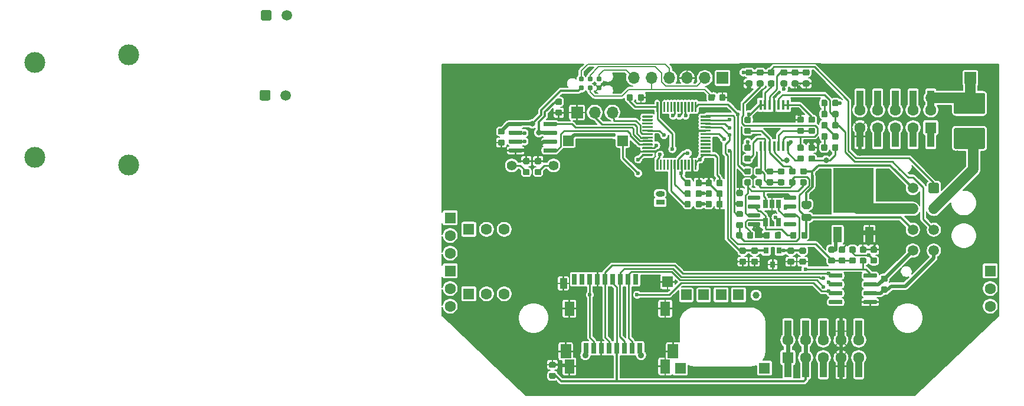
<source format=gbr>
G04 #@! TF.GenerationSoftware,KiCad,Pcbnew,5.1.5+dfsg1-2build2*
G04 #@! TF.CreationDate,2022-01-21T22:29:54+01:00*
G04 #@! TF.ProjectId,mre_addon_v2,6d72655f-6164-4646-9f6e-5f76322e6b69,V2.3*
G04 #@! TF.SameCoordinates,Original*
G04 #@! TF.FileFunction,Copper,L1,Top*
G04 #@! TF.FilePolarity,Positive*
%FSLAX46Y46*%
G04 Gerber Fmt 4.6, Leading zero omitted, Abs format (unit mm)*
G04 Created by KiCad (PCBNEW 5.1.5+dfsg1-2build2) date 2022-01-21 22:29:54*
%MOMM*%
%LPD*%
G04 APERTURE LIST*
%ADD10C,0.100000*%
%ADD11C,1.500000*%
%ADD12C,0.889000*%
%ADD13R,1.524000X1.524000*%
%ADD14R,1.524000X2.032000*%
%ADD15R,1.016000X1.524000*%
%ADD16R,0.762000X1.524000*%
%ADD17C,2.999740*%
%ADD18R,1.700000X1.700000*%
%ADD19R,1.600000X1.600000*%
%ADD20C,1.600000*%
%ADD21R,1.300000X0.800000*%
%ADD22O,1.300000X0.800000*%
%ADD23C,1.400000*%
%ADD24R,0.800000X1.500000*%
%ADD25R,1.450000X2.000000*%
%ADD26O,1.700000X1.700000*%
%ADD27R,1.000000X3.150000*%
%ADD28R,0.800000X0.900000*%
%ADD29R,0.650000X1.220000*%
%ADD30R,0.450000X1.450000*%
%ADD31R,1.500000X1.500000*%
%ADD32R,5.800000X6.400000*%
%ADD33R,1.200000X2.200000*%
%ADD34C,0.787400*%
%ADD35C,1.000000*%
%ADD36C,0.800000*%
%ADD37C,0.600000*%
%ADD38C,0.200000*%
%ADD39C,0.500000*%
%ADD40C,0.250000*%
%ADD41C,0.300000*%
%ADD42C,0.600000*%
%ADD43C,1.500000*%
G04 APERTURE END LIST*
G04 #@! TA.AperFunction,SMDPad,CuDef*
D10*
G36*
X136027691Y-152426053D02*
G01*
X136048926Y-152429203D01*
X136069750Y-152434419D01*
X136089962Y-152441651D01*
X136109368Y-152450830D01*
X136127781Y-152461866D01*
X136145024Y-152474654D01*
X136160930Y-152489070D01*
X136175346Y-152504976D01*
X136188134Y-152522219D01*
X136199170Y-152540632D01*
X136208349Y-152560038D01*
X136215581Y-152580250D01*
X136220797Y-152601074D01*
X136223947Y-152622309D01*
X136225000Y-152643750D01*
X136225000Y-153081250D01*
X136223947Y-153102691D01*
X136220797Y-153123926D01*
X136215581Y-153144750D01*
X136208349Y-153164962D01*
X136199170Y-153184368D01*
X136188134Y-153202781D01*
X136175346Y-153220024D01*
X136160930Y-153235930D01*
X136145024Y-153250346D01*
X136127781Y-153263134D01*
X136109368Y-153274170D01*
X136089962Y-153283349D01*
X136069750Y-153290581D01*
X136048926Y-153295797D01*
X136027691Y-153298947D01*
X136006250Y-153300000D01*
X135493750Y-153300000D01*
X135472309Y-153298947D01*
X135451074Y-153295797D01*
X135430250Y-153290581D01*
X135410038Y-153283349D01*
X135390632Y-153274170D01*
X135372219Y-153263134D01*
X135354976Y-153250346D01*
X135339070Y-153235930D01*
X135324654Y-153220024D01*
X135311866Y-153202781D01*
X135300830Y-153184368D01*
X135291651Y-153164962D01*
X135284419Y-153144750D01*
X135279203Y-153123926D01*
X135276053Y-153102691D01*
X135275000Y-153081250D01*
X135275000Y-152643750D01*
X135276053Y-152622309D01*
X135279203Y-152601074D01*
X135284419Y-152580250D01*
X135291651Y-152560038D01*
X135300830Y-152540632D01*
X135311866Y-152522219D01*
X135324654Y-152504976D01*
X135339070Y-152489070D01*
X135354976Y-152474654D01*
X135372219Y-152461866D01*
X135390632Y-152450830D01*
X135410038Y-152441651D01*
X135430250Y-152434419D01*
X135451074Y-152429203D01*
X135472309Y-152426053D01*
X135493750Y-152425000D01*
X136006250Y-152425000D01*
X136027691Y-152426053D01*
G37*
G04 #@! TD.AperFunction*
G04 #@! TA.AperFunction,SMDPad,CuDef*
G36*
X136027691Y-154001053D02*
G01*
X136048926Y-154004203D01*
X136069750Y-154009419D01*
X136089962Y-154016651D01*
X136109368Y-154025830D01*
X136127781Y-154036866D01*
X136145024Y-154049654D01*
X136160930Y-154064070D01*
X136175346Y-154079976D01*
X136188134Y-154097219D01*
X136199170Y-154115632D01*
X136208349Y-154135038D01*
X136215581Y-154155250D01*
X136220797Y-154176074D01*
X136223947Y-154197309D01*
X136225000Y-154218750D01*
X136225000Y-154656250D01*
X136223947Y-154677691D01*
X136220797Y-154698926D01*
X136215581Y-154719750D01*
X136208349Y-154739962D01*
X136199170Y-154759368D01*
X136188134Y-154777781D01*
X136175346Y-154795024D01*
X136160930Y-154810930D01*
X136145024Y-154825346D01*
X136127781Y-154838134D01*
X136109368Y-154849170D01*
X136089962Y-154858349D01*
X136069750Y-154865581D01*
X136048926Y-154870797D01*
X136027691Y-154873947D01*
X136006250Y-154875000D01*
X135493750Y-154875000D01*
X135472309Y-154873947D01*
X135451074Y-154870797D01*
X135430250Y-154865581D01*
X135410038Y-154858349D01*
X135390632Y-154849170D01*
X135372219Y-154838134D01*
X135354976Y-154825346D01*
X135339070Y-154810930D01*
X135324654Y-154795024D01*
X135311866Y-154777781D01*
X135300830Y-154759368D01*
X135291651Y-154739962D01*
X135284419Y-154719750D01*
X135279203Y-154698926D01*
X135276053Y-154677691D01*
X135275000Y-154656250D01*
X135275000Y-154218750D01*
X135276053Y-154197309D01*
X135279203Y-154176074D01*
X135284419Y-154155250D01*
X135291651Y-154135038D01*
X135300830Y-154115632D01*
X135311866Y-154097219D01*
X135324654Y-154079976D01*
X135339070Y-154064070D01*
X135354976Y-154049654D01*
X135372219Y-154036866D01*
X135390632Y-154025830D01*
X135410038Y-154016651D01*
X135430250Y-154009419D01*
X135451074Y-154004203D01*
X135472309Y-154001053D01*
X135493750Y-154000000D01*
X136006250Y-154000000D01*
X136027691Y-154001053D01*
G37*
G04 #@! TD.AperFunction*
G04 #@! TA.AperFunction,SMDPad,CuDef*
G36*
X127377691Y-154151053D02*
G01*
X127398926Y-154154203D01*
X127419750Y-154159419D01*
X127439962Y-154166651D01*
X127459368Y-154175830D01*
X127477781Y-154186866D01*
X127495024Y-154199654D01*
X127510930Y-154214070D01*
X127525346Y-154229976D01*
X127538134Y-154247219D01*
X127549170Y-154265632D01*
X127558349Y-154285038D01*
X127565581Y-154305250D01*
X127570797Y-154326074D01*
X127573947Y-154347309D01*
X127575000Y-154368750D01*
X127575000Y-154806250D01*
X127573947Y-154827691D01*
X127570797Y-154848926D01*
X127565581Y-154869750D01*
X127558349Y-154889962D01*
X127549170Y-154909368D01*
X127538134Y-154927781D01*
X127525346Y-154945024D01*
X127510930Y-154960930D01*
X127495024Y-154975346D01*
X127477781Y-154988134D01*
X127459368Y-154999170D01*
X127439962Y-155008349D01*
X127419750Y-155015581D01*
X127398926Y-155020797D01*
X127377691Y-155023947D01*
X127356250Y-155025000D01*
X126843750Y-155025000D01*
X126822309Y-155023947D01*
X126801074Y-155020797D01*
X126780250Y-155015581D01*
X126760038Y-155008349D01*
X126740632Y-154999170D01*
X126722219Y-154988134D01*
X126704976Y-154975346D01*
X126689070Y-154960930D01*
X126674654Y-154945024D01*
X126661866Y-154927781D01*
X126650830Y-154909368D01*
X126641651Y-154889962D01*
X126634419Y-154869750D01*
X126629203Y-154848926D01*
X126626053Y-154827691D01*
X126625000Y-154806250D01*
X126625000Y-154368750D01*
X126626053Y-154347309D01*
X126629203Y-154326074D01*
X126634419Y-154305250D01*
X126641651Y-154285038D01*
X126650830Y-154265632D01*
X126661866Y-154247219D01*
X126674654Y-154229976D01*
X126689070Y-154214070D01*
X126704976Y-154199654D01*
X126722219Y-154186866D01*
X126740632Y-154175830D01*
X126760038Y-154166651D01*
X126780250Y-154159419D01*
X126801074Y-154154203D01*
X126822309Y-154151053D01*
X126843750Y-154150000D01*
X127356250Y-154150000D01*
X127377691Y-154151053D01*
G37*
G04 #@! TD.AperFunction*
G04 #@! TA.AperFunction,SMDPad,CuDef*
G36*
X127377691Y-152576053D02*
G01*
X127398926Y-152579203D01*
X127419750Y-152584419D01*
X127439962Y-152591651D01*
X127459368Y-152600830D01*
X127477781Y-152611866D01*
X127495024Y-152624654D01*
X127510930Y-152639070D01*
X127525346Y-152654976D01*
X127538134Y-152672219D01*
X127549170Y-152690632D01*
X127558349Y-152710038D01*
X127565581Y-152730250D01*
X127570797Y-152751074D01*
X127573947Y-152772309D01*
X127575000Y-152793750D01*
X127575000Y-153231250D01*
X127573947Y-153252691D01*
X127570797Y-153273926D01*
X127565581Y-153294750D01*
X127558349Y-153314962D01*
X127549170Y-153334368D01*
X127538134Y-153352781D01*
X127525346Y-153370024D01*
X127510930Y-153385930D01*
X127495024Y-153400346D01*
X127477781Y-153413134D01*
X127459368Y-153424170D01*
X127439962Y-153433349D01*
X127419750Y-153440581D01*
X127398926Y-153445797D01*
X127377691Y-153448947D01*
X127356250Y-153450000D01*
X126843750Y-153450000D01*
X126822309Y-153448947D01*
X126801074Y-153445797D01*
X126780250Y-153440581D01*
X126760038Y-153433349D01*
X126740632Y-153424170D01*
X126722219Y-153413134D01*
X126704976Y-153400346D01*
X126689070Y-153385930D01*
X126674654Y-153370024D01*
X126661866Y-153352781D01*
X126650830Y-153334368D01*
X126641651Y-153314962D01*
X126634419Y-153294750D01*
X126629203Y-153273926D01*
X126626053Y-153252691D01*
X126625000Y-153231250D01*
X126625000Y-152793750D01*
X126626053Y-152772309D01*
X126629203Y-152751074D01*
X126634419Y-152730250D01*
X126641651Y-152710038D01*
X126650830Y-152690632D01*
X126661866Y-152672219D01*
X126674654Y-152654976D01*
X126689070Y-152639070D01*
X126704976Y-152624654D01*
X126722219Y-152611866D01*
X126740632Y-152600830D01*
X126760038Y-152591651D01*
X126780250Y-152584419D01*
X126801074Y-152579203D01*
X126822309Y-152576053D01*
X126843750Y-152575000D01*
X127356250Y-152575000D01*
X127377691Y-152576053D01*
G37*
G04 #@! TD.AperFunction*
D11*
X142900000Y-153000000D03*
X142900000Y-150000000D03*
X142900000Y-147000000D03*
X142900000Y-144000000D03*
X145900000Y-153000000D03*
X145900000Y-150000000D03*
X145900000Y-147000000D03*
G04 #@! TA.AperFunction,ComponentPad*
D10*
G36*
X146424504Y-143251204D02*
G01*
X146448773Y-143254804D01*
X146472571Y-143260765D01*
X146495671Y-143269030D01*
X146517849Y-143279520D01*
X146538893Y-143292133D01*
X146558598Y-143306747D01*
X146576777Y-143323223D01*
X146593253Y-143341402D01*
X146607867Y-143361107D01*
X146620480Y-143382151D01*
X146630970Y-143404329D01*
X146639235Y-143427429D01*
X146645196Y-143451227D01*
X146648796Y-143475496D01*
X146650000Y-143500000D01*
X146650000Y-144500000D01*
X146648796Y-144524504D01*
X146645196Y-144548773D01*
X146639235Y-144572571D01*
X146630970Y-144595671D01*
X146620480Y-144617849D01*
X146607867Y-144638893D01*
X146593253Y-144658598D01*
X146576777Y-144676777D01*
X146558598Y-144693253D01*
X146538893Y-144707867D01*
X146517849Y-144720480D01*
X146495671Y-144730970D01*
X146472571Y-144739235D01*
X146448773Y-144745196D01*
X146424504Y-144748796D01*
X146400000Y-144750000D01*
X145400000Y-144750000D01*
X145375496Y-144748796D01*
X145351227Y-144745196D01*
X145327429Y-144739235D01*
X145304329Y-144730970D01*
X145282151Y-144720480D01*
X145261107Y-144707867D01*
X145241402Y-144693253D01*
X145223223Y-144676777D01*
X145206747Y-144658598D01*
X145192133Y-144638893D01*
X145179520Y-144617849D01*
X145169030Y-144595671D01*
X145160765Y-144572571D01*
X145154804Y-144548773D01*
X145151204Y-144524504D01*
X145150000Y-144500000D01*
X145150000Y-143500000D01*
X145151204Y-143475496D01*
X145154804Y-143451227D01*
X145160765Y-143427429D01*
X145169030Y-143404329D01*
X145179520Y-143382151D01*
X145192133Y-143361107D01*
X145206747Y-143341402D01*
X145223223Y-143323223D01*
X145241402Y-143306747D01*
X145261107Y-143292133D01*
X145282151Y-143279520D01*
X145304329Y-143269030D01*
X145327429Y-143260765D01*
X145351227Y-143254804D01*
X145375496Y-143251204D01*
X145400000Y-143250000D01*
X146400000Y-143250000D01*
X146424504Y-143251204D01*
G37*
G04 #@! TD.AperFunction*
G04 #@! TA.AperFunction,SMDPad,CuDef*
G36*
X132664703Y-160105722D02*
G01*
X132679264Y-160107882D01*
X132693543Y-160111459D01*
X132707403Y-160116418D01*
X132720710Y-160122712D01*
X132733336Y-160130280D01*
X132745159Y-160139048D01*
X132756066Y-160148934D01*
X132765952Y-160159841D01*
X132774720Y-160171664D01*
X132782288Y-160184290D01*
X132788582Y-160197597D01*
X132793541Y-160211457D01*
X132797118Y-160225736D01*
X132799278Y-160240297D01*
X132800000Y-160255000D01*
X132800000Y-160555000D01*
X132799278Y-160569703D01*
X132797118Y-160584264D01*
X132793541Y-160598543D01*
X132788582Y-160612403D01*
X132782288Y-160625710D01*
X132774720Y-160638336D01*
X132765952Y-160650159D01*
X132756066Y-160661066D01*
X132745159Y-160670952D01*
X132733336Y-160679720D01*
X132720710Y-160687288D01*
X132707403Y-160693582D01*
X132693543Y-160698541D01*
X132679264Y-160702118D01*
X132664703Y-160704278D01*
X132650000Y-160705000D01*
X131000000Y-160705000D01*
X130985297Y-160704278D01*
X130970736Y-160702118D01*
X130956457Y-160698541D01*
X130942597Y-160693582D01*
X130929290Y-160687288D01*
X130916664Y-160679720D01*
X130904841Y-160670952D01*
X130893934Y-160661066D01*
X130884048Y-160650159D01*
X130875280Y-160638336D01*
X130867712Y-160625710D01*
X130861418Y-160612403D01*
X130856459Y-160598543D01*
X130852882Y-160584264D01*
X130850722Y-160569703D01*
X130850000Y-160555000D01*
X130850000Y-160255000D01*
X130850722Y-160240297D01*
X130852882Y-160225736D01*
X130856459Y-160211457D01*
X130861418Y-160197597D01*
X130867712Y-160184290D01*
X130875280Y-160171664D01*
X130884048Y-160159841D01*
X130893934Y-160148934D01*
X130904841Y-160139048D01*
X130916664Y-160130280D01*
X130929290Y-160122712D01*
X130942597Y-160116418D01*
X130956457Y-160111459D01*
X130970736Y-160107882D01*
X130985297Y-160105722D01*
X131000000Y-160105000D01*
X132650000Y-160105000D01*
X132664703Y-160105722D01*
G37*
G04 #@! TD.AperFunction*
G04 #@! TA.AperFunction,SMDPad,CuDef*
G36*
X132664703Y-158835722D02*
G01*
X132679264Y-158837882D01*
X132693543Y-158841459D01*
X132707403Y-158846418D01*
X132720710Y-158852712D01*
X132733336Y-158860280D01*
X132745159Y-158869048D01*
X132756066Y-158878934D01*
X132765952Y-158889841D01*
X132774720Y-158901664D01*
X132782288Y-158914290D01*
X132788582Y-158927597D01*
X132793541Y-158941457D01*
X132797118Y-158955736D01*
X132799278Y-158970297D01*
X132800000Y-158985000D01*
X132800000Y-159285000D01*
X132799278Y-159299703D01*
X132797118Y-159314264D01*
X132793541Y-159328543D01*
X132788582Y-159342403D01*
X132782288Y-159355710D01*
X132774720Y-159368336D01*
X132765952Y-159380159D01*
X132756066Y-159391066D01*
X132745159Y-159400952D01*
X132733336Y-159409720D01*
X132720710Y-159417288D01*
X132707403Y-159423582D01*
X132693543Y-159428541D01*
X132679264Y-159432118D01*
X132664703Y-159434278D01*
X132650000Y-159435000D01*
X131000000Y-159435000D01*
X130985297Y-159434278D01*
X130970736Y-159432118D01*
X130956457Y-159428541D01*
X130942597Y-159423582D01*
X130929290Y-159417288D01*
X130916664Y-159409720D01*
X130904841Y-159400952D01*
X130893934Y-159391066D01*
X130884048Y-159380159D01*
X130875280Y-159368336D01*
X130867712Y-159355710D01*
X130861418Y-159342403D01*
X130856459Y-159328543D01*
X130852882Y-159314264D01*
X130850722Y-159299703D01*
X130850000Y-159285000D01*
X130850000Y-158985000D01*
X130850722Y-158970297D01*
X130852882Y-158955736D01*
X130856459Y-158941457D01*
X130861418Y-158927597D01*
X130867712Y-158914290D01*
X130875280Y-158901664D01*
X130884048Y-158889841D01*
X130893934Y-158878934D01*
X130904841Y-158869048D01*
X130916664Y-158860280D01*
X130929290Y-158852712D01*
X130942597Y-158846418D01*
X130956457Y-158841459D01*
X130970736Y-158837882D01*
X130985297Y-158835722D01*
X131000000Y-158835000D01*
X132650000Y-158835000D01*
X132664703Y-158835722D01*
G37*
G04 #@! TD.AperFunction*
G04 #@! TA.AperFunction,SMDPad,CuDef*
G36*
X132664703Y-157565722D02*
G01*
X132679264Y-157567882D01*
X132693543Y-157571459D01*
X132707403Y-157576418D01*
X132720710Y-157582712D01*
X132733336Y-157590280D01*
X132745159Y-157599048D01*
X132756066Y-157608934D01*
X132765952Y-157619841D01*
X132774720Y-157631664D01*
X132782288Y-157644290D01*
X132788582Y-157657597D01*
X132793541Y-157671457D01*
X132797118Y-157685736D01*
X132799278Y-157700297D01*
X132800000Y-157715000D01*
X132800000Y-158015000D01*
X132799278Y-158029703D01*
X132797118Y-158044264D01*
X132793541Y-158058543D01*
X132788582Y-158072403D01*
X132782288Y-158085710D01*
X132774720Y-158098336D01*
X132765952Y-158110159D01*
X132756066Y-158121066D01*
X132745159Y-158130952D01*
X132733336Y-158139720D01*
X132720710Y-158147288D01*
X132707403Y-158153582D01*
X132693543Y-158158541D01*
X132679264Y-158162118D01*
X132664703Y-158164278D01*
X132650000Y-158165000D01*
X131000000Y-158165000D01*
X130985297Y-158164278D01*
X130970736Y-158162118D01*
X130956457Y-158158541D01*
X130942597Y-158153582D01*
X130929290Y-158147288D01*
X130916664Y-158139720D01*
X130904841Y-158130952D01*
X130893934Y-158121066D01*
X130884048Y-158110159D01*
X130875280Y-158098336D01*
X130867712Y-158085710D01*
X130861418Y-158072403D01*
X130856459Y-158058543D01*
X130852882Y-158044264D01*
X130850722Y-158029703D01*
X130850000Y-158015000D01*
X130850000Y-157715000D01*
X130850722Y-157700297D01*
X130852882Y-157685736D01*
X130856459Y-157671457D01*
X130861418Y-157657597D01*
X130867712Y-157644290D01*
X130875280Y-157631664D01*
X130884048Y-157619841D01*
X130893934Y-157608934D01*
X130904841Y-157599048D01*
X130916664Y-157590280D01*
X130929290Y-157582712D01*
X130942597Y-157576418D01*
X130956457Y-157571459D01*
X130970736Y-157567882D01*
X130985297Y-157565722D01*
X131000000Y-157565000D01*
X132650000Y-157565000D01*
X132664703Y-157565722D01*
G37*
G04 #@! TD.AperFunction*
G04 #@! TA.AperFunction,SMDPad,CuDef*
G36*
X132664703Y-156295722D02*
G01*
X132679264Y-156297882D01*
X132693543Y-156301459D01*
X132707403Y-156306418D01*
X132720710Y-156312712D01*
X132733336Y-156320280D01*
X132745159Y-156329048D01*
X132756066Y-156338934D01*
X132765952Y-156349841D01*
X132774720Y-156361664D01*
X132782288Y-156374290D01*
X132788582Y-156387597D01*
X132793541Y-156401457D01*
X132797118Y-156415736D01*
X132799278Y-156430297D01*
X132800000Y-156445000D01*
X132800000Y-156745000D01*
X132799278Y-156759703D01*
X132797118Y-156774264D01*
X132793541Y-156788543D01*
X132788582Y-156802403D01*
X132782288Y-156815710D01*
X132774720Y-156828336D01*
X132765952Y-156840159D01*
X132756066Y-156851066D01*
X132745159Y-156860952D01*
X132733336Y-156869720D01*
X132720710Y-156877288D01*
X132707403Y-156883582D01*
X132693543Y-156888541D01*
X132679264Y-156892118D01*
X132664703Y-156894278D01*
X132650000Y-156895000D01*
X131000000Y-156895000D01*
X130985297Y-156894278D01*
X130970736Y-156892118D01*
X130956457Y-156888541D01*
X130942597Y-156883582D01*
X130929290Y-156877288D01*
X130916664Y-156869720D01*
X130904841Y-156860952D01*
X130893934Y-156851066D01*
X130884048Y-156840159D01*
X130875280Y-156828336D01*
X130867712Y-156815710D01*
X130861418Y-156802403D01*
X130856459Y-156788543D01*
X130852882Y-156774264D01*
X130850722Y-156759703D01*
X130850000Y-156745000D01*
X130850000Y-156445000D01*
X130850722Y-156430297D01*
X130852882Y-156415736D01*
X130856459Y-156401457D01*
X130861418Y-156387597D01*
X130867712Y-156374290D01*
X130875280Y-156361664D01*
X130884048Y-156349841D01*
X130893934Y-156338934D01*
X130904841Y-156329048D01*
X130916664Y-156320280D01*
X130929290Y-156312712D01*
X130942597Y-156306418D01*
X130956457Y-156301459D01*
X130970736Y-156297882D01*
X130985297Y-156295722D01*
X131000000Y-156295000D01*
X132650000Y-156295000D01*
X132664703Y-156295722D01*
G37*
G04 #@! TD.AperFunction*
G04 #@! TA.AperFunction,SMDPad,CuDef*
G36*
X137614703Y-156295722D02*
G01*
X137629264Y-156297882D01*
X137643543Y-156301459D01*
X137657403Y-156306418D01*
X137670710Y-156312712D01*
X137683336Y-156320280D01*
X137695159Y-156329048D01*
X137706066Y-156338934D01*
X137715952Y-156349841D01*
X137724720Y-156361664D01*
X137732288Y-156374290D01*
X137738582Y-156387597D01*
X137743541Y-156401457D01*
X137747118Y-156415736D01*
X137749278Y-156430297D01*
X137750000Y-156445000D01*
X137750000Y-156745000D01*
X137749278Y-156759703D01*
X137747118Y-156774264D01*
X137743541Y-156788543D01*
X137738582Y-156802403D01*
X137732288Y-156815710D01*
X137724720Y-156828336D01*
X137715952Y-156840159D01*
X137706066Y-156851066D01*
X137695159Y-156860952D01*
X137683336Y-156869720D01*
X137670710Y-156877288D01*
X137657403Y-156883582D01*
X137643543Y-156888541D01*
X137629264Y-156892118D01*
X137614703Y-156894278D01*
X137600000Y-156895000D01*
X135950000Y-156895000D01*
X135935297Y-156894278D01*
X135920736Y-156892118D01*
X135906457Y-156888541D01*
X135892597Y-156883582D01*
X135879290Y-156877288D01*
X135866664Y-156869720D01*
X135854841Y-156860952D01*
X135843934Y-156851066D01*
X135834048Y-156840159D01*
X135825280Y-156828336D01*
X135817712Y-156815710D01*
X135811418Y-156802403D01*
X135806459Y-156788543D01*
X135802882Y-156774264D01*
X135800722Y-156759703D01*
X135800000Y-156745000D01*
X135800000Y-156445000D01*
X135800722Y-156430297D01*
X135802882Y-156415736D01*
X135806459Y-156401457D01*
X135811418Y-156387597D01*
X135817712Y-156374290D01*
X135825280Y-156361664D01*
X135834048Y-156349841D01*
X135843934Y-156338934D01*
X135854841Y-156329048D01*
X135866664Y-156320280D01*
X135879290Y-156312712D01*
X135892597Y-156306418D01*
X135906457Y-156301459D01*
X135920736Y-156297882D01*
X135935297Y-156295722D01*
X135950000Y-156295000D01*
X137600000Y-156295000D01*
X137614703Y-156295722D01*
G37*
G04 #@! TD.AperFunction*
G04 #@! TA.AperFunction,SMDPad,CuDef*
G36*
X137614703Y-157565722D02*
G01*
X137629264Y-157567882D01*
X137643543Y-157571459D01*
X137657403Y-157576418D01*
X137670710Y-157582712D01*
X137683336Y-157590280D01*
X137695159Y-157599048D01*
X137706066Y-157608934D01*
X137715952Y-157619841D01*
X137724720Y-157631664D01*
X137732288Y-157644290D01*
X137738582Y-157657597D01*
X137743541Y-157671457D01*
X137747118Y-157685736D01*
X137749278Y-157700297D01*
X137750000Y-157715000D01*
X137750000Y-158015000D01*
X137749278Y-158029703D01*
X137747118Y-158044264D01*
X137743541Y-158058543D01*
X137738582Y-158072403D01*
X137732288Y-158085710D01*
X137724720Y-158098336D01*
X137715952Y-158110159D01*
X137706066Y-158121066D01*
X137695159Y-158130952D01*
X137683336Y-158139720D01*
X137670710Y-158147288D01*
X137657403Y-158153582D01*
X137643543Y-158158541D01*
X137629264Y-158162118D01*
X137614703Y-158164278D01*
X137600000Y-158165000D01*
X135950000Y-158165000D01*
X135935297Y-158164278D01*
X135920736Y-158162118D01*
X135906457Y-158158541D01*
X135892597Y-158153582D01*
X135879290Y-158147288D01*
X135866664Y-158139720D01*
X135854841Y-158130952D01*
X135843934Y-158121066D01*
X135834048Y-158110159D01*
X135825280Y-158098336D01*
X135817712Y-158085710D01*
X135811418Y-158072403D01*
X135806459Y-158058543D01*
X135802882Y-158044264D01*
X135800722Y-158029703D01*
X135800000Y-158015000D01*
X135800000Y-157715000D01*
X135800722Y-157700297D01*
X135802882Y-157685736D01*
X135806459Y-157671457D01*
X135811418Y-157657597D01*
X135817712Y-157644290D01*
X135825280Y-157631664D01*
X135834048Y-157619841D01*
X135843934Y-157608934D01*
X135854841Y-157599048D01*
X135866664Y-157590280D01*
X135879290Y-157582712D01*
X135892597Y-157576418D01*
X135906457Y-157571459D01*
X135920736Y-157567882D01*
X135935297Y-157565722D01*
X135950000Y-157565000D01*
X137600000Y-157565000D01*
X137614703Y-157565722D01*
G37*
G04 #@! TD.AperFunction*
G04 #@! TA.AperFunction,SMDPad,CuDef*
G36*
X137614703Y-158835722D02*
G01*
X137629264Y-158837882D01*
X137643543Y-158841459D01*
X137657403Y-158846418D01*
X137670710Y-158852712D01*
X137683336Y-158860280D01*
X137695159Y-158869048D01*
X137706066Y-158878934D01*
X137715952Y-158889841D01*
X137724720Y-158901664D01*
X137732288Y-158914290D01*
X137738582Y-158927597D01*
X137743541Y-158941457D01*
X137747118Y-158955736D01*
X137749278Y-158970297D01*
X137750000Y-158985000D01*
X137750000Y-159285000D01*
X137749278Y-159299703D01*
X137747118Y-159314264D01*
X137743541Y-159328543D01*
X137738582Y-159342403D01*
X137732288Y-159355710D01*
X137724720Y-159368336D01*
X137715952Y-159380159D01*
X137706066Y-159391066D01*
X137695159Y-159400952D01*
X137683336Y-159409720D01*
X137670710Y-159417288D01*
X137657403Y-159423582D01*
X137643543Y-159428541D01*
X137629264Y-159432118D01*
X137614703Y-159434278D01*
X137600000Y-159435000D01*
X135950000Y-159435000D01*
X135935297Y-159434278D01*
X135920736Y-159432118D01*
X135906457Y-159428541D01*
X135892597Y-159423582D01*
X135879290Y-159417288D01*
X135866664Y-159409720D01*
X135854841Y-159400952D01*
X135843934Y-159391066D01*
X135834048Y-159380159D01*
X135825280Y-159368336D01*
X135817712Y-159355710D01*
X135811418Y-159342403D01*
X135806459Y-159328543D01*
X135802882Y-159314264D01*
X135800722Y-159299703D01*
X135800000Y-159285000D01*
X135800000Y-158985000D01*
X135800722Y-158970297D01*
X135802882Y-158955736D01*
X135806459Y-158941457D01*
X135811418Y-158927597D01*
X135817712Y-158914290D01*
X135825280Y-158901664D01*
X135834048Y-158889841D01*
X135843934Y-158878934D01*
X135854841Y-158869048D01*
X135866664Y-158860280D01*
X135879290Y-158852712D01*
X135892597Y-158846418D01*
X135906457Y-158841459D01*
X135920736Y-158837882D01*
X135935297Y-158835722D01*
X135950000Y-158835000D01*
X137600000Y-158835000D01*
X137614703Y-158835722D01*
G37*
G04 #@! TD.AperFunction*
G04 #@! TA.AperFunction,SMDPad,CuDef*
G36*
X137614703Y-160105722D02*
G01*
X137629264Y-160107882D01*
X137643543Y-160111459D01*
X137657403Y-160116418D01*
X137670710Y-160122712D01*
X137683336Y-160130280D01*
X137695159Y-160139048D01*
X137706066Y-160148934D01*
X137715952Y-160159841D01*
X137724720Y-160171664D01*
X137732288Y-160184290D01*
X137738582Y-160197597D01*
X137743541Y-160211457D01*
X137747118Y-160225736D01*
X137749278Y-160240297D01*
X137750000Y-160255000D01*
X137750000Y-160555000D01*
X137749278Y-160569703D01*
X137747118Y-160584264D01*
X137743541Y-160598543D01*
X137738582Y-160612403D01*
X137732288Y-160625710D01*
X137724720Y-160638336D01*
X137715952Y-160650159D01*
X137706066Y-160661066D01*
X137695159Y-160670952D01*
X137683336Y-160679720D01*
X137670710Y-160687288D01*
X137657403Y-160693582D01*
X137643543Y-160698541D01*
X137629264Y-160702118D01*
X137614703Y-160704278D01*
X137600000Y-160705000D01*
X135950000Y-160705000D01*
X135935297Y-160704278D01*
X135920736Y-160702118D01*
X135906457Y-160698541D01*
X135892597Y-160693582D01*
X135879290Y-160687288D01*
X135866664Y-160679720D01*
X135854841Y-160670952D01*
X135843934Y-160661066D01*
X135834048Y-160650159D01*
X135825280Y-160638336D01*
X135817712Y-160625710D01*
X135811418Y-160612403D01*
X135806459Y-160598543D01*
X135802882Y-160584264D01*
X135800722Y-160569703D01*
X135800000Y-160555000D01*
X135800000Y-160255000D01*
X135800722Y-160240297D01*
X135802882Y-160225736D01*
X135806459Y-160211457D01*
X135811418Y-160197597D01*
X135817712Y-160184290D01*
X135825280Y-160171664D01*
X135834048Y-160159841D01*
X135843934Y-160148934D01*
X135854841Y-160139048D01*
X135866664Y-160130280D01*
X135879290Y-160122712D01*
X135892597Y-160116418D01*
X135906457Y-160111459D01*
X135920736Y-160107882D01*
X135935297Y-160105722D01*
X135950000Y-160105000D01*
X137600000Y-160105000D01*
X137614703Y-160105722D01*
G37*
G04 #@! TD.AperFunction*
D11*
X142900000Y-153000000D03*
X142900000Y-150000000D03*
X142900000Y-147000000D03*
X142900000Y-144000000D03*
X145900000Y-153000000D03*
X145900000Y-150000000D03*
X145900000Y-147000000D03*
G04 #@! TA.AperFunction,ComponentPad*
D10*
G36*
X146424504Y-143251204D02*
G01*
X146448773Y-143254804D01*
X146472571Y-143260765D01*
X146495671Y-143269030D01*
X146517849Y-143279520D01*
X146538893Y-143292133D01*
X146558598Y-143306747D01*
X146576777Y-143323223D01*
X146593253Y-143341402D01*
X146607867Y-143361107D01*
X146620480Y-143382151D01*
X146630970Y-143404329D01*
X146639235Y-143427429D01*
X146645196Y-143451227D01*
X146648796Y-143475496D01*
X146650000Y-143500000D01*
X146650000Y-144500000D01*
X146648796Y-144524504D01*
X146645196Y-144548773D01*
X146639235Y-144572571D01*
X146630970Y-144595671D01*
X146620480Y-144617849D01*
X146607867Y-144638893D01*
X146593253Y-144658598D01*
X146576777Y-144676777D01*
X146558598Y-144693253D01*
X146538893Y-144707867D01*
X146517849Y-144720480D01*
X146495671Y-144730970D01*
X146472571Y-144739235D01*
X146448773Y-144745196D01*
X146424504Y-144748796D01*
X146400000Y-144750000D01*
X145400000Y-144750000D01*
X145375496Y-144748796D01*
X145351227Y-144745196D01*
X145327429Y-144739235D01*
X145304329Y-144730970D01*
X145282151Y-144720480D01*
X145261107Y-144707867D01*
X145241402Y-144693253D01*
X145223223Y-144676777D01*
X145206747Y-144658598D01*
X145192133Y-144638893D01*
X145179520Y-144617849D01*
X145169030Y-144595671D01*
X145160765Y-144572571D01*
X145154804Y-144548773D01*
X145151204Y-144524504D01*
X145150000Y-144500000D01*
X145150000Y-143500000D01*
X145151204Y-143475496D01*
X145154804Y-143451227D01*
X145160765Y-143427429D01*
X145169030Y-143404329D01*
X145179520Y-143382151D01*
X145192133Y-143361107D01*
X145206747Y-143341402D01*
X145223223Y-143323223D01*
X145241402Y-143306747D01*
X145261107Y-143292133D01*
X145282151Y-143279520D01*
X145304329Y-143269030D01*
X145327429Y-143260765D01*
X145351227Y-143254804D01*
X145375496Y-143251204D01*
X145400000Y-143250000D01*
X146400000Y-143250000D01*
X146424504Y-143251204D01*
G37*
G04 #@! TD.AperFunction*
G04 #@! TA.AperFunction,SMDPad,CuDef*
G36*
X153029503Y-135367204D02*
G01*
X153053772Y-135370804D01*
X153077570Y-135376765D01*
X153100670Y-135385030D01*
X153122849Y-135395520D01*
X153143892Y-135408133D01*
X153163598Y-135422748D01*
X153181776Y-135439224D01*
X153198252Y-135457402D01*
X153212867Y-135477108D01*
X153225480Y-135498151D01*
X153235970Y-135520330D01*
X153244235Y-135543430D01*
X153250196Y-135567228D01*
X153253796Y-135591497D01*
X153255000Y-135616001D01*
X153255000Y-138140999D01*
X153253796Y-138165503D01*
X153250196Y-138189772D01*
X153244235Y-138213570D01*
X153235970Y-138236670D01*
X153225480Y-138258849D01*
X153212867Y-138279892D01*
X153198252Y-138299598D01*
X153181776Y-138317776D01*
X153163598Y-138334252D01*
X153143892Y-138348867D01*
X153122849Y-138361480D01*
X153100670Y-138371970D01*
X153077570Y-138380235D01*
X153053772Y-138386196D01*
X153029503Y-138389796D01*
X153004999Y-138391000D01*
X149055001Y-138391000D01*
X149030497Y-138389796D01*
X149006228Y-138386196D01*
X148982430Y-138380235D01*
X148959330Y-138371970D01*
X148937151Y-138361480D01*
X148916108Y-138348867D01*
X148896402Y-138334252D01*
X148878224Y-138317776D01*
X148861748Y-138299598D01*
X148847133Y-138279892D01*
X148834520Y-138258849D01*
X148824030Y-138236670D01*
X148815765Y-138213570D01*
X148809804Y-138189772D01*
X148806204Y-138165503D01*
X148805000Y-138140999D01*
X148805000Y-135616001D01*
X148806204Y-135591497D01*
X148809804Y-135567228D01*
X148815765Y-135543430D01*
X148824030Y-135520330D01*
X148834520Y-135498151D01*
X148847133Y-135477108D01*
X148861748Y-135457402D01*
X148878224Y-135439224D01*
X148896402Y-135422748D01*
X148916108Y-135408133D01*
X148937151Y-135395520D01*
X148959330Y-135385030D01*
X148982430Y-135376765D01*
X149006228Y-135370804D01*
X149030497Y-135367204D01*
X149055001Y-135366000D01*
X153004999Y-135366000D01*
X153029503Y-135367204D01*
G37*
G04 #@! TD.AperFunction*
G04 #@! TA.AperFunction,SMDPad,CuDef*
G36*
X153029503Y-130342204D02*
G01*
X153053772Y-130345804D01*
X153077570Y-130351765D01*
X153100670Y-130360030D01*
X153122849Y-130370520D01*
X153143892Y-130383133D01*
X153163598Y-130397748D01*
X153181776Y-130414224D01*
X153198252Y-130432402D01*
X153212867Y-130452108D01*
X153225480Y-130473151D01*
X153235970Y-130495330D01*
X153244235Y-130518430D01*
X153250196Y-130542228D01*
X153253796Y-130566497D01*
X153255000Y-130591001D01*
X153255000Y-133115999D01*
X153253796Y-133140503D01*
X153250196Y-133164772D01*
X153244235Y-133188570D01*
X153235970Y-133211670D01*
X153225480Y-133233849D01*
X153212867Y-133254892D01*
X153198252Y-133274598D01*
X153181776Y-133292776D01*
X153163598Y-133309252D01*
X153143892Y-133323867D01*
X153122849Y-133336480D01*
X153100670Y-133346970D01*
X153077570Y-133355235D01*
X153053772Y-133361196D01*
X153029503Y-133364796D01*
X153004999Y-133366000D01*
X149055001Y-133366000D01*
X149030497Y-133364796D01*
X149006228Y-133361196D01*
X148982430Y-133355235D01*
X148959330Y-133346970D01*
X148937151Y-133336480D01*
X148916108Y-133323867D01*
X148896402Y-133309252D01*
X148878224Y-133292776D01*
X148861748Y-133274598D01*
X148847133Y-133254892D01*
X148834520Y-133233849D01*
X148824030Y-133211670D01*
X148815765Y-133188570D01*
X148809804Y-133164772D01*
X148806204Y-133140503D01*
X148805000Y-133115999D01*
X148805000Y-130591001D01*
X148806204Y-130566497D01*
X148809804Y-130542228D01*
X148815765Y-130518430D01*
X148824030Y-130495330D01*
X148834520Y-130473151D01*
X148847133Y-130452108D01*
X148861748Y-130432402D01*
X148878224Y-130414224D01*
X148896402Y-130397748D01*
X148916108Y-130383133D01*
X148937151Y-130370520D01*
X148959330Y-130360030D01*
X148982430Y-130351765D01*
X149006228Y-130345804D01*
X149030497Y-130342204D01*
X149055001Y-130341000D01*
X153004999Y-130341000D01*
X153029503Y-130342204D01*
G37*
G04 #@! TD.AperFunction*
D12*
X103914000Y-168007000D03*
X95914000Y-168007000D03*
D13*
X107695000Y-157499000D03*
D14*
X108514000Y-167480000D03*
X93114000Y-167480000D03*
D15*
X92768000Y-157707000D03*
D16*
X94368000Y-157107000D03*
X95468000Y-157107000D03*
X96568000Y-157107000D03*
X97668000Y-157107000D03*
X98768000Y-157107000D03*
X99868000Y-157107000D03*
X100968000Y-157107000D03*
X102068000Y-157107000D03*
X103168000Y-157107000D03*
D17*
X16951220Y-139599580D03*
X16951220Y-126000420D03*
X30448780Y-140699400D03*
X30448780Y-124900600D03*
G04 #@! TA.AperFunction,SMDPad,CuDef*
D10*
G36*
X126014703Y-145095722D02*
G01*
X126029264Y-145097882D01*
X126043543Y-145101459D01*
X126057403Y-145106418D01*
X126070710Y-145112712D01*
X126083336Y-145120280D01*
X126095159Y-145129048D01*
X126106066Y-145138934D01*
X126115952Y-145149841D01*
X126124720Y-145161664D01*
X126132288Y-145174290D01*
X126138582Y-145187597D01*
X126143541Y-145201457D01*
X126147118Y-145215736D01*
X126149278Y-145230297D01*
X126150000Y-145245000D01*
X126150000Y-145545000D01*
X126149278Y-145559703D01*
X126147118Y-145574264D01*
X126143541Y-145588543D01*
X126138582Y-145602403D01*
X126132288Y-145615710D01*
X126124720Y-145628336D01*
X126115952Y-145640159D01*
X126106066Y-145651066D01*
X126095159Y-145660952D01*
X126083336Y-145669720D01*
X126070710Y-145677288D01*
X126057403Y-145683582D01*
X126043543Y-145688541D01*
X126029264Y-145692118D01*
X126014703Y-145694278D01*
X126000000Y-145695000D01*
X124550000Y-145695000D01*
X124535297Y-145694278D01*
X124520736Y-145692118D01*
X124506457Y-145688541D01*
X124492597Y-145683582D01*
X124479290Y-145677288D01*
X124466664Y-145669720D01*
X124454841Y-145660952D01*
X124443934Y-145651066D01*
X124434048Y-145640159D01*
X124425280Y-145628336D01*
X124417712Y-145615710D01*
X124411418Y-145602403D01*
X124406459Y-145588543D01*
X124402882Y-145574264D01*
X124400722Y-145559703D01*
X124400000Y-145545000D01*
X124400000Y-145245000D01*
X124400722Y-145230297D01*
X124402882Y-145215736D01*
X124406459Y-145201457D01*
X124411418Y-145187597D01*
X124417712Y-145174290D01*
X124425280Y-145161664D01*
X124434048Y-145149841D01*
X124443934Y-145138934D01*
X124454841Y-145129048D01*
X124466664Y-145120280D01*
X124479290Y-145112712D01*
X124492597Y-145106418D01*
X124506457Y-145101459D01*
X124520736Y-145097882D01*
X124535297Y-145095722D01*
X124550000Y-145095000D01*
X126000000Y-145095000D01*
X126014703Y-145095722D01*
G37*
G04 #@! TD.AperFunction*
G04 #@! TA.AperFunction,SMDPad,CuDef*
G36*
X126014703Y-146365722D02*
G01*
X126029264Y-146367882D01*
X126043543Y-146371459D01*
X126057403Y-146376418D01*
X126070710Y-146382712D01*
X126083336Y-146390280D01*
X126095159Y-146399048D01*
X126106066Y-146408934D01*
X126115952Y-146419841D01*
X126124720Y-146431664D01*
X126132288Y-146444290D01*
X126138582Y-146457597D01*
X126143541Y-146471457D01*
X126147118Y-146485736D01*
X126149278Y-146500297D01*
X126150000Y-146515000D01*
X126150000Y-146815000D01*
X126149278Y-146829703D01*
X126147118Y-146844264D01*
X126143541Y-146858543D01*
X126138582Y-146872403D01*
X126132288Y-146885710D01*
X126124720Y-146898336D01*
X126115952Y-146910159D01*
X126106066Y-146921066D01*
X126095159Y-146930952D01*
X126083336Y-146939720D01*
X126070710Y-146947288D01*
X126057403Y-146953582D01*
X126043543Y-146958541D01*
X126029264Y-146962118D01*
X126014703Y-146964278D01*
X126000000Y-146965000D01*
X124550000Y-146965000D01*
X124535297Y-146964278D01*
X124520736Y-146962118D01*
X124506457Y-146958541D01*
X124492597Y-146953582D01*
X124479290Y-146947288D01*
X124466664Y-146939720D01*
X124454841Y-146930952D01*
X124443934Y-146921066D01*
X124434048Y-146910159D01*
X124425280Y-146898336D01*
X124417712Y-146885710D01*
X124411418Y-146872403D01*
X124406459Y-146858543D01*
X124402882Y-146844264D01*
X124400722Y-146829703D01*
X124400000Y-146815000D01*
X124400000Y-146515000D01*
X124400722Y-146500297D01*
X124402882Y-146485736D01*
X124406459Y-146471457D01*
X124411418Y-146457597D01*
X124417712Y-146444290D01*
X124425280Y-146431664D01*
X124434048Y-146419841D01*
X124443934Y-146408934D01*
X124454841Y-146399048D01*
X124466664Y-146390280D01*
X124479290Y-146382712D01*
X124492597Y-146376418D01*
X124506457Y-146371459D01*
X124520736Y-146367882D01*
X124535297Y-146365722D01*
X124550000Y-146365000D01*
X126000000Y-146365000D01*
X126014703Y-146365722D01*
G37*
G04 #@! TD.AperFunction*
G04 #@! TA.AperFunction,SMDPad,CuDef*
G36*
X126014703Y-147635722D02*
G01*
X126029264Y-147637882D01*
X126043543Y-147641459D01*
X126057403Y-147646418D01*
X126070710Y-147652712D01*
X126083336Y-147660280D01*
X126095159Y-147669048D01*
X126106066Y-147678934D01*
X126115952Y-147689841D01*
X126124720Y-147701664D01*
X126132288Y-147714290D01*
X126138582Y-147727597D01*
X126143541Y-147741457D01*
X126147118Y-147755736D01*
X126149278Y-147770297D01*
X126150000Y-147785000D01*
X126150000Y-148085000D01*
X126149278Y-148099703D01*
X126147118Y-148114264D01*
X126143541Y-148128543D01*
X126138582Y-148142403D01*
X126132288Y-148155710D01*
X126124720Y-148168336D01*
X126115952Y-148180159D01*
X126106066Y-148191066D01*
X126095159Y-148200952D01*
X126083336Y-148209720D01*
X126070710Y-148217288D01*
X126057403Y-148223582D01*
X126043543Y-148228541D01*
X126029264Y-148232118D01*
X126014703Y-148234278D01*
X126000000Y-148235000D01*
X124550000Y-148235000D01*
X124535297Y-148234278D01*
X124520736Y-148232118D01*
X124506457Y-148228541D01*
X124492597Y-148223582D01*
X124479290Y-148217288D01*
X124466664Y-148209720D01*
X124454841Y-148200952D01*
X124443934Y-148191066D01*
X124434048Y-148180159D01*
X124425280Y-148168336D01*
X124417712Y-148155710D01*
X124411418Y-148142403D01*
X124406459Y-148128543D01*
X124402882Y-148114264D01*
X124400722Y-148099703D01*
X124400000Y-148085000D01*
X124400000Y-147785000D01*
X124400722Y-147770297D01*
X124402882Y-147755736D01*
X124406459Y-147741457D01*
X124411418Y-147727597D01*
X124417712Y-147714290D01*
X124425280Y-147701664D01*
X124434048Y-147689841D01*
X124443934Y-147678934D01*
X124454841Y-147669048D01*
X124466664Y-147660280D01*
X124479290Y-147652712D01*
X124492597Y-147646418D01*
X124506457Y-147641459D01*
X124520736Y-147637882D01*
X124535297Y-147635722D01*
X124550000Y-147635000D01*
X126000000Y-147635000D01*
X126014703Y-147635722D01*
G37*
G04 #@! TD.AperFunction*
G04 #@! TA.AperFunction,SMDPad,CuDef*
G36*
X126014703Y-148905722D02*
G01*
X126029264Y-148907882D01*
X126043543Y-148911459D01*
X126057403Y-148916418D01*
X126070710Y-148922712D01*
X126083336Y-148930280D01*
X126095159Y-148939048D01*
X126106066Y-148948934D01*
X126115952Y-148959841D01*
X126124720Y-148971664D01*
X126132288Y-148984290D01*
X126138582Y-148997597D01*
X126143541Y-149011457D01*
X126147118Y-149025736D01*
X126149278Y-149040297D01*
X126150000Y-149055000D01*
X126150000Y-149355000D01*
X126149278Y-149369703D01*
X126147118Y-149384264D01*
X126143541Y-149398543D01*
X126138582Y-149412403D01*
X126132288Y-149425710D01*
X126124720Y-149438336D01*
X126115952Y-149450159D01*
X126106066Y-149461066D01*
X126095159Y-149470952D01*
X126083336Y-149479720D01*
X126070710Y-149487288D01*
X126057403Y-149493582D01*
X126043543Y-149498541D01*
X126029264Y-149502118D01*
X126014703Y-149504278D01*
X126000000Y-149505000D01*
X124550000Y-149505000D01*
X124535297Y-149504278D01*
X124520736Y-149502118D01*
X124506457Y-149498541D01*
X124492597Y-149493582D01*
X124479290Y-149487288D01*
X124466664Y-149479720D01*
X124454841Y-149470952D01*
X124443934Y-149461066D01*
X124434048Y-149450159D01*
X124425280Y-149438336D01*
X124417712Y-149425710D01*
X124411418Y-149412403D01*
X124406459Y-149398543D01*
X124402882Y-149384264D01*
X124400722Y-149369703D01*
X124400000Y-149355000D01*
X124400000Y-149055000D01*
X124400722Y-149040297D01*
X124402882Y-149025736D01*
X124406459Y-149011457D01*
X124411418Y-148997597D01*
X124417712Y-148984290D01*
X124425280Y-148971664D01*
X124434048Y-148959841D01*
X124443934Y-148948934D01*
X124454841Y-148939048D01*
X124466664Y-148930280D01*
X124479290Y-148922712D01*
X124492597Y-148916418D01*
X124506457Y-148911459D01*
X124520736Y-148907882D01*
X124535297Y-148905722D01*
X124550000Y-148905000D01*
X126000000Y-148905000D01*
X126014703Y-148905722D01*
G37*
G04 #@! TD.AperFunction*
G04 #@! TA.AperFunction,SMDPad,CuDef*
G36*
X120864703Y-148905722D02*
G01*
X120879264Y-148907882D01*
X120893543Y-148911459D01*
X120907403Y-148916418D01*
X120920710Y-148922712D01*
X120933336Y-148930280D01*
X120945159Y-148939048D01*
X120956066Y-148948934D01*
X120965952Y-148959841D01*
X120974720Y-148971664D01*
X120982288Y-148984290D01*
X120988582Y-148997597D01*
X120993541Y-149011457D01*
X120997118Y-149025736D01*
X120999278Y-149040297D01*
X121000000Y-149055000D01*
X121000000Y-149355000D01*
X120999278Y-149369703D01*
X120997118Y-149384264D01*
X120993541Y-149398543D01*
X120988582Y-149412403D01*
X120982288Y-149425710D01*
X120974720Y-149438336D01*
X120965952Y-149450159D01*
X120956066Y-149461066D01*
X120945159Y-149470952D01*
X120933336Y-149479720D01*
X120920710Y-149487288D01*
X120907403Y-149493582D01*
X120893543Y-149498541D01*
X120879264Y-149502118D01*
X120864703Y-149504278D01*
X120850000Y-149505000D01*
X119400000Y-149505000D01*
X119385297Y-149504278D01*
X119370736Y-149502118D01*
X119356457Y-149498541D01*
X119342597Y-149493582D01*
X119329290Y-149487288D01*
X119316664Y-149479720D01*
X119304841Y-149470952D01*
X119293934Y-149461066D01*
X119284048Y-149450159D01*
X119275280Y-149438336D01*
X119267712Y-149425710D01*
X119261418Y-149412403D01*
X119256459Y-149398543D01*
X119252882Y-149384264D01*
X119250722Y-149369703D01*
X119250000Y-149355000D01*
X119250000Y-149055000D01*
X119250722Y-149040297D01*
X119252882Y-149025736D01*
X119256459Y-149011457D01*
X119261418Y-148997597D01*
X119267712Y-148984290D01*
X119275280Y-148971664D01*
X119284048Y-148959841D01*
X119293934Y-148948934D01*
X119304841Y-148939048D01*
X119316664Y-148930280D01*
X119329290Y-148922712D01*
X119342597Y-148916418D01*
X119356457Y-148911459D01*
X119370736Y-148907882D01*
X119385297Y-148905722D01*
X119400000Y-148905000D01*
X120850000Y-148905000D01*
X120864703Y-148905722D01*
G37*
G04 #@! TD.AperFunction*
G04 #@! TA.AperFunction,SMDPad,CuDef*
G36*
X120864703Y-147635722D02*
G01*
X120879264Y-147637882D01*
X120893543Y-147641459D01*
X120907403Y-147646418D01*
X120920710Y-147652712D01*
X120933336Y-147660280D01*
X120945159Y-147669048D01*
X120956066Y-147678934D01*
X120965952Y-147689841D01*
X120974720Y-147701664D01*
X120982288Y-147714290D01*
X120988582Y-147727597D01*
X120993541Y-147741457D01*
X120997118Y-147755736D01*
X120999278Y-147770297D01*
X121000000Y-147785000D01*
X121000000Y-148085000D01*
X120999278Y-148099703D01*
X120997118Y-148114264D01*
X120993541Y-148128543D01*
X120988582Y-148142403D01*
X120982288Y-148155710D01*
X120974720Y-148168336D01*
X120965952Y-148180159D01*
X120956066Y-148191066D01*
X120945159Y-148200952D01*
X120933336Y-148209720D01*
X120920710Y-148217288D01*
X120907403Y-148223582D01*
X120893543Y-148228541D01*
X120879264Y-148232118D01*
X120864703Y-148234278D01*
X120850000Y-148235000D01*
X119400000Y-148235000D01*
X119385297Y-148234278D01*
X119370736Y-148232118D01*
X119356457Y-148228541D01*
X119342597Y-148223582D01*
X119329290Y-148217288D01*
X119316664Y-148209720D01*
X119304841Y-148200952D01*
X119293934Y-148191066D01*
X119284048Y-148180159D01*
X119275280Y-148168336D01*
X119267712Y-148155710D01*
X119261418Y-148142403D01*
X119256459Y-148128543D01*
X119252882Y-148114264D01*
X119250722Y-148099703D01*
X119250000Y-148085000D01*
X119250000Y-147785000D01*
X119250722Y-147770297D01*
X119252882Y-147755736D01*
X119256459Y-147741457D01*
X119261418Y-147727597D01*
X119267712Y-147714290D01*
X119275280Y-147701664D01*
X119284048Y-147689841D01*
X119293934Y-147678934D01*
X119304841Y-147669048D01*
X119316664Y-147660280D01*
X119329290Y-147652712D01*
X119342597Y-147646418D01*
X119356457Y-147641459D01*
X119370736Y-147637882D01*
X119385297Y-147635722D01*
X119400000Y-147635000D01*
X120850000Y-147635000D01*
X120864703Y-147635722D01*
G37*
G04 #@! TD.AperFunction*
G04 #@! TA.AperFunction,SMDPad,CuDef*
G36*
X120864703Y-146365722D02*
G01*
X120879264Y-146367882D01*
X120893543Y-146371459D01*
X120907403Y-146376418D01*
X120920710Y-146382712D01*
X120933336Y-146390280D01*
X120945159Y-146399048D01*
X120956066Y-146408934D01*
X120965952Y-146419841D01*
X120974720Y-146431664D01*
X120982288Y-146444290D01*
X120988582Y-146457597D01*
X120993541Y-146471457D01*
X120997118Y-146485736D01*
X120999278Y-146500297D01*
X121000000Y-146515000D01*
X121000000Y-146815000D01*
X120999278Y-146829703D01*
X120997118Y-146844264D01*
X120993541Y-146858543D01*
X120988582Y-146872403D01*
X120982288Y-146885710D01*
X120974720Y-146898336D01*
X120965952Y-146910159D01*
X120956066Y-146921066D01*
X120945159Y-146930952D01*
X120933336Y-146939720D01*
X120920710Y-146947288D01*
X120907403Y-146953582D01*
X120893543Y-146958541D01*
X120879264Y-146962118D01*
X120864703Y-146964278D01*
X120850000Y-146965000D01*
X119400000Y-146965000D01*
X119385297Y-146964278D01*
X119370736Y-146962118D01*
X119356457Y-146958541D01*
X119342597Y-146953582D01*
X119329290Y-146947288D01*
X119316664Y-146939720D01*
X119304841Y-146930952D01*
X119293934Y-146921066D01*
X119284048Y-146910159D01*
X119275280Y-146898336D01*
X119267712Y-146885710D01*
X119261418Y-146872403D01*
X119256459Y-146858543D01*
X119252882Y-146844264D01*
X119250722Y-146829703D01*
X119250000Y-146815000D01*
X119250000Y-146515000D01*
X119250722Y-146500297D01*
X119252882Y-146485736D01*
X119256459Y-146471457D01*
X119261418Y-146457597D01*
X119267712Y-146444290D01*
X119275280Y-146431664D01*
X119284048Y-146419841D01*
X119293934Y-146408934D01*
X119304841Y-146399048D01*
X119316664Y-146390280D01*
X119329290Y-146382712D01*
X119342597Y-146376418D01*
X119356457Y-146371459D01*
X119370736Y-146367882D01*
X119385297Y-146365722D01*
X119400000Y-146365000D01*
X120850000Y-146365000D01*
X120864703Y-146365722D01*
G37*
G04 #@! TD.AperFunction*
G04 #@! TA.AperFunction,SMDPad,CuDef*
G36*
X120864703Y-145095722D02*
G01*
X120879264Y-145097882D01*
X120893543Y-145101459D01*
X120907403Y-145106418D01*
X120920710Y-145112712D01*
X120933336Y-145120280D01*
X120945159Y-145129048D01*
X120956066Y-145138934D01*
X120965952Y-145149841D01*
X120974720Y-145161664D01*
X120982288Y-145174290D01*
X120988582Y-145187597D01*
X120993541Y-145201457D01*
X120997118Y-145215736D01*
X120999278Y-145230297D01*
X121000000Y-145245000D01*
X121000000Y-145545000D01*
X120999278Y-145559703D01*
X120997118Y-145574264D01*
X120993541Y-145588543D01*
X120988582Y-145602403D01*
X120982288Y-145615710D01*
X120974720Y-145628336D01*
X120965952Y-145640159D01*
X120956066Y-145651066D01*
X120945159Y-145660952D01*
X120933336Y-145669720D01*
X120920710Y-145677288D01*
X120907403Y-145683582D01*
X120893543Y-145688541D01*
X120879264Y-145692118D01*
X120864703Y-145694278D01*
X120850000Y-145695000D01*
X119400000Y-145695000D01*
X119385297Y-145694278D01*
X119370736Y-145692118D01*
X119356457Y-145688541D01*
X119342597Y-145683582D01*
X119329290Y-145677288D01*
X119316664Y-145669720D01*
X119304841Y-145660952D01*
X119293934Y-145651066D01*
X119284048Y-145640159D01*
X119275280Y-145628336D01*
X119267712Y-145615710D01*
X119261418Y-145602403D01*
X119256459Y-145588543D01*
X119252882Y-145574264D01*
X119250722Y-145559703D01*
X119250000Y-145545000D01*
X119250000Y-145245000D01*
X119250722Y-145230297D01*
X119252882Y-145215736D01*
X119256459Y-145201457D01*
X119261418Y-145187597D01*
X119267712Y-145174290D01*
X119275280Y-145161664D01*
X119284048Y-145149841D01*
X119293934Y-145138934D01*
X119304841Y-145129048D01*
X119316664Y-145120280D01*
X119329290Y-145112712D01*
X119342597Y-145106418D01*
X119356457Y-145101459D01*
X119370736Y-145097882D01*
X119385297Y-145095722D01*
X119400000Y-145095000D01*
X120850000Y-145095000D01*
X120864703Y-145095722D01*
G37*
G04 #@! TD.AperFunction*
G04 #@! TA.AperFunction,SMDPad,CuDef*
G36*
X92377691Y-131176053D02*
G01*
X92398926Y-131179203D01*
X92419750Y-131184419D01*
X92439962Y-131191651D01*
X92459368Y-131200830D01*
X92477781Y-131211866D01*
X92495024Y-131224654D01*
X92510930Y-131239070D01*
X92525346Y-131254976D01*
X92538134Y-131272219D01*
X92549170Y-131290632D01*
X92558349Y-131310038D01*
X92565581Y-131330250D01*
X92570797Y-131351074D01*
X92573947Y-131372309D01*
X92575000Y-131393750D01*
X92575000Y-131831250D01*
X92573947Y-131852691D01*
X92570797Y-131873926D01*
X92565581Y-131894750D01*
X92558349Y-131914962D01*
X92549170Y-131934368D01*
X92538134Y-131952781D01*
X92525346Y-131970024D01*
X92510930Y-131985930D01*
X92495024Y-132000346D01*
X92477781Y-132013134D01*
X92459368Y-132024170D01*
X92439962Y-132033349D01*
X92419750Y-132040581D01*
X92398926Y-132045797D01*
X92377691Y-132048947D01*
X92356250Y-132050000D01*
X91843750Y-132050000D01*
X91822309Y-132048947D01*
X91801074Y-132045797D01*
X91780250Y-132040581D01*
X91760038Y-132033349D01*
X91740632Y-132024170D01*
X91722219Y-132013134D01*
X91704976Y-132000346D01*
X91689070Y-131985930D01*
X91674654Y-131970024D01*
X91661866Y-131952781D01*
X91650830Y-131934368D01*
X91641651Y-131914962D01*
X91634419Y-131894750D01*
X91629203Y-131873926D01*
X91626053Y-131852691D01*
X91625000Y-131831250D01*
X91625000Y-131393750D01*
X91626053Y-131372309D01*
X91629203Y-131351074D01*
X91634419Y-131330250D01*
X91641651Y-131310038D01*
X91650830Y-131290632D01*
X91661866Y-131272219D01*
X91674654Y-131254976D01*
X91689070Y-131239070D01*
X91704976Y-131224654D01*
X91722219Y-131211866D01*
X91740632Y-131200830D01*
X91760038Y-131191651D01*
X91780250Y-131184419D01*
X91801074Y-131179203D01*
X91822309Y-131176053D01*
X91843750Y-131175000D01*
X92356250Y-131175000D01*
X92377691Y-131176053D01*
G37*
G04 #@! TD.AperFunction*
G04 #@! TA.AperFunction,SMDPad,CuDef*
G36*
X92377691Y-132751053D02*
G01*
X92398926Y-132754203D01*
X92419750Y-132759419D01*
X92439962Y-132766651D01*
X92459368Y-132775830D01*
X92477781Y-132786866D01*
X92495024Y-132799654D01*
X92510930Y-132814070D01*
X92525346Y-132829976D01*
X92538134Y-132847219D01*
X92549170Y-132865632D01*
X92558349Y-132885038D01*
X92565581Y-132905250D01*
X92570797Y-132926074D01*
X92573947Y-132947309D01*
X92575000Y-132968750D01*
X92575000Y-133406250D01*
X92573947Y-133427691D01*
X92570797Y-133448926D01*
X92565581Y-133469750D01*
X92558349Y-133489962D01*
X92549170Y-133509368D01*
X92538134Y-133527781D01*
X92525346Y-133545024D01*
X92510930Y-133560930D01*
X92495024Y-133575346D01*
X92477781Y-133588134D01*
X92459368Y-133599170D01*
X92439962Y-133608349D01*
X92419750Y-133615581D01*
X92398926Y-133620797D01*
X92377691Y-133623947D01*
X92356250Y-133625000D01*
X91843750Y-133625000D01*
X91822309Y-133623947D01*
X91801074Y-133620797D01*
X91780250Y-133615581D01*
X91760038Y-133608349D01*
X91740632Y-133599170D01*
X91722219Y-133588134D01*
X91704976Y-133575346D01*
X91689070Y-133560930D01*
X91674654Y-133545024D01*
X91661866Y-133527781D01*
X91650830Y-133509368D01*
X91641651Y-133489962D01*
X91634419Y-133469750D01*
X91629203Y-133448926D01*
X91626053Y-133427691D01*
X91625000Y-133406250D01*
X91625000Y-132968750D01*
X91626053Y-132947309D01*
X91629203Y-132926074D01*
X91634419Y-132905250D01*
X91641651Y-132885038D01*
X91650830Y-132865632D01*
X91661866Y-132847219D01*
X91674654Y-132829976D01*
X91689070Y-132814070D01*
X91704976Y-132799654D01*
X91722219Y-132786866D01*
X91740632Y-132775830D01*
X91760038Y-132766651D01*
X91780250Y-132759419D01*
X91801074Y-132754203D01*
X91822309Y-132751053D01*
X91843750Y-132750000D01*
X92356250Y-132750000D01*
X92377691Y-132751053D01*
G37*
G04 #@! TD.AperFunction*
G04 #@! TA.AperFunction,SMDPad,CuDef*
G36*
X111832351Y-139925361D02*
G01*
X111839632Y-139926441D01*
X111846771Y-139928229D01*
X111853701Y-139930709D01*
X111860355Y-139933856D01*
X111866668Y-139937640D01*
X111872579Y-139942024D01*
X111878033Y-139946967D01*
X111882976Y-139952421D01*
X111887360Y-139958332D01*
X111891144Y-139964645D01*
X111894291Y-139971299D01*
X111896771Y-139978229D01*
X111898559Y-139985368D01*
X111899639Y-139992649D01*
X111900000Y-140000000D01*
X111900000Y-141325000D01*
X111899639Y-141332351D01*
X111898559Y-141339632D01*
X111896771Y-141346771D01*
X111894291Y-141353701D01*
X111891144Y-141360355D01*
X111887360Y-141366668D01*
X111882976Y-141372579D01*
X111878033Y-141378033D01*
X111872579Y-141382976D01*
X111866668Y-141387360D01*
X111860355Y-141391144D01*
X111853701Y-141394291D01*
X111846771Y-141396771D01*
X111839632Y-141398559D01*
X111832351Y-141399639D01*
X111825000Y-141400000D01*
X111675000Y-141400000D01*
X111667649Y-141399639D01*
X111660368Y-141398559D01*
X111653229Y-141396771D01*
X111646299Y-141394291D01*
X111639645Y-141391144D01*
X111633332Y-141387360D01*
X111627421Y-141382976D01*
X111621967Y-141378033D01*
X111617024Y-141372579D01*
X111612640Y-141366668D01*
X111608856Y-141360355D01*
X111605709Y-141353701D01*
X111603229Y-141346771D01*
X111601441Y-141339632D01*
X111600361Y-141332351D01*
X111600000Y-141325000D01*
X111600000Y-140000000D01*
X111600361Y-139992649D01*
X111601441Y-139985368D01*
X111603229Y-139978229D01*
X111605709Y-139971299D01*
X111608856Y-139964645D01*
X111612640Y-139958332D01*
X111617024Y-139952421D01*
X111621967Y-139946967D01*
X111627421Y-139942024D01*
X111633332Y-139937640D01*
X111639645Y-139933856D01*
X111646299Y-139930709D01*
X111653229Y-139928229D01*
X111660368Y-139926441D01*
X111667649Y-139925361D01*
X111675000Y-139925000D01*
X111825000Y-139925000D01*
X111832351Y-139925361D01*
G37*
G04 #@! TD.AperFunction*
G04 #@! TA.AperFunction,SMDPad,CuDef*
G36*
X111332351Y-139925361D02*
G01*
X111339632Y-139926441D01*
X111346771Y-139928229D01*
X111353701Y-139930709D01*
X111360355Y-139933856D01*
X111366668Y-139937640D01*
X111372579Y-139942024D01*
X111378033Y-139946967D01*
X111382976Y-139952421D01*
X111387360Y-139958332D01*
X111391144Y-139964645D01*
X111394291Y-139971299D01*
X111396771Y-139978229D01*
X111398559Y-139985368D01*
X111399639Y-139992649D01*
X111400000Y-140000000D01*
X111400000Y-141325000D01*
X111399639Y-141332351D01*
X111398559Y-141339632D01*
X111396771Y-141346771D01*
X111394291Y-141353701D01*
X111391144Y-141360355D01*
X111387360Y-141366668D01*
X111382976Y-141372579D01*
X111378033Y-141378033D01*
X111372579Y-141382976D01*
X111366668Y-141387360D01*
X111360355Y-141391144D01*
X111353701Y-141394291D01*
X111346771Y-141396771D01*
X111339632Y-141398559D01*
X111332351Y-141399639D01*
X111325000Y-141400000D01*
X111175000Y-141400000D01*
X111167649Y-141399639D01*
X111160368Y-141398559D01*
X111153229Y-141396771D01*
X111146299Y-141394291D01*
X111139645Y-141391144D01*
X111133332Y-141387360D01*
X111127421Y-141382976D01*
X111121967Y-141378033D01*
X111117024Y-141372579D01*
X111112640Y-141366668D01*
X111108856Y-141360355D01*
X111105709Y-141353701D01*
X111103229Y-141346771D01*
X111101441Y-141339632D01*
X111100361Y-141332351D01*
X111100000Y-141325000D01*
X111100000Y-140000000D01*
X111100361Y-139992649D01*
X111101441Y-139985368D01*
X111103229Y-139978229D01*
X111105709Y-139971299D01*
X111108856Y-139964645D01*
X111112640Y-139958332D01*
X111117024Y-139952421D01*
X111121967Y-139946967D01*
X111127421Y-139942024D01*
X111133332Y-139937640D01*
X111139645Y-139933856D01*
X111146299Y-139930709D01*
X111153229Y-139928229D01*
X111160368Y-139926441D01*
X111167649Y-139925361D01*
X111175000Y-139925000D01*
X111325000Y-139925000D01*
X111332351Y-139925361D01*
G37*
G04 #@! TD.AperFunction*
G04 #@! TA.AperFunction,SMDPad,CuDef*
G36*
X110832351Y-139925361D02*
G01*
X110839632Y-139926441D01*
X110846771Y-139928229D01*
X110853701Y-139930709D01*
X110860355Y-139933856D01*
X110866668Y-139937640D01*
X110872579Y-139942024D01*
X110878033Y-139946967D01*
X110882976Y-139952421D01*
X110887360Y-139958332D01*
X110891144Y-139964645D01*
X110894291Y-139971299D01*
X110896771Y-139978229D01*
X110898559Y-139985368D01*
X110899639Y-139992649D01*
X110900000Y-140000000D01*
X110900000Y-141325000D01*
X110899639Y-141332351D01*
X110898559Y-141339632D01*
X110896771Y-141346771D01*
X110894291Y-141353701D01*
X110891144Y-141360355D01*
X110887360Y-141366668D01*
X110882976Y-141372579D01*
X110878033Y-141378033D01*
X110872579Y-141382976D01*
X110866668Y-141387360D01*
X110860355Y-141391144D01*
X110853701Y-141394291D01*
X110846771Y-141396771D01*
X110839632Y-141398559D01*
X110832351Y-141399639D01*
X110825000Y-141400000D01*
X110675000Y-141400000D01*
X110667649Y-141399639D01*
X110660368Y-141398559D01*
X110653229Y-141396771D01*
X110646299Y-141394291D01*
X110639645Y-141391144D01*
X110633332Y-141387360D01*
X110627421Y-141382976D01*
X110621967Y-141378033D01*
X110617024Y-141372579D01*
X110612640Y-141366668D01*
X110608856Y-141360355D01*
X110605709Y-141353701D01*
X110603229Y-141346771D01*
X110601441Y-141339632D01*
X110600361Y-141332351D01*
X110600000Y-141325000D01*
X110600000Y-140000000D01*
X110600361Y-139992649D01*
X110601441Y-139985368D01*
X110603229Y-139978229D01*
X110605709Y-139971299D01*
X110608856Y-139964645D01*
X110612640Y-139958332D01*
X110617024Y-139952421D01*
X110621967Y-139946967D01*
X110627421Y-139942024D01*
X110633332Y-139937640D01*
X110639645Y-139933856D01*
X110646299Y-139930709D01*
X110653229Y-139928229D01*
X110660368Y-139926441D01*
X110667649Y-139925361D01*
X110675000Y-139925000D01*
X110825000Y-139925000D01*
X110832351Y-139925361D01*
G37*
G04 #@! TD.AperFunction*
G04 #@! TA.AperFunction,SMDPad,CuDef*
G36*
X110332351Y-139925361D02*
G01*
X110339632Y-139926441D01*
X110346771Y-139928229D01*
X110353701Y-139930709D01*
X110360355Y-139933856D01*
X110366668Y-139937640D01*
X110372579Y-139942024D01*
X110378033Y-139946967D01*
X110382976Y-139952421D01*
X110387360Y-139958332D01*
X110391144Y-139964645D01*
X110394291Y-139971299D01*
X110396771Y-139978229D01*
X110398559Y-139985368D01*
X110399639Y-139992649D01*
X110400000Y-140000000D01*
X110400000Y-141325000D01*
X110399639Y-141332351D01*
X110398559Y-141339632D01*
X110396771Y-141346771D01*
X110394291Y-141353701D01*
X110391144Y-141360355D01*
X110387360Y-141366668D01*
X110382976Y-141372579D01*
X110378033Y-141378033D01*
X110372579Y-141382976D01*
X110366668Y-141387360D01*
X110360355Y-141391144D01*
X110353701Y-141394291D01*
X110346771Y-141396771D01*
X110339632Y-141398559D01*
X110332351Y-141399639D01*
X110325000Y-141400000D01*
X110175000Y-141400000D01*
X110167649Y-141399639D01*
X110160368Y-141398559D01*
X110153229Y-141396771D01*
X110146299Y-141394291D01*
X110139645Y-141391144D01*
X110133332Y-141387360D01*
X110127421Y-141382976D01*
X110121967Y-141378033D01*
X110117024Y-141372579D01*
X110112640Y-141366668D01*
X110108856Y-141360355D01*
X110105709Y-141353701D01*
X110103229Y-141346771D01*
X110101441Y-141339632D01*
X110100361Y-141332351D01*
X110100000Y-141325000D01*
X110100000Y-140000000D01*
X110100361Y-139992649D01*
X110101441Y-139985368D01*
X110103229Y-139978229D01*
X110105709Y-139971299D01*
X110108856Y-139964645D01*
X110112640Y-139958332D01*
X110117024Y-139952421D01*
X110121967Y-139946967D01*
X110127421Y-139942024D01*
X110133332Y-139937640D01*
X110139645Y-139933856D01*
X110146299Y-139930709D01*
X110153229Y-139928229D01*
X110160368Y-139926441D01*
X110167649Y-139925361D01*
X110175000Y-139925000D01*
X110325000Y-139925000D01*
X110332351Y-139925361D01*
G37*
G04 #@! TD.AperFunction*
G04 #@! TA.AperFunction,SMDPad,CuDef*
G36*
X109832351Y-139925361D02*
G01*
X109839632Y-139926441D01*
X109846771Y-139928229D01*
X109853701Y-139930709D01*
X109860355Y-139933856D01*
X109866668Y-139937640D01*
X109872579Y-139942024D01*
X109878033Y-139946967D01*
X109882976Y-139952421D01*
X109887360Y-139958332D01*
X109891144Y-139964645D01*
X109894291Y-139971299D01*
X109896771Y-139978229D01*
X109898559Y-139985368D01*
X109899639Y-139992649D01*
X109900000Y-140000000D01*
X109900000Y-141325000D01*
X109899639Y-141332351D01*
X109898559Y-141339632D01*
X109896771Y-141346771D01*
X109894291Y-141353701D01*
X109891144Y-141360355D01*
X109887360Y-141366668D01*
X109882976Y-141372579D01*
X109878033Y-141378033D01*
X109872579Y-141382976D01*
X109866668Y-141387360D01*
X109860355Y-141391144D01*
X109853701Y-141394291D01*
X109846771Y-141396771D01*
X109839632Y-141398559D01*
X109832351Y-141399639D01*
X109825000Y-141400000D01*
X109675000Y-141400000D01*
X109667649Y-141399639D01*
X109660368Y-141398559D01*
X109653229Y-141396771D01*
X109646299Y-141394291D01*
X109639645Y-141391144D01*
X109633332Y-141387360D01*
X109627421Y-141382976D01*
X109621967Y-141378033D01*
X109617024Y-141372579D01*
X109612640Y-141366668D01*
X109608856Y-141360355D01*
X109605709Y-141353701D01*
X109603229Y-141346771D01*
X109601441Y-141339632D01*
X109600361Y-141332351D01*
X109600000Y-141325000D01*
X109600000Y-140000000D01*
X109600361Y-139992649D01*
X109601441Y-139985368D01*
X109603229Y-139978229D01*
X109605709Y-139971299D01*
X109608856Y-139964645D01*
X109612640Y-139958332D01*
X109617024Y-139952421D01*
X109621967Y-139946967D01*
X109627421Y-139942024D01*
X109633332Y-139937640D01*
X109639645Y-139933856D01*
X109646299Y-139930709D01*
X109653229Y-139928229D01*
X109660368Y-139926441D01*
X109667649Y-139925361D01*
X109675000Y-139925000D01*
X109825000Y-139925000D01*
X109832351Y-139925361D01*
G37*
G04 #@! TD.AperFunction*
G04 #@! TA.AperFunction,SMDPad,CuDef*
G36*
X109332351Y-139925361D02*
G01*
X109339632Y-139926441D01*
X109346771Y-139928229D01*
X109353701Y-139930709D01*
X109360355Y-139933856D01*
X109366668Y-139937640D01*
X109372579Y-139942024D01*
X109378033Y-139946967D01*
X109382976Y-139952421D01*
X109387360Y-139958332D01*
X109391144Y-139964645D01*
X109394291Y-139971299D01*
X109396771Y-139978229D01*
X109398559Y-139985368D01*
X109399639Y-139992649D01*
X109400000Y-140000000D01*
X109400000Y-141325000D01*
X109399639Y-141332351D01*
X109398559Y-141339632D01*
X109396771Y-141346771D01*
X109394291Y-141353701D01*
X109391144Y-141360355D01*
X109387360Y-141366668D01*
X109382976Y-141372579D01*
X109378033Y-141378033D01*
X109372579Y-141382976D01*
X109366668Y-141387360D01*
X109360355Y-141391144D01*
X109353701Y-141394291D01*
X109346771Y-141396771D01*
X109339632Y-141398559D01*
X109332351Y-141399639D01*
X109325000Y-141400000D01*
X109175000Y-141400000D01*
X109167649Y-141399639D01*
X109160368Y-141398559D01*
X109153229Y-141396771D01*
X109146299Y-141394291D01*
X109139645Y-141391144D01*
X109133332Y-141387360D01*
X109127421Y-141382976D01*
X109121967Y-141378033D01*
X109117024Y-141372579D01*
X109112640Y-141366668D01*
X109108856Y-141360355D01*
X109105709Y-141353701D01*
X109103229Y-141346771D01*
X109101441Y-141339632D01*
X109100361Y-141332351D01*
X109100000Y-141325000D01*
X109100000Y-140000000D01*
X109100361Y-139992649D01*
X109101441Y-139985368D01*
X109103229Y-139978229D01*
X109105709Y-139971299D01*
X109108856Y-139964645D01*
X109112640Y-139958332D01*
X109117024Y-139952421D01*
X109121967Y-139946967D01*
X109127421Y-139942024D01*
X109133332Y-139937640D01*
X109139645Y-139933856D01*
X109146299Y-139930709D01*
X109153229Y-139928229D01*
X109160368Y-139926441D01*
X109167649Y-139925361D01*
X109175000Y-139925000D01*
X109325000Y-139925000D01*
X109332351Y-139925361D01*
G37*
G04 #@! TD.AperFunction*
G04 #@! TA.AperFunction,SMDPad,CuDef*
G36*
X108832351Y-139925361D02*
G01*
X108839632Y-139926441D01*
X108846771Y-139928229D01*
X108853701Y-139930709D01*
X108860355Y-139933856D01*
X108866668Y-139937640D01*
X108872579Y-139942024D01*
X108878033Y-139946967D01*
X108882976Y-139952421D01*
X108887360Y-139958332D01*
X108891144Y-139964645D01*
X108894291Y-139971299D01*
X108896771Y-139978229D01*
X108898559Y-139985368D01*
X108899639Y-139992649D01*
X108900000Y-140000000D01*
X108900000Y-141325000D01*
X108899639Y-141332351D01*
X108898559Y-141339632D01*
X108896771Y-141346771D01*
X108894291Y-141353701D01*
X108891144Y-141360355D01*
X108887360Y-141366668D01*
X108882976Y-141372579D01*
X108878033Y-141378033D01*
X108872579Y-141382976D01*
X108866668Y-141387360D01*
X108860355Y-141391144D01*
X108853701Y-141394291D01*
X108846771Y-141396771D01*
X108839632Y-141398559D01*
X108832351Y-141399639D01*
X108825000Y-141400000D01*
X108675000Y-141400000D01*
X108667649Y-141399639D01*
X108660368Y-141398559D01*
X108653229Y-141396771D01*
X108646299Y-141394291D01*
X108639645Y-141391144D01*
X108633332Y-141387360D01*
X108627421Y-141382976D01*
X108621967Y-141378033D01*
X108617024Y-141372579D01*
X108612640Y-141366668D01*
X108608856Y-141360355D01*
X108605709Y-141353701D01*
X108603229Y-141346771D01*
X108601441Y-141339632D01*
X108600361Y-141332351D01*
X108600000Y-141325000D01*
X108600000Y-140000000D01*
X108600361Y-139992649D01*
X108601441Y-139985368D01*
X108603229Y-139978229D01*
X108605709Y-139971299D01*
X108608856Y-139964645D01*
X108612640Y-139958332D01*
X108617024Y-139952421D01*
X108621967Y-139946967D01*
X108627421Y-139942024D01*
X108633332Y-139937640D01*
X108639645Y-139933856D01*
X108646299Y-139930709D01*
X108653229Y-139928229D01*
X108660368Y-139926441D01*
X108667649Y-139925361D01*
X108675000Y-139925000D01*
X108825000Y-139925000D01*
X108832351Y-139925361D01*
G37*
G04 #@! TD.AperFunction*
G04 #@! TA.AperFunction,SMDPad,CuDef*
G36*
X108332351Y-139925361D02*
G01*
X108339632Y-139926441D01*
X108346771Y-139928229D01*
X108353701Y-139930709D01*
X108360355Y-139933856D01*
X108366668Y-139937640D01*
X108372579Y-139942024D01*
X108378033Y-139946967D01*
X108382976Y-139952421D01*
X108387360Y-139958332D01*
X108391144Y-139964645D01*
X108394291Y-139971299D01*
X108396771Y-139978229D01*
X108398559Y-139985368D01*
X108399639Y-139992649D01*
X108400000Y-140000000D01*
X108400000Y-141325000D01*
X108399639Y-141332351D01*
X108398559Y-141339632D01*
X108396771Y-141346771D01*
X108394291Y-141353701D01*
X108391144Y-141360355D01*
X108387360Y-141366668D01*
X108382976Y-141372579D01*
X108378033Y-141378033D01*
X108372579Y-141382976D01*
X108366668Y-141387360D01*
X108360355Y-141391144D01*
X108353701Y-141394291D01*
X108346771Y-141396771D01*
X108339632Y-141398559D01*
X108332351Y-141399639D01*
X108325000Y-141400000D01*
X108175000Y-141400000D01*
X108167649Y-141399639D01*
X108160368Y-141398559D01*
X108153229Y-141396771D01*
X108146299Y-141394291D01*
X108139645Y-141391144D01*
X108133332Y-141387360D01*
X108127421Y-141382976D01*
X108121967Y-141378033D01*
X108117024Y-141372579D01*
X108112640Y-141366668D01*
X108108856Y-141360355D01*
X108105709Y-141353701D01*
X108103229Y-141346771D01*
X108101441Y-141339632D01*
X108100361Y-141332351D01*
X108100000Y-141325000D01*
X108100000Y-140000000D01*
X108100361Y-139992649D01*
X108101441Y-139985368D01*
X108103229Y-139978229D01*
X108105709Y-139971299D01*
X108108856Y-139964645D01*
X108112640Y-139958332D01*
X108117024Y-139952421D01*
X108121967Y-139946967D01*
X108127421Y-139942024D01*
X108133332Y-139937640D01*
X108139645Y-139933856D01*
X108146299Y-139930709D01*
X108153229Y-139928229D01*
X108160368Y-139926441D01*
X108167649Y-139925361D01*
X108175000Y-139925000D01*
X108325000Y-139925000D01*
X108332351Y-139925361D01*
G37*
G04 #@! TD.AperFunction*
G04 #@! TA.AperFunction,SMDPad,CuDef*
G36*
X107832351Y-139925361D02*
G01*
X107839632Y-139926441D01*
X107846771Y-139928229D01*
X107853701Y-139930709D01*
X107860355Y-139933856D01*
X107866668Y-139937640D01*
X107872579Y-139942024D01*
X107878033Y-139946967D01*
X107882976Y-139952421D01*
X107887360Y-139958332D01*
X107891144Y-139964645D01*
X107894291Y-139971299D01*
X107896771Y-139978229D01*
X107898559Y-139985368D01*
X107899639Y-139992649D01*
X107900000Y-140000000D01*
X107900000Y-141325000D01*
X107899639Y-141332351D01*
X107898559Y-141339632D01*
X107896771Y-141346771D01*
X107894291Y-141353701D01*
X107891144Y-141360355D01*
X107887360Y-141366668D01*
X107882976Y-141372579D01*
X107878033Y-141378033D01*
X107872579Y-141382976D01*
X107866668Y-141387360D01*
X107860355Y-141391144D01*
X107853701Y-141394291D01*
X107846771Y-141396771D01*
X107839632Y-141398559D01*
X107832351Y-141399639D01*
X107825000Y-141400000D01*
X107675000Y-141400000D01*
X107667649Y-141399639D01*
X107660368Y-141398559D01*
X107653229Y-141396771D01*
X107646299Y-141394291D01*
X107639645Y-141391144D01*
X107633332Y-141387360D01*
X107627421Y-141382976D01*
X107621967Y-141378033D01*
X107617024Y-141372579D01*
X107612640Y-141366668D01*
X107608856Y-141360355D01*
X107605709Y-141353701D01*
X107603229Y-141346771D01*
X107601441Y-141339632D01*
X107600361Y-141332351D01*
X107600000Y-141325000D01*
X107600000Y-140000000D01*
X107600361Y-139992649D01*
X107601441Y-139985368D01*
X107603229Y-139978229D01*
X107605709Y-139971299D01*
X107608856Y-139964645D01*
X107612640Y-139958332D01*
X107617024Y-139952421D01*
X107621967Y-139946967D01*
X107627421Y-139942024D01*
X107633332Y-139937640D01*
X107639645Y-139933856D01*
X107646299Y-139930709D01*
X107653229Y-139928229D01*
X107660368Y-139926441D01*
X107667649Y-139925361D01*
X107675000Y-139925000D01*
X107825000Y-139925000D01*
X107832351Y-139925361D01*
G37*
G04 #@! TD.AperFunction*
G04 #@! TA.AperFunction,SMDPad,CuDef*
G36*
X107332351Y-139925361D02*
G01*
X107339632Y-139926441D01*
X107346771Y-139928229D01*
X107353701Y-139930709D01*
X107360355Y-139933856D01*
X107366668Y-139937640D01*
X107372579Y-139942024D01*
X107378033Y-139946967D01*
X107382976Y-139952421D01*
X107387360Y-139958332D01*
X107391144Y-139964645D01*
X107394291Y-139971299D01*
X107396771Y-139978229D01*
X107398559Y-139985368D01*
X107399639Y-139992649D01*
X107400000Y-140000000D01*
X107400000Y-141325000D01*
X107399639Y-141332351D01*
X107398559Y-141339632D01*
X107396771Y-141346771D01*
X107394291Y-141353701D01*
X107391144Y-141360355D01*
X107387360Y-141366668D01*
X107382976Y-141372579D01*
X107378033Y-141378033D01*
X107372579Y-141382976D01*
X107366668Y-141387360D01*
X107360355Y-141391144D01*
X107353701Y-141394291D01*
X107346771Y-141396771D01*
X107339632Y-141398559D01*
X107332351Y-141399639D01*
X107325000Y-141400000D01*
X107175000Y-141400000D01*
X107167649Y-141399639D01*
X107160368Y-141398559D01*
X107153229Y-141396771D01*
X107146299Y-141394291D01*
X107139645Y-141391144D01*
X107133332Y-141387360D01*
X107127421Y-141382976D01*
X107121967Y-141378033D01*
X107117024Y-141372579D01*
X107112640Y-141366668D01*
X107108856Y-141360355D01*
X107105709Y-141353701D01*
X107103229Y-141346771D01*
X107101441Y-141339632D01*
X107100361Y-141332351D01*
X107100000Y-141325000D01*
X107100000Y-140000000D01*
X107100361Y-139992649D01*
X107101441Y-139985368D01*
X107103229Y-139978229D01*
X107105709Y-139971299D01*
X107108856Y-139964645D01*
X107112640Y-139958332D01*
X107117024Y-139952421D01*
X107121967Y-139946967D01*
X107127421Y-139942024D01*
X107133332Y-139937640D01*
X107139645Y-139933856D01*
X107146299Y-139930709D01*
X107153229Y-139928229D01*
X107160368Y-139926441D01*
X107167649Y-139925361D01*
X107175000Y-139925000D01*
X107325000Y-139925000D01*
X107332351Y-139925361D01*
G37*
G04 #@! TD.AperFunction*
G04 #@! TA.AperFunction,SMDPad,CuDef*
G36*
X106832351Y-139925361D02*
G01*
X106839632Y-139926441D01*
X106846771Y-139928229D01*
X106853701Y-139930709D01*
X106860355Y-139933856D01*
X106866668Y-139937640D01*
X106872579Y-139942024D01*
X106878033Y-139946967D01*
X106882976Y-139952421D01*
X106887360Y-139958332D01*
X106891144Y-139964645D01*
X106894291Y-139971299D01*
X106896771Y-139978229D01*
X106898559Y-139985368D01*
X106899639Y-139992649D01*
X106900000Y-140000000D01*
X106900000Y-141325000D01*
X106899639Y-141332351D01*
X106898559Y-141339632D01*
X106896771Y-141346771D01*
X106894291Y-141353701D01*
X106891144Y-141360355D01*
X106887360Y-141366668D01*
X106882976Y-141372579D01*
X106878033Y-141378033D01*
X106872579Y-141382976D01*
X106866668Y-141387360D01*
X106860355Y-141391144D01*
X106853701Y-141394291D01*
X106846771Y-141396771D01*
X106839632Y-141398559D01*
X106832351Y-141399639D01*
X106825000Y-141400000D01*
X106675000Y-141400000D01*
X106667649Y-141399639D01*
X106660368Y-141398559D01*
X106653229Y-141396771D01*
X106646299Y-141394291D01*
X106639645Y-141391144D01*
X106633332Y-141387360D01*
X106627421Y-141382976D01*
X106621967Y-141378033D01*
X106617024Y-141372579D01*
X106612640Y-141366668D01*
X106608856Y-141360355D01*
X106605709Y-141353701D01*
X106603229Y-141346771D01*
X106601441Y-141339632D01*
X106600361Y-141332351D01*
X106600000Y-141325000D01*
X106600000Y-140000000D01*
X106600361Y-139992649D01*
X106601441Y-139985368D01*
X106603229Y-139978229D01*
X106605709Y-139971299D01*
X106608856Y-139964645D01*
X106612640Y-139958332D01*
X106617024Y-139952421D01*
X106621967Y-139946967D01*
X106627421Y-139942024D01*
X106633332Y-139937640D01*
X106639645Y-139933856D01*
X106646299Y-139930709D01*
X106653229Y-139928229D01*
X106660368Y-139926441D01*
X106667649Y-139925361D01*
X106675000Y-139925000D01*
X106825000Y-139925000D01*
X106832351Y-139925361D01*
G37*
G04 #@! TD.AperFunction*
G04 #@! TA.AperFunction,SMDPad,CuDef*
G36*
X106332351Y-139925361D02*
G01*
X106339632Y-139926441D01*
X106346771Y-139928229D01*
X106353701Y-139930709D01*
X106360355Y-139933856D01*
X106366668Y-139937640D01*
X106372579Y-139942024D01*
X106378033Y-139946967D01*
X106382976Y-139952421D01*
X106387360Y-139958332D01*
X106391144Y-139964645D01*
X106394291Y-139971299D01*
X106396771Y-139978229D01*
X106398559Y-139985368D01*
X106399639Y-139992649D01*
X106400000Y-140000000D01*
X106400000Y-141325000D01*
X106399639Y-141332351D01*
X106398559Y-141339632D01*
X106396771Y-141346771D01*
X106394291Y-141353701D01*
X106391144Y-141360355D01*
X106387360Y-141366668D01*
X106382976Y-141372579D01*
X106378033Y-141378033D01*
X106372579Y-141382976D01*
X106366668Y-141387360D01*
X106360355Y-141391144D01*
X106353701Y-141394291D01*
X106346771Y-141396771D01*
X106339632Y-141398559D01*
X106332351Y-141399639D01*
X106325000Y-141400000D01*
X106175000Y-141400000D01*
X106167649Y-141399639D01*
X106160368Y-141398559D01*
X106153229Y-141396771D01*
X106146299Y-141394291D01*
X106139645Y-141391144D01*
X106133332Y-141387360D01*
X106127421Y-141382976D01*
X106121967Y-141378033D01*
X106117024Y-141372579D01*
X106112640Y-141366668D01*
X106108856Y-141360355D01*
X106105709Y-141353701D01*
X106103229Y-141346771D01*
X106101441Y-141339632D01*
X106100361Y-141332351D01*
X106100000Y-141325000D01*
X106100000Y-140000000D01*
X106100361Y-139992649D01*
X106101441Y-139985368D01*
X106103229Y-139978229D01*
X106105709Y-139971299D01*
X106108856Y-139964645D01*
X106112640Y-139958332D01*
X106117024Y-139952421D01*
X106121967Y-139946967D01*
X106127421Y-139942024D01*
X106133332Y-139937640D01*
X106139645Y-139933856D01*
X106146299Y-139930709D01*
X106153229Y-139928229D01*
X106160368Y-139926441D01*
X106167649Y-139925361D01*
X106175000Y-139925000D01*
X106325000Y-139925000D01*
X106332351Y-139925361D01*
G37*
G04 #@! TD.AperFunction*
G04 #@! TA.AperFunction,SMDPad,CuDef*
G36*
X105507351Y-139100361D02*
G01*
X105514632Y-139101441D01*
X105521771Y-139103229D01*
X105528701Y-139105709D01*
X105535355Y-139108856D01*
X105541668Y-139112640D01*
X105547579Y-139117024D01*
X105553033Y-139121967D01*
X105557976Y-139127421D01*
X105562360Y-139133332D01*
X105566144Y-139139645D01*
X105569291Y-139146299D01*
X105571771Y-139153229D01*
X105573559Y-139160368D01*
X105574639Y-139167649D01*
X105575000Y-139175000D01*
X105575000Y-139325000D01*
X105574639Y-139332351D01*
X105573559Y-139339632D01*
X105571771Y-139346771D01*
X105569291Y-139353701D01*
X105566144Y-139360355D01*
X105562360Y-139366668D01*
X105557976Y-139372579D01*
X105553033Y-139378033D01*
X105547579Y-139382976D01*
X105541668Y-139387360D01*
X105535355Y-139391144D01*
X105528701Y-139394291D01*
X105521771Y-139396771D01*
X105514632Y-139398559D01*
X105507351Y-139399639D01*
X105500000Y-139400000D01*
X104175000Y-139400000D01*
X104167649Y-139399639D01*
X104160368Y-139398559D01*
X104153229Y-139396771D01*
X104146299Y-139394291D01*
X104139645Y-139391144D01*
X104133332Y-139387360D01*
X104127421Y-139382976D01*
X104121967Y-139378033D01*
X104117024Y-139372579D01*
X104112640Y-139366668D01*
X104108856Y-139360355D01*
X104105709Y-139353701D01*
X104103229Y-139346771D01*
X104101441Y-139339632D01*
X104100361Y-139332351D01*
X104100000Y-139325000D01*
X104100000Y-139175000D01*
X104100361Y-139167649D01*
X104101441Y-139160368D01*
X104103229Y-139153229D01*
X104105709Y-139146299D01*
X104108856Y-139139645D01*
X104112640Y-139133332D01*
X104117024Y-139127421D01*
X104121967Y-139121967D01*
X104127421Y-139117024D01*
X104133332Y-139112640D01*
X104139645Y-139108856D01*
X104146299Y-139105709D01*
X104153229Y-139103229D01*
X104160368Y-139101441D01*
X104167649Y-139100361D01*
X104175000Y-139100000D01*
X105500000Y-139100000D01*
X105507351Y-139100361D01*
G37*
G04 #@! TD.AperFunction*
G04 #@! TA.AperFunction,SMDPad,CuDef*
G36*
X105507351Y-138600361D02*
G01*
X105514632Y-138601441D01*
X105521771Y-138603229D01*
X105528701Y-138605709D01*
X105535355Y-138608856D01*
X105541668Y-138612640D01*
X105547579Y-138617024D01*
X105553033Y-138621967D01*
X105557976Y-138627421D01*
X105562360Y-138633332D01*
X105566144Y-138639645D01*
X105569291Y-138646299D01*
X105571771Y-138653229D01*
X105573559Y-138660368D01*
X105574639Y-138667649D01*
X105575000Y-138675000D01*
X105575000Y-138825000D01*
X105574639Y-138832351D01*
X105573559Y-138839632D01*
X105571771Y-138846771D01*
X105569291Y-138853701D01*
X105566144Y-138860355D01*
X105562360Y-138866668D01*
X105557976Y-138872579D01*
X105553033Y-138878033D01*
X105547579Y-138882976D01*
X105541668Y-138887360D01*
X105535355Y-138891144D01*
X105528701Y-138894291D01*
X105521771Y-138896771D01*
X105514632Y-138898559D01*
X105507351Y-138899639D01*
X105500000Y-138900000D01*
X104175000Y-138900000D01*
X104167649Y-138899639D01*
X104160368Y-138898559D01*
X104153229Y-138896771D01*
X104146299Y-138894291D01*
X104139645Y-138891144D01*
X104133332Y-138887360D01*
X104127421Y-138882976D01*
X104121967Y-138878033D01*
X104117024Y-138872579D01*
X104112640Y-138866668D01*
X104108856Y-138860355D01*
X104105709Y-138853701D01*
X104103229Y-138846771D01*
X104101441Y-138839632D01*
X104100361Y-138832351D01*
X104100000Y-138825000D01*
X104100000Y-138675000D01*
X104100361Y-138667649D01*
X104101441Y-138660368D01*
X104103229Y-138653229D01*
X104105709Y-138646299D01*
X104108856Y-138639645D01*
X104112640Y-138633332D01*
X104117024Y-138627421D01*
X104121967Y-138621967D01*
X104127421Y-138617024D01*
X104133332Y-138612640D01*
X104139645Y-138608856D01*
X104146299Y-138605709D01*
X104153229Y-138603229D01*
X104160368Y-138601441D01*
X104167649Y-138600361D01*
X104175000Y-138600000D01*
X105500000Y-138600000D01*
X105507351Y-138600361D01*
G37*
G04 #@! TD.AperFunction*
G04 #@! TA.AperFunction,SMDPad,CuDef*
G36*
X105507351Y-138100361D02*
G01*
X105514632Y-138101441D01*
X105521771Y-138103229D01*
X105528701Y-138105709D01*
X105535355Y-138108856D01*
X105541668Y-138112640D01*
X105547579Y-138117024D01*
X105553033Y-138121967D01*
X105557976Y-138127421D01*
X105562360Y-138133332D01*
X105566144Y-138139645D01*
X105569291Y-138146299D01*
X105571771Y-138153229D01*
X105573559Y-138160368D01*
X105574639Y-138167649D01*
X105575000Y-138175000D01*
X105575000Y-138325000D01*
X105574639Y-138332351D01*
X105573559Y-138339632D01*
X105571771Y-138346771D01*
X105569291Y-138353701D01*
X105566144Y-138360355D01*
X105562360Y-138366668D01*
X105557976Y-138372579D01*
X105553033Y-138378033D01*
X105547579Y-138382976D01*
X105541668Y-138387360D01*
X105535355Y-138391144D01*
X105528701Y-138394291D01*
X105521771Y-138396771D01*
X105514632Y-138398559D01*
X105507351Y-138399639D01*
X105500000Y-138400000D01*
X104175000Y-138400000D01*
X104167649Y-138399639D01*
X104160368Y-138398559D01*
X104153229Y-138396771D01*
X104146299Y-138394291D01*
X104139645Y-138391144D01*
X104133332Y-138387360D01*
X104127421Y-138382976D01*
X104121967Y-138378033D01*
X104117024Y-138372579D01*
X104112640Y-138366668D01*
X104108856Y-138360355D01*
X104105709Y-138353701D01*
X104103229Y-138346771D01*
X104101441Y-138339632D01*
X104100361Y-138332351D01*
X104100000Y-138325000D01*
X104100000Y-138175000D01*
X104100361Y-138167649D01*
X104101441Y-138160368D01*
X104103229Y-138153229D01*
X104105709Y-138146299D01*
X104108856Y-138139645D01*
X104112640Y-138133332D01*
X104117024Y-138127421D01*
X104121967Y-138121967D01*
X104127421Y-138117024D01*
X104133332Y-138112640D01*
X104139645Y-138108856D01*
X104146299Y-138105709D01*
X104153229Y-138103229D01*
X104160368Y-138101441D01*
X104167649Y-138100361D01*
X104175000Y-138100000D01*
X105500000Y-138100000D01*
X105507351Y-138100361D01*
G37*
G04 #@! TD.AperFunction*
G04 #@! TA.AperFunction,SMDPad,CuDef*
G36*
X105507351Y-137600361D02*
G01*
X105514632Y-137601441D01*
X105521771Y-137603229D01*
X105528701Y-137605709D01*
X105535355Y-137608856D01*
X105541668Y-137612640D01*
X105547579Y-137617024D01*
X105553033Y-137621967D01*
X105557976Y-137627421D01*
X105562360Y-137633332D01*
X105566144Y-137639645D01*
X105569291Y-137646299D01*
X105571771Y-137653229D01*
X105573559Y-137660368D01*
X105574639Y-137667649D01*
X105575000Y-137675000D01*
X105575000Y-137825000D01*
X105574639Y-137832351D01*
X105573559Y-137839632D01*
X105571771Y-137846771D01*
X105569291Y-137853701D01*
X105566144Y-137860355D01*
X105562360Y-137866668D01*
X105557976Y-137872579D01*
X105553033Y-137878033D01*
X105547579Y-137882976D01*
X105541668Y-137887360D01*
X105535355Y-137891144D01*
X105528701Y-137894291D01*
X105521771Y-137896771D01*
X105514632Y-137898559D01*
X105507351Y-137899639D01*
X105500000Y-137900000D01*
X104175000Y-137900000D01*
X104167649Y-137899639D01*
X104160368Y-137898559D01*
X104153229Y-137896771D01*
X104146299Y-137894291D01*
X104139645Y-137891144D01*
X104133332Y-137887360D01*
X104127421Y-137882976D01*
X104121967Y-137878033D01*
X104117024Y-137872579D01*
X104112640Y-137866668D01*
X104108856Y-137860355D01*
X104105709Y-137853701D01*
X104103229Y-137846771D01*
X104101441Y-137839632D01*
X104100361Y-137832351D01*
X104100000Y-137825000D01*
X104100000Y-137675000D01*
X104100361Y-137667649D01*
X104101441Y-137660368D01*
X104103229Y-137653229D01*
X104105709Y-137646299D01*
X104108856Y-137639645D01*
X104112640Y-137633332D01*
X104117024Y-137627421D01*
X104121967Y-137621967D01*
X104127421Y-137617024D01*
X104133332Y-137612640D01*
X104139645Y-137608856D01*
X104146299Y-137605709D01*
X104153229Y-137603229D01*
X104160368Y-137601441D01*
X104167649Y-137600361D01*
X104175000Y-137600000D01*
X105500000Y-137600000D01*
X105507351Y-137600361D01*
G37*
G04 #@! TD.AperFunction*
G04 #@! TA.AperFunction,SMDPad,CuDef*
G36*
X105507351Y-137100361D02*
G01*
X105514632Y-137101441D01*
X105521771Y-137103229D01*
X105528701Y-137105709D01*
X105535355Y-137108856D01*
X105541668Y-137112640D01*
X105547579Y-137117024D01*
X105553033Y-137121967D01*
X105557976Y-137127421D01*
X105562360Y-137133332D01*
X105566144Y-137139645D01*
X105569291Y-137146299D01*
X105571771Y-137153229D01*
X105573559Y-137160368D01*
X105574639Y-137167649D01*
X105575000Y-137175000D01*
X105575000Y-137325000D01*
X105574639Y-137332351D01*
X105573559Y-137339632D01*
X105571771Y-137346771D01*
X105569291Y-137353701D01*
X105566144Y-137360355D01*
X105562360Y-137366668D01*
X105557976Y-137372579D01*
X105553033Y-137378033D01*
X105547579Y-137382976D01*
X105541668Y-137387360D01*
X105535355Y-137391144D01*
X105528701Y-137394291D01*
X105521771Y-137396771D01*
X105514632Y-137398559D01*
X105507351Y-137399639D01*
X105500000Y-137400000D01*
X104175000Y-137400000D01*
X104167649Y-137399639D01*
X104160368Y-137398559D01*
X104153229Y-137396771D01*
X104146299Y-137394291D01*
X104139645Y-137391144D01*
X104133332Y-137387360D01*
X104127421Y-137382976D01*
X104121967Y-137378033D01*
X104117024Y-137372579D01*
X104112640Y-137366668D01*
X104108856Y-137360355D01*
X104105709Y-137353701D01*
X104103229Y-137346771D01*
X104101441Y-137339632D01*
X104100361Y-137332351D01*
X104100000Y-137325000D01*
X104100000Y-137175000D01*
X104100361Y-137167649D01*
X104101441Y-137160368D01*
X104103229Y-137153229D01*
X104105709Y-137146299D01*
X104108856Y-137139645D01*
X104112640Y-137133332D01*
X104117024Y-137127421D01*
X104121967Y-137121967D01*
X104127421Y-137117024D01*
X104133332Y-137112640D01*
X104139645Y-137108856D01*
X104146299Y-137105709D01*
X104153229Y-137103229D01*
X104160368Y-137101441D01*
X104167649Y-137100361D01*
X104175000Y-137100000D01*
X105500000Y-137100000D01*
X105507351Y-137100361D01*
G37*
G04 #@! TD.AperFunction*
G04 #@! TA.AperFunction,SMDPad,CuDef*
G36*
X105507351Y-136600361D02*
G01*
X105514632Y-136601441D01*
X105521771Y-136603229D01*
X105528701Y-136605709D01*
X105535355Y-136608856D01*
X105541668Y-136612640D01*
X105547579Y-136617024D01*
X105553033Y-136621967D01*
X105557976Y-136627421D01*
X105562360Y-136633332D01*
X105566144Y-136639645D01*
X105569291Y-136646299D01*
X105571771Y-136653229D01*
X105573559Y-136660368D01*
X105574639Y-136667649D01*
X105575000Y-136675000D01*
X105575000Y-136825000D01*
X105574639Y-136832351D01*
X105573559Y-136839632D01*
X105571771Y-136846771D01*
X105569291Y-136853701D01*
X105566144Y-136860355D01*
X105562360Y-136866668D01*
X105557976Y-136872579D01*
X105553033Y-136878033D01*
X105547579Y-136882976D01*
X105541668Y-136887360D01*
X105535355Y-136891144D01*
X105528701Y-136894291D01*
X105521771Y-136896771D01*
X105514632Y-136898559D01*
X105507351Y-136899639D01*
X105500000Y-136900000D01*
X104175000Y-136900000D01*
X104167649Y-136899639D01*
X104160368Y-136898559D01*
X104153229Y-136896771D01*
X104146299Y-136894291D01*
X104139645Y-136891144D01*
X104133332Y-136887360D01*
X104127421Y-136882976D01*
X104121967Y-136878033D01*
X104117024Y-136872579D01*
X104112640Y-136866668D01*
X104108856Y-136860355D01*
X104105709Y-136853701D01*
X104103229Y-136846771D01*
X104101441Y-136839632D01*
X104100361Y-136832351D01*
X104100000Y-136825000D01*
X104100000Y-136675000D01*
X104100361Y-136667649D01*
X104101441Y-136660368D01*
X104103229Y-136653229D01*
X104105709Y-136646299D01*
X104108856Y-136639645D01*
X104112640Y-136633332D01*
X104117024Y-136627421D01*
X104121967Y-136621967D01*
X104127421Y-136617024D01*
X104133332Y-136612640D01*
X104139645Y-136608856D01*
X104146299Y-136605709D01*
X104153229Y-136603229D01*
X104160368Y-136601441D01*
X104167649Y-136600361D01*
X104175000Y-136600000D01*
X105500000Y-136600000D01*
X105507351Y-136600361D01*
G37*
G04 #@! TD.AperFunction*
G04 #@! TA.AperFunction,SMDPad,CuDef*
G36*
X105507351Y-136100361D02*
G01*
X105514632Y-136101441D01*
X105521771Y-136103229D01*
X105528701Y-136105709D01*
X105535355Y-136108856D01*
X105541668Y-136112640D01*
X105547579Y-136117024D01*
X105553033Y-136121967D01*
X105557976Y-136127421D01*
X105562360Y-136133332D01*
X105566144Y-136139645D01*
X105569291Y-136146299D01*
X105571771Y-136153229D01*
X105573559Y-136160368D01*
X105574639Y-136167649D01*
X105575000Y-136175000D01*
X105575000Y-136325000D01*
X105574639Y-136332351D01*
X105573559Y-136339632D01*
X105571771Y-136346771D01*
X105569291Y-136353701D01*
X105566144Y-136360355D01*
X105562360Y-136366668D01*
X105557976Y-136372579D01*
X105553033Y-136378033D01*
X105547579Y-136382976D01*
X105541668Y-136387360D01*
X105535355Y-136391144D01*
X105528701Y-136394291D01*
X105521771Y-136396771D01*
X105514632Y-136398559D01*
X105507351Y-136399639D01*
X105500000Y-136400000D01*
X104175000Y-136400000D01*
X104167649Y-136399639D01*
X104160368Y-136398559D01*
X104153229Y-136396771D01*
X104146299Y-136394291D01*
X104139645Y-136391144D01*
X104133332Y-136387360D01*
X104127421Y-136382976D01*
X104121967Y-136378033D01*
X104117024Y-136372579D01*
X104112640Y-136366668D01*
X104108856Y-136360355D01*
X104105709Y-136353701D01*
X104103229Y-136346771D01*
X104101441Y-136339632D01*
X104100361Y-136332351D01*
X104100000Y-136325000D01*
X104100000Y-136175000D01*
X104100361Y-136167649D01*
X104101441Y-136160368D01*
X104103229Y-136153229D01*
X104105709Y-136146299D01*
X104108856Y-136139645D01*
X104112640Y-136133332D01*
X104117024Y-136127421D01*
X104121967Y-136121967D01*
X104127421Y-136117024D01*
X104133332Y-136112640D01*
X104139645Y-136108856D01*
X104146299Y-136105709D01*
X104153229Y-136103229D01*
X104160368Y-136101441D01*
X104167649Y-136100361D01*
X104175000Y-136100000D01*
X105500000Y-136100000D01*
X105507351Y-136100361D01*
G37*
G04 #@! TD.AperFunction*
G04 #@! TA.AperFunction,SMDPad,CuDef*
G36*
X105507351Y-135600361D02*
G01*
X105514632Y-135601441D01*
X105521771Y-135603229D01*
X105528701Y-135605709D01*
X105535355Y-135608856D01*
X105541668Y-135612640D01*
X105547579Y-135617024D01*
X105553033Y-135621967D01*
X105557976Y-135627421D01*
X105562360Y-135633332D01*
X105566144Y-135639645D01*
X105569291Y-135646299D01*
X105571771Y-135653229D01*
X105573559Y-135660368D01*
X105574639Y-135667649D01*
X105575000Y-135675000D01*
X105575000Y-135825000D01*
X105574639Y-135832351D01*
X105573559Y-135839632D01*
X105571771Y-135846771D01*
X105569291Y-135853701D01*
X105566144Y-135860355D01*
X105562360Y-135866668D01*
X105557976Y-135872579D01*
X105553033Y-135878033D01*
X105547579Y-135882976D01*
X105541668Y-135887360D01*
X105535355Y-135891144D01*
X105528701Y-135894291D01*
X105521771Y-135896771D01*
X105514632Y-135898559D01*
X105507351Y-135899639D01*
X105500000Y-135900000D01*
X104175000Y-135900000D01*
X104167649Y-135899639D01*
X104160368Y-135898559D01*
X104153229Y-135896771D01*
X104146299Y-135894291D01*
X104139645Y-135891144D01*
X104133332Y-135887360D01*
X104127421Y-135882976D01*
X104121967Y-135878033D01*
X104117024Y-135872579D01*
X104112640Y-135866668D01*
X104108856Y-135860355D01*
X104105709Y-135853701D01*
X104103229Y-135846771D01*
X104101441Y-135839632D01*
X104100361Y-135832351D01*
X104100000Y-135825000D01*
X104100000Y-135675000D01*
X104100361Y-135667649D01*
X104101441Y-135660368D01*
X104103229Y-135653229D01*
X104105709Y-135646299D01*
X104108856Y-135639645D01*
X104112640Y-135633332D01*
X104117024Y-135627421D01*
X104121967Y-135621967D01*
X104127421Y-135617024D01*
X104133332Y-135612640D01*
X104139645Y-135608856D01*
X104146299Y-135605709D01*
X104153229Y-135603229D01*
X104160368Y-135601441D01*
X104167649Y-135600361D01*
X104175000Y-135600000D01*
X105500000Y-135600000D01*
X105507351Y-135600361D01*
G37*
G04 #@! TD.AperFunction*
G04 #@! TA.AperFunction,SMDPad,CuDef*
G36*
X105507351Y-135100361D02*
G01*
X105514632Y-135101441D01*
X105521771Y-135103229D01*
X105528701Y-135105709D01*
X105535355Y-135108856D01*
X105541668Y-135112640D01*
X105547579Y-135117024D01*
X105553033Y-135121967D01*
X105557976Y-135127421D01*
X105562360Y-135133332D01*
X105566144Y-135139645D01*
X105569291Y-135146299D01*
X105571771Y-135153229D01*
X105573559Y-135160368D01*
X105574639Y-135167649D01*
X105575000Y-135175000D01*
X105575000Y-135325000D01*
X105574639Y-135332351D01*
X105573559Y-135339632D01*
X105571771Y-135346771D01*
X105569291Y-135353701D01*
X105566144Y-135360355D01*
X105562360Y-135366668D01*
X105557976Y-135372579D01*
X105553033Y-135378033D01*
X105547579Y-135382976D01*
X105541668Y-135387360D01*
X105535355Y-135391144D01*
X105528701Y-135394291D01*
X105521771Y-135396771D01*
X105514632Y-135398559D01*
X105507351Y-135399639D01*
X105500000Y-135400000D01*
X104175000Y-135400000D01*
X104167649Y-135399639D01*
X104160368Y-135398559D01*
X104153229Y-135396771D01*
X104146299Y-135394291D01*
X104139645Y-135391144D01*
X104133332Y-135387360D01*
X104127421Y-135382976D01*
X104121967Y-135378033D01*
X104117024Y-135372579D01*
X104112640Y-135366668D01*
X104108856Y-135360355D01*
X104105709Y-135353701D01*
X104103229Y-135346771D01*
X104101441Y-135339632D01*
X104100361Y-135332351D01*
X104100000Y-135325000D01*
X104100000Y-135175000D01*
X104100361Y-135167649D01*
X104101441Y-135160368D01*
X104103229Y-135153229D01*
X104105709Y-135146299D01*
X104108856Y-135139645D01*
X104112640Y-135133332D01*
X104117024Y-135127421D01*
X104121967Y-135121967D01*
X104127421Y-135117024D01*
X104133332Y-135112640D01*
X104139645Y-135108856D01*
X104146299Y-135105709D01*
X104153229Y-135103229D01*
X104160368Y-135101441D01*
X104167649Y-135100361D01*
X104175000Y-135100000D01*
X105500000Y-135100000D01*
X105507351Y-135100361D01*
G37*
G04 #@! TD.AperFunction*
G04 #@! TA.AperFunction,SMDPad,CuDef*
G36*
X105507351Y-134600361D02*
G01*
X105514632Y-134601441D01*
X105521771Y-134603229D01*
X105528701Y-134605709D01*
X105535355Y-134608856D01*
X105541668Y-134612640D01*
X105547579Y-134617024D01*
X105553033Y-134621967D01*
X105557976Y-134627421D01*
X105562360Y-134633332D01*
X105566144Y-134639645D01*
X105569291Y-134646299D01*
X105571771Y-134653229D01*
X105573559Y-134660368D01*
X105574639Y-134667649D01*
X105575000Y-134675000D01*
X105575000Y-134825000D01*
X105574639Y-134832351D01*
X105573559Y-134839632D01*
X105571771Y-134846771D01*
X105569291Y-134853701D01*
X105566144Y-134860355D01*
X105562360Y-134866668D01*
X105557976Y-134872579D01*
X105553033Y-134878033D01*
X105547579Y-134882976D01*
X105541668Y-134887360D01*
X105535355Y-134891144D01*
X105528701Y-134894291D01*
X105521771Y-134896771D01*
X105514632Y-134898559D01*
X105507351Y-134899639D01*
X105500000Y-134900000D01*
X104175000Y-134900000D01*
X104167649Y-134899639D01*
X104160368Y-134898559D01*
X104153229Y-134896771D01*
X104146299Y-134894291D01*
X104139645Y-134891144D01*
X104133332Y-134887360D01*
X104127421Y-134882976D01*
X104121967Y-134878033D01*
X104117024Y-134872579D01*
X104112640Y-134866668D01*
X104108856Y-134860355D01*
X104105709Y-134853701D01*
X104103229Y-134846771D01*
X104101441Y-134839632D01*
X104100361Y-134832351D01*
X104100000Y-134825000D01*
X104100000Y-134675000D01*
X104100361Y-134667649D01*
X104101441Y-134660368D01*
X104103229Y-134653229D01*
X104105709Y-134646299D01*
X104108856Y-134639645D01*
X104112640Y-134633332D01*
X104117024Y-134627421D01*
X104121967Y-134621967D01*
X104127421Y-134617024D01*
X104133332Y-134612640D01*
X104139645Y-134608856D01*
X104146299Y-134605709D01*
X104153229Y-134603229D01*
X104160368Y-134601441D01*
X104167649Y-134600361D01*
X104175000Y-134600000D01*
X105500000Y-134600000D01*
X105507351Y-134600361D01*
G37*
G04 #@! TD.AperFunction*
G04 #@! TA.AperFunction,SMDPad,CuDef*
G36*
X105507351Y-134100361D02*
G01*
X105514632Y-134101441D01*
X105521771Y-134103229D01*
X105528701Y-134105709D01*
X105535355Y-134108856D01*
X105541668Y-134112640D01*
X105547579Y-134117024D01*
X105553033Y-134121967D01*
X105557976Y-134127421D01*
X105562360Y-134133332D01*
X105566144Y-134139645D01*
X105569291Y-134146299D01*
X105571771Y-134153229D01*
X105573559Y-134160368D01*
X105574639Y-134167649D01*
X105575000Y-134175000D01*
X105575000Y-134325000D01*
X105574639Y-134332351D01*
X105573559Y-134339632D01*
X105571771Y-134346771D01*
X105569291Y-134353701D01*
X105566144Y-134360355D01*
X105562360Y-134366668D01*
X105557976Y-134372579D01*
X105553033Y-134378033D01*
X105547579Y-134382976D01*
X105541668Y-134387360D01*
X105535355Y-134391144D01*
X105528701Y-134394291D01*
X105521771Y-134396771D01*
X105514632Y-134398559D01*
X105507351Y-134399639D01*
X105500000Y-134400000D01*
X104175000Y-134400000D01*
X104167649Y-134399639D01*
X104160368Y-134398559D01*
X104153229Y-134396771D01*
X104146299Y-134394291D01*
X104139645Y-134391144D01*
X104133332Y-134387360D01*
X104127421Y-134382976D01*
X104121967Y-134378033D01*
X104117024Y-134372579D01*
X104112640Y-134366668D01*
X104108856Y-134360355D01*
X104105709Y-134353701D01*
X104103229Y-134346771D01*
X104101441Y-134339632D01*
X104100361Y-134332351D01*
X104100000Y-134325000D01*
X104100000Y-134175000D01*
X104100361Y-134167649D01*
X104101441Y-134160368D01*
X104103229Y-134153229D01*
X104105709Y-134146299D01*
X104108856Y-134139645D01*
X104112640Y-134133332D01*
X104117024Y-134127421D01*
X104121967Y-134121967D01*
X104127421Y-134117024D01*
X104133332Y-134112640D01*
X104139645Y-134108856D01*
X104146299Y-134105709D01*
X104153229Y-134103229D01*
X104160368Y-134101441D01*
X104167649Y-134100361D01*
X104175000Y-134100000D01*
X105500000Y-134100000D01*
X105507351Y-134100361D01*
G37*
G04 #@! TD.AperFunction*
G04 #@! TA.AperFunction,SMDPad,CuDef*
G36*
X105507351Y-133600361D02*
G01*
X105514632Y-133601441D01*
X105521771Y-133603229D01*
X105528701Y-133605709D01*
X105535355Y-133608856D01*
X105541668Y-133612640D01*
X105547579Y-133617024D01*
X105553033Y-133621967D01*
X105557976Y-133627421D01*
X105562360Y-133633332D01*
X105566144Y-133639645D01*
X105569291Y-133646299D01*
X105571771Y-133653229D01*
X105573559Y-133660368D01*
X105574639Y-133667649D01*
X105575000Y-133675000D01*
X105575000Y-133825000D01*
X105574639Y-133832351D01*
X105573559Y-133839632D01*
X105571771Y-133846771D01*
X105569291Y-133853701D01*
X105566144Y-133860355D01*
X105562360Y-133866668D01*
X105557976Y-133872579D01*
X105553033Y-133878033D01*
X105547579Y-133882976D01*
X105541668Y-133887360D01*
X105535355Y-133891144D01*
X105528701Y-133894291D01*
X105521771Y-133896771D01*
X105514632Y-133898559D01*
X105507351Y-133899639D01*
X105500000Y-133900000D01*
X104175000Y-133900000D01*
X104167649Y-133899639D01*
X104160368Y-133898559D01*
X104153229Y-133896771D01*
X104146299Y-133894291D01*
X104139645Y-133891144D01*
X104133332Y-133887360D01*
X104127421Y-133882976D01*
X104121967Y-133878033D01*
X104117024Y-133872579D01*
X104112640Y-133866668D01*
X104108856Y-133860355D01*
X104105709Y-133853701D01*
X104103229Y-133846771D01*
X104101441Y-133839632D01*
X104100361Y-133832351D01*
X104100000Y-133825000D01*
X104100000Y-133675000D01*
X104100361Y-133667649D01*
X104101441Y-133660368D01*
X104103229Y-133653229D01*
X104105709Y-133646299D01*
X104108856Y-133639645D01*
X104112640Y-133633332D01*
X104117024Y-133627421D01*
X104121967Y-133621967D01*
X104127421Y-133617024D01*
X104133332Y-133612640D01*
X104139645Y-133608856D01*
X104146299Y-133605709D01*
X104153229Y-133603229D01*
X104160368Y-133601441D01*
X104167649Y-133600361D01*
X104175000Y-133600000D01*
X105500000Y-133600000D01*
X105507351Y-133600361D01*
G37*
G04 #@! TD.AperFunction*
G04 #@! TA.AperFunction,SMDPad,CuDef*
G36*
X106332351Y-131600361D02*
G01*
X106339632Y-131601441D01*
X106346771Y-131603229D01*
X106353701Y-131605709D01*
X106360355Y-131608856D01*
X106366668Y-131612640D01*
X106372579Y-131617024D01*
X106378033Y-131621967D01*
X106382976Y-131627421D01*
X106387360Y-131633332D01*
X106391144Y-131639645D01*
X106394291Y-131646299D01*
X106396771Y-131653229D01*
X106398559Y-131660368D01*
X106399639Y-131667649D01*
X106400000Y-131675000D01*
X106400000Y-133000000D01*
X106399639Y-133007351D01*
X106398559Y-133014632D01*
X106396771Y-133021771D01*
X106394291Y-133028701D01*
X106391144Y-133035355D01*
X106387360Y-133041668D01*
X106382976Y-133047579D01*
X106378033Y-133053033D01*
X106372579Y-133057976D01*
X106366668Y-133062360D01*
X106360355Y-133066144D01*
X106353701Y-133069291D01*
X106346771Y-133071771D01*
X106339632Y-133073559D01*
X106332351Y-133074639D01*
X106325000Y-133075000D01*
X106175000Y-133075000D01*
X106167649Y-133074639D01*
X106160368Y-133073559D01*
X106153229Y-133071771D01*
X106146299Y-133069291D01*
X106139645Y-133066144D01*
X106133332Y-133062360D01*
X106127421Y-133057976D01*
X106121967Y-133053033D01*
X106117024Y-133047579D01*
X106112640Y-133041668D01*
X106108856Y-133035355D01*
X106105709Y-133028701D01*
X106103229Y-133021771D01*
X106101441Y-133014632D01*
X106100361Y-133007351D01*
X106100000Y-133000000D01*
X106100000Y-131675000D01*
X106100361Y-131667649D01*
X106101441Y-131660368D01*
X106103229Y-131653229D01*
X106105709Y-131646299D01*
X106108856Y-131639645D01*
X106112640Y-131633332D01*
X106117024Y-131627421D01*
X106121967Y-131621967D01*
X106127421Y-131617024D01*
X106133332Y-131612640D01*
X106139645Y-131608856D01*
X106146299Y-131605709D01*
X106153229Y-131603229D01*
X106160368Y-131601441D01*
X106167649Y-131600361D01*
X106175000Y-131600000D01*
X106325000Y-131600000D01*
X106332351Y-131600361D01*
G37*
G04 #@! TD.AperFunction*
G04 #@! TA.AperFunction,SMDPad,CuDef*
G36*
X106832351Y-131600361D02*
G01*
X106839632Y-131601441D01*
X106846771Y-131603229D01*
X106853701Y-131605709D01*
X106860355Y-131608856D01*
X106866668Y-131612640D01*
X106872579Y-131617024D01*
X106878033Y-131621967D01*
X106882976Y-131627421D01*
X106887360Y-131633332D01*
X106891144Y-131639645D01*
X106894291Y-131646299D01*
X106896771Y-131653229D01*
X106898559Y-131660368D01*
X106899639Y-131667649D01*
X106900000Y-131675000D01*
X106900000Y-133000000D01*
X106899639Y-133007351D01*
X106898559Y-133014632D01*
X106896771Y-133021771D01*
X106894291Y-133028701D01*
X106891144Y-133035355D01*
X106887360Y-133041668D01*
X106882976Y-133047579D01*
X106878033Y-133053033D01*
X106872579Y-133057976D01*
X106866668Y-133062360D01*
X106860355Y-133066144D01*
X106853701Y-133069291D01*
X106846771Y-133071771D01*
X106839632Y-133073559D01*
X106832351Y-133074639D01*
X106825000Y-133075000D01*
X106675000Y-133075000D01*
X106667649Y-133074639D01*
X106660368Y-133073559D01*
X106653229Y-133071771D01*
X106646299Y-133069291D01*
X106639645Y-133066144D01*
X106633332Y-133062360D01*
X106627421Y-133057976D01*
X106621967Y-133053033D01*
X106617024Y-133047579D01*
X106612640Y-133041668D01*
X106608856Y-133035355D01*
X106605709Y-133028701D01*
X106603229Y-133021771D01*
X106601441Y-133014632D01*
X106600361Y-133007351D01*
X106600000Y-133000000D01*
X106600000Y-131675000D01*
X106600361Y-131667649D01*
X106601441Y-131660368D01*
X106603229Y-131653229D01*
X106605709Y-131646299D01*
X106608856Y-131639645D01*
X106612640Y-131633332D01*
X106617024Y-131627421D01*
X106621967Y-131621967D01*
X106627421Y-131617024D01*
X106633332Y-131612640D01*
X106639645Y-131608856D01*
X106646299Y-131605709D01*
X106653229Y-131603229D01*
X106660368Y-131601441D01*
X106667649Y-131600361D01*
X106675000Y-131600000D01*
X106825000Y-131600000D01*
X106832351Y-131600361D01*
G37*
G04 #@! TD.AperFunction*
G04 #@! TA.AperFunction,SMDPad,CuDef*
G36*
X107332351Y-131600361D02*
G01*
X107339632Y-131601441D01*
X107346771Y-131603229D01*
X107353701Y-131605709D01*
X107360355Y-131608856D01*
X107366668Y-131612640D01*
X107372579Y-131617024D01*
X107378033Y-131621967D01*
X107382976Y-131627421D01*
X107387360Y-131633332D01*
X107391144Y-131639645D01*
X107394291Y-131646299D01*
X107396771Y-131653229D01*
X107398559Y-131660368D01*
X107399639Y-131667649D01*
X107400000Y-131675000D01*
X107400000Y-133000000D01*
X107399639Y-133007351D01*
X107398559Y-133014632D01*
X107396771Y-133021771D01*
X107394291Y-133028701D01*
X107391144Y-133035355D01*
X107387360Y-133041668D01*
X107382976Y-133047579D01*
X107378033Y-133053033D01*
X107372579Y-133057976D01*
X107366668Y-133062360D01*
X107360355Y-133066144D01*
X107353701Y-133069291D01*
X107346771Y-133071771D01*
X107339632Y-133073559D01*
X107332351Y-133074639D01*
X107325000Y-133075000D01*
X107175000Y-133075000D01*
X107167649Y-133074639D01*
X107160368Y-133073559D01*
X107153229Y-133071771D01*
X107146299Y-133069291D01*
X107139645Y-133066144D01*
X107133332Y-133062360D01*
X107127421Y-133057976D01*
X107121967Y-133053033D01*
X107117024Y-133047579D01*
X107112640Y-133041668D01*
X107108856Y-133035355D01*
X107105709Y-133028701D01*
X107103229Y-133021771D01*
X107101441Y-133014632D01*
X107100361Y-133007351D01*
X107100000Y-133000000D01*
X107100000Y-131675000D01*
X107100361Y-131667649D01*
X107101441Y-131660368D01*
X107103229Y-131653229D01*
X107105709Y-131646299D01*
X107108856Y-131639645D01*
X107112640Y-131633332D01*
X107117024Y-131627421D01*
X107121967Y-131621967D01*
X107127421Y-131617024D01*
X107133332Y-131612640D01*
X107139645Y-131608856D01*
X107146299Y-131605709D01*
X107153229Y-131603229D01*
X107160368Y-131601441D01*
X107167649Y-131600361D01*
X107175000Y-131600000D01*
X107325000Y-131600000D01*
X107332351Y-131600361D01*
G37*
G04 #@! TD.AperFunction*
G04 #@! TA.AperFunction,SMDPad,CuDef*
G36*
X107832351Y-131600361D02*
G01*
X107839632Y-131601441D01*
X107846771Y-131603229D01*
X107853701Y-131605709D01*
X107860355Y-131608856D01*
X107866668Y-131612640D01*
X107872579Y-131617024D01*
X107878033Y-131621967D01*
X107882976Y-131627421D01*
X107887360Y-131633332D01*
X107891144Y-131639645D01*
X107894291Y-131646299D01*
X107896771Y-131653229D01*
X107898559Y-131660368D01*
X107899639Y-131667649D01*
X107900000Y-131675000D01*
X107900000Y-133000000D01*
X107899639Y-133007351D01*
X107898559Y-133014632D01*
X107896771Y-133021771D01*
X107894291Y-133028701D01*
X107891144Y-133035355D01*
X107887360Y-133041668D01*
X107882976Y-133047579D01*
X107878033Y-133053033D01*
X107872579Y-133057976D01*
X107866668Y-133062360D01*
X107860355Y-133066144D01*
X107853701Y-133069291D01*
X107846771Y-133071771D01*
X107839632Y-133073559D01*
X107832351Y-133074639D01*
X107825000Y-133075000D01*
X107675000Y-133075000D01*
X107667649Y-133074639D01*
X107660368Y-133073559D01*
X107653229Y-133071771D01*
X107646299Y-133069291D01*
X107639645Y-133066144D01*
X107633332Y-133062360D01*
X107627421Y-133057976D01*
X107621967Y-133053033D01*
X107617024Y-133047579D01*
X107612640Y-133041668D01*
X107608856Y-133035355D01*
X107605709Y-133028701D01*
X107603229Y-133021771D01*
X107601441Y-133014632D01*
X107600361Y-133007351D01*
X107600000Y-133000000D01*
X107600000Y-131675000D01*
X107600361Y-131667649D01*
X107601441Y-131660368D01*
X107603229Y-131653229D01*
X107605709Y-131646299D01*
X107608856Y-131639645D01*
X107612640Y-131633332D01*
X107617024Y-131627421D01*
X107621967Y-131621967D01*
X107627421Y-131617024D01*
X107633332Y-131612640D01*
X107639645Y-131608856D01*
X107646299Y-131605709D01*
X107653229Y-131603229D01*
X107660368Y-131601441D01*
X107667649Y-131600361D01*
X107675000Y-131600000D01*
X107825000Y-131600000D01*
X107832351Y-131600361D01*
G37*
G04 #@! TD.AperFunction*
G04 #@! TA.AperFunction,SMDPad,CuDef*
G36*
X108332351Y-131600361D02*
G01*
X108339632Y-131601441D01*
X108346771Y-131603229D01*
X108353701Y-131605709D01*
X108360355Y-131608856D01*
X108366668Y-131612640D01*
X108372579Y-131617024D01*
X108378033Y-131621967D01*
X108382976Y-131627421D01*
X108387360Y-131633332D01*
X108391144Y-131639645D01*
X108394291Y-131646299D01*
X108396771Y-131653229D01*
X108398559Y-131660368D01*
X108399639Y-131667649D01*
X108400000Y-131675000D01*
X108400000Y-133000000D01*
X108399639Y-133007351D01*
X108398559Y-133014632D01*
X108396771Y-133021771D01*
X108394291Y-133028701D01*
X108391144Y-133035355D01*
X108387360Y-133041668D01*
X108382976Y-133047579D01*
X108378033Y-133053033D01*
X108372579Y-133057976D01*
X108366668Y-133062360D01*
X108360355Y-133066144D01*
X108353701Y-133069291D01*
X108346771Y-133071771D01*
X108339632Y-133073559D01*
X108332351Y-133074639D01*
X108325000Y-133075000D01*
X108175000Y-133075000D01*
X108167649Y-133074639D01*
X108160368Y-133073559D01*
X108153229Y-133071771D01*
X108146299Y-133069291D01*
X108139645Y-133066144D01*
X108133332Y-133062360D01*
X108127421Y-133057976D01*
X108121967Y-133053033D01*
X108117024Y-133047579D01*
X108112640Y-133041668D01*
X108108856Y-133035355D01*
X108105709Y-133028701D01*
X108103229Y-133021771D01*
X108101441Y-133014632D01*
X108100361Y-133007351D01*
X108100000Y-133000000D01*
X108100000Y-131675000D01*
X108100361Y-131667649D01*
X108101441Y-131660368D01*
X108103229Y-131653229D01*
X108105709Y-131646299D01*
X108108856Y-131639645D01*
X108112640Y-131633332D01*
X108117024Y-131627421D01*
X108121967Y-131621967D01*
X108127421Y-131617024D01*
X108133332Y-131612640D01*
X108139645Y-131608856D01*
X108146299Y-131605709D01*
X108153229Y-131603229D01*
X108160368Y-131601441D01*
X108167649Y-131600361D01*
X108175000Y-131600000D01*
X108325000Y-131600000D01*
X108332351Y-131600361D01*
G37*
G04 #@! TD.AperFunction*
G04 #@! TA.AperFunction,SMDPad,CuDef*
G36*
X108832351Y-131600361D02*
G01*
X108839632Y-131601441D01*
X108846771Y-131603229D01*
X108853701Y-131605709D01*
X108860355Y-131608856D01*
X108866668Y-131612640D01*
X108872579Y-131617024D01*
X108878033Y-131621967D01*
X108882976Y-131627421D01*
X108887360Y-131633332D01*
X108891144Y-131639645D01*
X108894291Y-131646299D01*
X108896771Y-131653229D01*
X108898559Y-131660368D01*
X108899639Y-131667649D01*
X108900000Y-131675000D01*
X108900000Y-133000000D01*
X108899639Y-133007351D01*
X108898559Y-133014632D01*
X108896771Y-133021771D01*
X108894291Y-133028701D01*
X108891144Y-133035355D01*
X108887360Y-133041668D01*
X108882976Y-133047579D01*
X108878033Y-133053033D01*
X108872579Y-133057976D01*
X108866668Y-133062360D01*
X108860355Y-133066144D01*
X108853701Y-133069291D01*
X108846771Y-133071771D01*
X108839632Y-133073559D01*
X108832351Y-133074639D01*
X108825000Y-133075000D01*
X108675000Y-133075000D01*
X108667649Y-133074639D01*
X108660368Y-133073559D01*
X108653229Y-133071771D01*
X108646299Y-133069291D01*
X108639645Y-133066144D01*
X108633332Y-133062360D01*
X108627421Y-133057976D01*
X108621967Y-133053033D01*
X108617024Y-133047579D01*
X108612640Y-133041668D01*
X108608856Y-133035355D01*
X108605709Y-133028701D01*
X108603229Y-133021771D01*
X108601441Y-133014632D01*
X108600361Y-133007351D01*
X108600000Y-133000000D01*
X108600000Y-131675000D01*
X108600361Y-131667649D01*
X108601441Y-131660368D01*
X108603229Y-131653229D01*
X108605709Y-131646299D01*
X108608856Y-131639645D01*
X108612640Y-131633332D01*
X108617024Y-131627421D01*
X108621967Y-131621967D01*
X108627421Y-131617024D01*
X108633332Y-131612640D01*
X108639645Y-131608856D01*
X108646299Y-131605709D01*
X108653229Y-131603229D01*
X108660368Y-131601441D01*
X108667649Y-131600361D01*
X108675000Y-131600000D01*
X108825000Y-131600000D01*
X108832351Y-131600361D01*
G37*
G04 #@! TD.AperFunction*
G04 #@! TA.AperFunction,SMDPad,CuDef*
G36*
X109332351Y-131600361D02*
G01*
X109339632Y-131601441D01*
X109346771Y-131603229D01*
X109353701Y-131605709D01*
X109360355Y-131608856D01*
X109366668Y-131612640D01*
X109372579Y-131617024D01*
X109378033Y-131621967D01*
X109382976Y-131627421D01*
X109387360Y-131633332D01*
X109391144Y-131639645D01*
X109394291Y-131646299D01*
X109396771Y-131653229D01*
X109398559Y-131660368D01*
X109399639Y-131667649D01*
X109400000Y-131675000D01*
X109400000Y-133000000D01*
X109399639Y-133007351D01*
X109398559Y-133014632D01*
X109396771Y-133021771D01*
X109394291Y-133028701D01*
X109391144Y-133035355D01*
X109387360Y-133041668D01*
X109382976Y-133047579D01*
X109378033Y-133053033D01*
X109372579Y-133057976D01*
X109366668Y-133062360D01*
X109360355Y-133066144D01*
X109353701Y-133069291D01*
X109346771Y-133071771D01*
X109339632Y-133073559D01*
X109332351Y-133074639D01*
X109325000Y-133075000D01*
X109175000Y-133075000D01*
X109167649Y-133074639D01*
X109160368Y-133073559D01*
X109153229Y-133071771D01*
X109146299Y-133069291D01*
X109139645Y-133066144D01*
X109133332Y-133062360D01*
X109127421Y-133057976D01*
X109121967Y-133053033D01*
X109117024Y-133047579D01*
X109112640Y-133041668D01*
X109108856Y-133035355D01*
X109105709Y-133028701D01*
X109103229Y-133021771D01*
X109101441Y-133014632D01*
X109100361Y-133007351D01*
X109100000Y-133000000D01*
X109100000Y-131675000D01*
X109100361Y-131667649D01*
X109101441Y-131660368D01*
X109103229Y-131653229D01*
X109105709Y-131646299D01*
X109108856Y-131639645D01*
X109112640Y-131633332D01*
X109117024Y-131627421D01*
X109121967Y-131621967D01*
X109127421Y-131617024D01*
X109133332Y-131612640D01*
X109139645Y-131608856D01*
X109146299Y-131605709D01*
X109153229Y-131603229D01*
X109160368Y-131601441D01*
X109167649Y-131600361D01*
X109175000Y-131600000D01*
X109325000Y-131600000D01*
X109332351Y-131600361D01*
G37*
G04 #@! TD.AperFunction*
G04 #@! TA.AperFunction,SMDPad,CuDef*
G36*
X109832351Y-131600361D02*
G01*
X109839632Y-131601441D01*
X109846771Y-131603229D01*
X109853701Y-131605709D01*
X109860355Y-131608856D01*
X109866668Y-131612640D01*
X109872579Y-131617024D01*
X109878033Y-131621967D01*
X109882976Y-131627421D01*
X109887360Y-131633332D01*
X109891144Y-131639645D01*
X109894291Y-131646299D01*
X109896771Y-131653229D01*
X109898559Y-131660368D01*
X109899639Y-131667649D01*
X109900000Y-131675000D01*
X109900000Y-133000000D01*
X109899639Y-133007351D01*
X109898559Y-133014632D01*
X109896771Y-133021771D01*
X109894291Y-133028701D01*
X109891144Y-133035355D01*
X109887360Y-133041668D01*
X109882976Y-133047579D01*
X109878033Y-133053033D01*
X109872579Y-133057976D01*
X109866668Y-133062360D01*
X109860355Y-133066144D01*
X109853701Y-133069291D01*
X109846771Y-133071771D01*
X109839632Y-133073559D01*
X109832351Y-133074639D01*
X109825000Y-133075000D01*
X109675000Y-133075000D01*
X109667649Y-133074639D01*
X109660368Y-133073559D01*
X109653229Y-133071771D01*
X109646299Y-133069291D01*
X109639645Y-133066144D01*
X109633332Y-133062360D01*
X109627421Y-133057976D01*
X109621967Y-133053033D01*
X109617024Y-133047579D01*
X109612640Y-133041668D01*
X109608856Y-133035355D01*
X109605709Y-133028701D01*
X109603229Y-133021771D01*
X109601441Y-133014632D01*
X109600361Y-133007351D01*
X109600000Y-133000000D01*
X109600000Y-131675000D01*
X109600361Y-131667649D01*
X109601441Y-131660368D01*
X109603229Y-131653229D01*
X109605709Y-131646299D01*
X109608856Y-131639645D01*
X109612640Y-131633332D01*
X109617024Y-131627421D01*
X109621967Y-131621967D01*
X109627421Y-131617024D01*
X109633332Y-131612640D01*
X109639645Y-131608856D01*
X109646299Y-131605709D01*
X109653229Y-131603229D01*
X109660368Y-131601441D01*
X109667649Y-131600361D01*
X109675000Y-131600000D01*
X109825000Y-131600000D01*
X109832351Y-131600361D01*
G37*
G04 #@! TD.AperFunction*
G04 #@! TA.AperFunction,SMDPad,CuDef*
G36*
X110332351Y-131600361D02*
G01*
X110339632Y-131601441D01*
X110346771Y-131603229D01*
X110353701Y-131605709D01*
X110360355Y-131608856D01*
X110366668Y-131612640D01*
X110372579Y-131617024D01*
X110378033Y-131621967D01*
X110382976Y-131627421D01*
X110387360Y-131633332D01*
X110391144Y-131639645D01*
X110394291Y-131646299D01*
X110396771Y-131653229D01*
X110398559Y-131660368D01*
X110399639Y-131667649D01*
X110400000Y-131675000D01*
X110400000Y-133000000D01*
X110399639Y-133007351D01*
X110398559Y-133014632D01*
X110396771Y-133021771D01*
X110394291Y-133028701D01*
X110391144Y-133035355D01*
X110387360Y-133041668D01*
X110382976Y-133047579D01*
X110378033Y-133053033D01*
X110372579Y-133057976D01*
X110366668Y-133062360D01*
X110360355Y-133066144D01*
X110353701Y-133069291D01*
X110346771Y-133071771D01*
X110339632Y-133073559D01*
X110332351Y-133074639D01*
X110325000Y-133075000D01*
X110175000Y-133075000D01*
X110167649Y-133074639D01*
X110160368Y-133073559D01*
X110153229Y-133071771D01*
X110146299Y-133069291D01*
X110139645Y-133066144D01*
X110133332Y-133062360D01*
X110127421Y-133057976D01*
X110121967Y-133053033D01*
X110117024Y-133047579D01*
X110112640Y-133041668D01*
X110108856Y-133035355D01*
X110105709Y-133028701D01*
X110103229Y-133021771D01*
X110101441Y-133014632D01*
X110100361Y-133007351D01*
X110100000Y-133000000D01*
X110100000Y-131675000D01*
X110100361Y-131667649D01*
X110101441Y-131660368D01*
X110103229Y-131653229D01*
X110105709Y-131646299D01*
X110108856Y-131639645D01*
X110112640Y-131633332D01*
X110117024Y-131627421D01*
X110121967Y-131621967D01*
X110127421Y-131617024D01*
X110133332Y-131612640D01*
X110139645Y-131608856D01*
X110146299Y-131605709D01*
X110153229Y-131603229D01*
X110160368Y-131601441D01*
X110167649Y-131600361D01*
X110175000Y-131600000D01*
X110325000Y-131600000D01*
X110332351Y-131600361D01*
G37*
G04 #@! TD.AperFunction*
G04 #@! TA.AperFunction,SMDPad,CuDef*
G36*
X110832351Y-131600361D02*
G01*
X110839632Y-131601441D01*
X110846771Y-131603229D01*
X110853701Y-131605709D01*
X110860355Y-131608856D01*
X110866668Y-131612640D01*
X110872579Y-131617024D01*
X110878033Y-131621967D01*
X110882976Y-131627421D01*
X110887360Y-131633332D01*
X110891144Y-131639645D01*
X110894291Y-131646299D01*
X110896771Y-131653229D01*
X110898559Y-131660368D01*
X110899639Y-131667649D01*
X110900000Y-131675000D01*
X110900000Y-133000000D01*
X110899639Y-133007351D01*
X110898559Y-133014632D01*
X110896771Y-133021771D01*
X110894291Y-133028701D01*
X110891144Y-133035355D01*
X110887360Y-133041668D01*
X110882976Y-133047579D01*
X110878033Y-133053033D01*
X110872579Y-133057976D01*
X110866668Y-133062360D01*
X110860355Y-133066144D01*
X110853701Y-133069291D01*
X110846771Y-133071771D01*
X110839632Y-133073559D01*
X110832351Y-133074639D01*
X110825000Y-133075000D01*
X110675000Y-133075000D01*
X110667649Y-133074639D01*
X110660368Y-133073559D01*
X110653229Y-133071771D01*
X110646299Y-133069291D01*
X110639645Y-133066144D01*
X110633332Y-133062360D01*
X110627421Y-133057976D01*
X110621967Y-133053033D01*
X110617024Y-133047579D01*
X110612640Y-133041668D01*
X110608856Y-133035355D01*
X110605709Y-133028701D01*
X110603229Y-133021771D01*
X110601441Y-133014632D01*
X110600361Y-133007351D01*
X110600000Y-133000000D01*
X110600000Y-131675000D01*
X110600361Y-131667649D01*
X110601441Y-131660368D01*
X110603229Y-131653229D01*
X110605709Y-131646299D01*
X110608856Y-131639645D01*
X110612640Y-131633332D01*
X110617024Y-131627421D01*
X110621967Y-131621967D01*
X110627421Y-131617024D01*
X110633332Y-131612640D01*
X110639645Y-131608856D01*
X110646299Y-131605709D01*
X110653229Y-131603229D01*
X110660368Y-131601441D01*
X110667649Y-131600361D01*
X110675000Y-131600000D01*
X110825000Y-131600000D01*
X110832351Y-131600361D01*
G37*
G04 #@! TD.AperFunction*
G04 #@! TA.AperFunction,SMDPad,CuDef*
G36*
X111332351Y-131600361D02*
G01*
X111339632Y-131601441D01*
X111346771Y-131603229D01*
X111353701Y-131605709D01*
X111360355Y-131608856D01*
X111366668Y-131612640D01*
X111372579Y-131617024D01*
X111378033Y-131621967D01*
X111382976Y-131627421D01*
X111387360Y-131633332D01*
X111391144Y-131639645D01*
X111394291Y-131646299D01*
X111396771Y-131653229D01*
X111398559Y-131660368D01*
X111399639Y-131667649D01*
X111400000Y-131675000D01*
X111400000Y-133000000D01*
X111399639Y-133007351D01*
X111398559Y-133014632D01*
X111396771Y-133021771D01*
X111394291Y-133028701D01*
X111391144Y-133035355D01*
X111387360Y-133041668D01*
X111382976Y-133047579D01*
X111378033Y-133053033D01*
X111372579Y-133057976D01*
X111366668Y-133062360D01*
X111360355Y-133066144D01*
X111353701Y-133069291D01*
X111346771Y-133071771D01*
X111339632Y-133073559D01*
X111332351Y-133074639D01*
X111325000Y-133075000D01*
X111175000Y-133075000D01*
X111167649Y-133074639D01*
X111160368Y-133073559D01*
X111153229Y-133071771D01*
X111146299Y-133069291D01*
X111139645Y-133066144D01*
X111133332Y-133062360D01*
X111127421Y-133057976D01*
X111121967Y-133053033D01*
X111117024Y-133047579D01*
X111112640Y-133041668D01*
X111108856Y-133035355D01*
X111105709Y-133028701D01*
X111103229Y-133021771D01*
X111101441Y-133014632D01*
X111100361Y-133007351D01*
X111100000Y-133000000D01*
X111100000Y-131675000D01*
X111100361Y-131667649D01*
X111101441Y-131660368D01*
X111103229Y-131653229D01*
X111105709Y-131646299D01*
X111108856Y-131639645D01*
X111112640Y-131633332D01*
X111117024Y-131627421D01*
X111121967Y-131621967D01*
X111127421Y-131617024D01*
X111133332Y-131612640D01*
X111139645Y-131608856D01*
X111146299Y-131605709D01*
X111153229Y-131603229D01*
X111160368Y-131601441D01*
X111167649Y-131600361D01*
X111175000Y-131600000D01*
X111325000Y-131600000D01*
X111332351Y-131600361D01*
G37*
G04 #@! TD.AperFunction*
G04 #@! TA.AperFunction,SMDPad,CuDef*
G36*
X111832351Y-131600361D02*
G01*
X111839632Y-131601441D01*
X111846771Y-131603229D01*
X111853701Y-131605709D01*
X111860355Y-131608856D01*
X111866668Y-131612640D01*
X111872579Y-131617024D01*
X111878033Y-131621967D01*
X111882976Y-131627421D01*
X111887360Y-131633332D01*
X111891144Y-131639645D01*
X111894291Y-131646299D01*
X111896771Y-131653229D01*
X111898559Y-131660368D01*
X111899639Y-131667649D01*
X111900000Y-131675000D01*
X111900000Y-133000000D01*
X111899639Y-133007351D01*
X111898559Y-133014632D01*
X111896771Y-133021771D01*
X111894291Y-133028701D01*
X111891144Y-133035355D01*
X111887360Y-133041668D01*
X111882976Y-133047579D01*
X111878033Y-133053033D01*
X111872579Y-133057976D01*
X111866668Y-133062360D01*
X111860355Y-133066144D01*
X111853701Y-133069291D01*
X111846771Y-133071771D01*
X111839632Y-133073559D01*
X111832351Y-133074639D01*
X111825000Y-133075000D01*
X111675000Y-133075000D01*
X111667649Y-133074639D01*
X111660368Y-133073559D01*
X111653229Y-133071771D01*
X111646299Y-133069291D01*
X111639645Y-133066144D01*
X111633332Y-133062360D01*
X111627421Y-133057976D01*
X111621967Y-133053033D01*
X111617024Y-133047579D01*
X111612640Y-133041668D01*
X111608856Y-133035355D01*
X111605709Y-133028701D01*
X111603229Y-133021771D01*
X111601441Y-133014632D01*
X111600361Y-133007351D01*
X111600000Y-133000000D01*
X111600000Y-131675000D01*
X111600361Y-131667649D01*
X111601441Y-131660368D01*
X111603229Y-131653229D01*
X111605709Y-131646299D01*
X111608856Y-131639645D01*
X111612640Y-131633332D01*
X111617024Y-131627421D01*
X111621967Y-131621967D01*
X111627421Y-131617024D01*
X111633332Y-131612640D01*
X111639645Y-131608856D01*
X111646299Y-131605709D01*
X111653229Y-131603229D01*
X111660368Y-131601441D01*
X111667649Y-131600361D01*
X111675000Y-131600000D01*
X111825000Y-131600000D01*
X111832351Y-131600361D01*
G37*
G04 #@! TD.AperFunction*
G04 #@! TA.AperFunction,SMDPad,CuDef*
G36*
X113832351Y-133600361D02*
G01*
X113839632Y-133601441D01*
X113846771Y-133603229D01*
X113853701Y-133605709D01*
X113860355Y-133608856D01*
X113866668Y-133612640D01*
X113872579Y-133617024D01*
X113878033Y-133621967D01*
X113882976Y-133627421D01*
X113887360Y-133633332D01*
X113891144Y-133639645D01*
X113894291Y-133646299D01*
X113896771Y-133653229D01*
X113898559Y-133660368D01*
X113899639Y-133667649D01*
X113900000Y-133675000D01*
X113900000Y-133825000D01*
X113899639Y-133832351D01*
X113898559Y-133839632D01*
X113896771Y-133846771D01*
X113894291Y-133853701D01*
X113891144Y-133860355D01*
X113887360Y-133866668D01*
X113882976Y-133872579D01*
X113878033Y-133878033D01*
X113872579Y-133882976D01*
X113866668Y-133887360D01*
X113860355Y-133891144D01*
X113853701Y-133894291D01*
X113846771Y-133896771D01*
X113839632Y-133898559D01*
X113832351Y-133899639D01*
X113825000Y-133900000D01*
X112500000Y-133900000D01*
X112492649Y-133899639D01*
X112485368Y-133898559D01*
X112478229Y-133896771D01*
X112471299Y-133894291D01*
X112464645Y-133891144D01*
X112458332Y-133887360D01*
X112452421Y-133882976D01*
X112446967Y-133878033D01*
X112442024Y-133872579D01*
X112437640Y-133866668D01*
X112433856Y-133860355D01*
X112430709Y-133853701D01*
X112428229Y-133846771D01*
X112426441Y-133839632D01*
X112425361Y-133832351D01*
X112425000Y-133825000D01*
X112425000Y-133675000D01*
X112425361Y-133667649D01*
X112426441Y-133660368D01*
X112428229Y-133653229D01*
X112430709Y-133646299D01*
X112433856Y-133639645D01*
X112437640Y-133633332D01*
X112442024Y-133627421D01*
X112446967Y-133621967D01*
X112452421Y-133617024D01*
X112458332Y-133612640D01*
X112464645Y-133608856D01*
X112471299Y-133605709D01*
X112478229Y-133603229D01*
X112485368Y-133601441D01*
X112492649Y-133600361D01*
X112500000Y-133600000D01*
X113825000Y-133600000D01*
X113832351Y-133600361D01*
G37*
G04 #@! TD.AperFunction*
G04 #@! TA.AperFunction,SMDPad,CuDef*
G36*
X113832351Y-134100361D02*
G01*
X113839632Y-134101441D01*
X113846771Y-134103229D01*
X113853701Y-134105709D01*
X113860355Y-134108856D01*
X113866668Y-134112640D01*
X113872579Y-134117024D01*
X113878033Y-134121967D01*
X113882976Y-134127421D01*
X113887360Y-134133332D01*
X113891144Y-134139645D01*
X113894291Y-134146299D01*
X113896771Y-134153229D01*
X113898559Y-134160368D01*
X113899639Y-134167649D01*
X113900000Y-134175000D01*
X113900000Y-134325000D01*
X113899639Y-134332351D01*
X113898559Y-134339632D01*
X113896771Y-134346771D01*
X113894291Y-134353701D01*
X113891144Y-134360355D01*
X113887360Y-134366668D01*
X113882976Y-134372579D01*
X113878033Y-134378033D01*
X113872579Y-134382976D01*
X113866668Y-134387360D01*
X113860355Y-134391144D01*
X113853701Y-134394291D01*
X113846771Y-134396771D01*
X113839632Y-134398559D01*
X113832351Y-134399639D01*
X113825000Y-134400000D01*
X112500000Y-134400000D01*
X112492649Y-134399639D01*
X112485368Y-134398559D01*
X112478229Y-134396771D01*
X112471299Y-134394291D01*
X112464645Y-134391144D01*
X112458332Y-134387360D01*
X112452421Y-134382976D01*
X112446967Y-134378033D01*
X112442024Y-134372579D01*
X112437640Y-134366668D01*
X112433856Y-134360355D01*
X112430709Y-134353701D01*
X112428229Y-134346771D01*
X112426441Y-134339632D01*
X112425361Y-134332351D01*
X112425000Y-134325000D01*
X112425000Y-134175000D01*
X112425361Y-134167649D01*
X112426441Y-134160368D01*
X112428229Y-134153229D01*
X112430709Y-134146299D01*
X112433856Y-134139645D01*
X112437640Y-134133332D01*
X112442024Y-134127421D01*
X112446967Y-134121967D01*
X112452421Y-134117024D01*
X112458332Y-134112640D01*
X112464645Y-134108856D01*
X112471299Y-134105709D01*
X112478229Y-134103229D01*
X112485368Y-134101441D01*
X112492649Y-134100361D01*
X112500000Y-134100000D01*
X113825000Y-134100000D01*
X113832351Y-134100361D01*
G37*
G04 #@! TD.AperFunction*
G04 #@! TA.AperFunction,SMDPad,CuDef*
G36*
X113832351Y-134600361D02*
G01*
X113839632Y-134601441D01*
X113846771Y-134603229D01*
X113853701Y-134605709D01*
X113860355Y-134608856D01*
X113866668Y-134612640D01*
X113872579Y-134617024D01*
X113878033Y-134621967D01*
X113882976Y-134627421D01*
X113887360Y-134633332D01*
X113891144Y-134639645D01*
X113894291Y-134646299D01*
X113896771Y-134653229D01*
X113898559Y-134660368D01*
X113899639Y-134667649D01*
X113900000Y-134675000D01*
X113900000Y-134825000D01*
X113899639Y-134832351D01*
X113898559Y-134839632D01*
X113896771Y-134846771D01*
X113894291Y-134853701D01*
X113891144Y-134860355D01*
X113887360Y-134866668D01*
X113882976Y-134872579D01*
X113878033Y-134878033D01*
X113872579Y-134882976D01*
X113866668Y-134887360D01*
X113860355Y-134891144D01*
X113853701Y-134894291D01*
X113846771Y-134896771D01*
X113839632Y-134898559D01*
X113832351Y-134899639D01*
X113825000Y-134900000D01*
X112500000Y-134900000D01*
X112492649Y-134899639D01*
X112485368Y-134898559D01*
X112478229Y-134896771D01*
X112471299Y-134894291D01*
X112464645Y-134891144D01*
X112458332Y-134887360D01*
X112452421Y-134882976D01*
X112446967Y-134878033D01*
X112442024Y-134872579D01*
X112437640Y-134866668D01*
X112433856Y-134860355D01*
X112430709Y-134853701D01*
X112428229Y-134846771D01*
X112426441Y-134839632D01*
X112425361Y-134832351D01*
X112425000Y-134825000D01*
X112425000Y-134675000D01*
X112425361Y-134667649D01*
X112426441Y-134660368D01*
X112428229Y-134653229D01*
X112430709Y-134646299D01*
X112433856Y-134639645D01*
X112437640Y-134633332D01*
X112442024Y-134627421D01*
X112446967Y-134621967D01*
X112452421Y-134617024D01*
X112458332Y-134612640D01*
X112464645Y-134608856D01*
X112471299Y-134605709D01*
X112478229Y-134603229D01*
X112485368Y-134601441D01*
X112492649Y-134600361D01*
X112500000Y-134600000D01*
X113825000Y-134600000D01*
X113832351Y-134600361D01*
G37*
G04 #@! TD.AperFunction*
G04 #@! TA.AperFunction,SMDPad,CuDef*
G36*
X113832351Y-135100361D02*
G01*
X113839632Y-135101441D01*
X113846771Y-135103229D01*
X113853701Y-135105709D01*
X113860355Y-135108856D01*
X113866668Y-135112640D01*
X113872579Y-135117024D01*
X113878033Y-135121967D01*
X113882976Y-135127421D01*
X113887360Y-135133332D01*
X113891144Y-135139645D01*
X113894291Y-135146299D01*
X113896771Y-135153229D01*
X113898559Y-135160368D01*
X113899639Y-135167649D01*
X113900000Y-135175000D01*
X113900000Y-135325000D01*
X113899639Y-135332351D01*
X113898559Y-135339632D01*
X113896771Y-135346771D01*
X113894291Y-135353701D01*
X113891144Y-135360355D01*
X113887360Y-135366668D01*
X113882976Y-135372579D01*
X113878033Y-135378033D01*
X113872579Y-135382976D01*
X113866668Y-135387360D01*
X113860355Y-135391144D01*
X113853701Y-135394291D01*
X113846771Y-135396771D01*
X113839632Y-135398559D01*
X113832351Y-135399639D01*
X113825000Y-135400000D01*
X112500000Y-135400000D01*
X112492649Y-135399639D01*
X112485368Y-135398559D01*
X112478229Y-135396771D01*
X112471299Y-135394291D01*
X112464645Y-135391144D01*
X112458332Y-135387360D01*
X112452421Y-135382976D01*
X112446967Y-135378033D01*
X112442024Y-135372579D01*
X112437640Y-135366668D01*
X112433856Y-135360355D01*
X112430709Y-135353701D01*
X112428229Y-135346771D01*
X112426441Y-135339632D01*
X112425361Y-135332351D01*
X112425000Y-135325000D01*
X112425000Y-135175000D01*
X112425361Y-135167649D01*
X112426441Y-135160368D01*
X112428229Y-135153229D01*
X112430709Y-135146299D01*
X112433856Y-135139645D01*
X112437640Y-135133332D01*
X112442024Y-135127421D01*
X112446967Y-135121967D01*
X112452421Y-135117024D01*
X112458332Y-135112640D01*
X112464645Y-135108856D01*
X112471299Y-135105709D01*
X112478229Y-135103229D01*
X112485368Y-135101441D01*
X112492649Y-135100361D01*
X112500000Y-135100000D01*
X113825000Y-135100000D01*
X113832351Y-135100361D01*
G37*
G04 #@! TD.AperFunction*
G04 #@! TA.AperFunction,SMDPad,CuDef*
G36*
X113832351Y-135600361D02*
G01*
X113839632Y-135601441D01*
X113846771Y-135603229D01*
X113853701Y-135605709D01*
X113860355Y-135608856D01*
X113866668Y-135612640D01*
X113872579Y-135617024D01*
X113878033Y-135621967D01*
X113882976Y-135627421D01*
X113887360Y-135633332D01*
X113891144Y-135639645D01*
X113894291Y-135646299D01*
X113896771Y-135653229D01*
X113898559Y-135660368D01*
X113899639Y-135667649D01*
X113900000Y-135675000D01*
X113900000Y-135825000D01*
X113899639Y-135832351D01*
X113898559Y-135839632D01*
X113896771Y-135846771D01*
X113894291Y-135853701D01*
X113891144Y-135860355D01*
X113887360Y-135866668D01*
X113882976Y-135872579D01*
X113878033Y-135878033D01*
X113872579Y-135882976D01*
X113866668Y-135887360D01*
X113860355Y-135891144D01*
X113853701Y-135894291D01*
X113846771Y-135896771D01*
X113839632Y-135898559D01*
X113832351Y-135899639D01*
X113825000Y-135900000D01*
X112500000Y-135900000D01*
X112492649Y-135899639D01*
X112485368Y-135898559D01*
X112478229Y-135896771D01*
X112471299Y-135894291D01*
X112464645Y-135891144D01*
X112458332Y-135887360D01*
X112452421Y-135882976D01*
X112446967Y-135878033D01*
X112442024Y-135872579D01*
X112437640Y-135866668D01*
X112433856Y-135860355D01*
X112430709Y-135853701D01*
X112428229Y-135846771D01*
X112426441Y-135839632D01*
X112425361Y-135832351D01*
X112425000Y-135825000D01*
X112425000Y-135675000D01*
X112425361Y-135667649D01*
X112426441Y-135660368D01*
X112428229Y-135653229D01*
X112430709Y-135646299D01*
X112433856Y-135639645D01*
X112437640Y-135633332D01*
X112442024Y-135627421D01*
X112446967Y-135621967D01*
X112452421Y-135617024D01*
X112458332Y-135612640D01*
X112464645Y-135608856D01*
X112471299Y-135605709D01*
X112478229Y-135603229D01*
X112485368Y-135601441D01*
X112492649Y-135600361D01*
X112500000Y-135600000D01*
X113825000Y-135600000D01*
X113832351Y-135600361D01*
G37*
G04 #@! TD.AperFunction*
G04 #@! TA.AperFunction,SMDPad,CuDef*
G36*
X113832351Y-136100361D02*
G01*
X113839632Y-136101441D01*
X113846771Y-136103229D01*
X113853701Y-136105709D01*
X113860355Y-136108856D01*
X113866668Y-136112640D01*
X113872579Y-136117024D01*
X113878033Y-136121967D01*
X113882976Y-136127421D01*
X113887360Y-136133332D01*
X113891144Y-136139645D01*
X113894291Y-136146299D01*
X113896771Y-136153229D01*
X113898559Y-136160368D01*
X113899639Y-136167649D01*
X113900000Y-136175000D01*
X113900000Y-136325000D01*
X113899639Y-136332351D01*
X113898559Y-136339632D01*
X113896771Y-136346771D01*
X113894291Y-136353701D01*
X113891144Y-136360355D01*
X113887360Y-136366668D01*
X113882976Y-136372579D01*
X113878033Y-136378033D01*
X113872579Y-136382976D01*
X113866668Y-136387360D01*
X113860355Y-136391144D01*
X113853701Y-136394291D01*
X113846771Y-136396771D01*
X113839632Y-136398559D01*
X113832351Y-136399639D01*
X113825000Y-136400000D01*
X112500000Y-136400000D01*
X112492649Y-136399639D01*
X112485368Y-136398559D01*
X112478229Y-136396771D01*
X112471299Y-136394291D01*
X112464645Y-136391144D01*
X112458332Y-136387360D01*
X112452421Y-136382976D01*
X112446967Y-136378033D01*
X112442024Y-136372579D01*
X112437640Y-136366668D01*
X112433856Y-136360355D01*
X112430709Y-136353701D01*
X112428229Y-136346771D01*
X112426441Y-136339632D01*
X112425361Y-136332351D01*
X112425000Y-136325000D01*
X112425000Y-136175000D01*
X112425361Y-136167649D01*
X112426441Y-136160368D01*
X112428229Y-136153229D01*
X112430709Y-136146299D01*
X112433856Y-136139645D01*
X112437640Y-136133332D01*
X112442024Y-136127421D01*
X112446967Y-136121967D01*
X112452421Y-136117024D01*
X112458332Y-136112640D01*
X112464645Y-136108856D01*
X112471299Y-136105709D01*
X112478229Y-136103229D01*
X112485368Y-136101441D01*
X112492649Y-136100361D01*
X112500000Y-136100000D01*
X113825000Y-136100000D01*
X113832351Y-136100361D01*
G37*
G04 #@! TD.AperFunction*
G04 #@! TA.AperFunction,SMDPad,CuDef*
G36*
X113832351Y-136600361D02*
G01*
X113839632Y-136601441D01*
X113846771Y-136603229D01*
X113853701Y-136605709D01*
X113860355Y-136608856D01*
X113866668Y-136612640D01*
X113872579Y-136617024D01*
X113878033Y-136621967D01*
X113882976Y-136627421D01*
X113887360Y-136633332D01*
X113891144Y-136639645D01*
X113894291Y-136646299D01*
X113896771Y-136653229D01*
X113898559Y-136660368D01*
X113899639Y-136667649D01*
X113900000Y-136675000D01*
X113900000Y-136825000D01*
X113899639Y-136832351D01*
X113898559Y-136839632D01*
X113896771Y-136846771D01*
X113894291Y-136853701D01*
X113891144Y-136860355D01*
X113887360Y-136866668D01*
X113882976Y-136872579D01*
X113878033Y-136878033D01*
X113872579Y-136882976D01*
X113866668Y-136887360D01*
X113860355Y-136891144D01*
X113853701Y-136894291D01*
X113846771Y-136896771D01*
X113839632Y-136898559D01*
X113832351Y-136899639D01*
X113825000Y-136900000D01*
X112500000Y-136900000D01*
X112492649Y-136899639D01*
X112485368Y-136898559D01*
X112478229Y-136896771D01*
X112471299Y-136894291D01*
X112464645Y-136891144D01*
X112458332Y-136887360D01*
X112452421Y-136882976D01*
X112446967Y-136878033D01*
X112442024Y-136872579D01*
X112437640Y-136866668D01*
X112433856Y-136860355D01*
X112430709Y-136853701D01*
X112428229Y-136846771D01*
X112426441Y-136839632D01*
X112425361Y-136832351D01*
X112425000Y-136825000D01*
X112425000Y-136675000D01*
X112425361Y-136667649D01*
X112426441Y-136660368D01*
X112428229Y-136653229D01*
X112430709Y-136646299D01*
X112433856Y-136639645D01*
X112437640Y-136633332D01*
X112442024Y-136627421D01*
X112446967Y-136621967D01*
X112452421Y-136617024D01*
X112458332Y-136612640D01*
X112464645Y-136608856D01*
X112471299Y-136605709D01*
X112478229Y-136603229D01*
X112485368Y-136601441D01*
X112492649Y-136600361D01*
X112500000Y-136600000D01*
X113825000Y-136600000D01*
X113832351Y-136600361D01*
G37*
G04 #@! TD.AperFunction*
G04 #@! TA.AperFunction,SMDPad,CuDef*
G36*
X113832351Y-137100361D02*
G01*
X113839632Y-137101441D01*
X113846771Y-137103229D01*
X113853701Y-137105709D01*
X113860355Y-137108856D01*
X113866668Y-137112640D01*
X113872579Y-137117024D01*
X113878033Y-137121967D01*
X113882976Y-137127421D01*
X113887360Y-137133332D01*
X113891144Y-137139645D01*
X113894291Y-137146299D01*
X113896771Y-137153229D01*
X113898559Y-137160368D01*
X113899639Y-137167649D01*
X113900000Y-137175000D01*
X113900000Y-137325000D01*
X113899639Y-137332351D01*
X113898559Y-137339632D01*
X113896771Y-137346771D01*
X113894291Y-137353701D01*
X113891144Y-137360355D01*
X113887360Y-137366668D01*
X113882976Y-137372579D01*
X113878033Y-137378033D01*
X113872579Y-137382976D01*
X113866668Y-137387360D01*
X113860355Y-137391144D01*
X113853701Y-137394291D01*
X113846771Y-137396771D01*
X113839632Y-137398559D01*
X113832351Y-137399639D01*
X113825000Y-137400000D01*
X112500000Y-137400000D01*
X112492649Y-137399639D01*
X112485368Y-137398559D01*
X112478229Y-137396771D01*
X112471299Y-137394291D01*
X112464645Y-137391144D01*
X112458332Y-137387360D01*
X112452421Y-137382976D01*
X112446967Y-137378033D01*
X112442024Y-137372579D01*
X112437640Y-137366668D01*
X112433856Y-137360355D01*
X112430709Y-137353701D01*
X112428229Y-137346771D01*
X112426441Y-137339632D01*
X112425361Y-137332351D01*
X112425000Y-137325000D01*
X112425000Y-137175000D01*
X112425361Y-137167649D01*
X112426441Y-137160368D01*
X112428229Y-137153229D01*
X112430709Y-137146299D01*
X112433856Y-137139645D01*
X112437640Y-137133332D01*
X112442024Y-137127421D01*
X112446967Y-137121967D01*
X112452421Y-137117024D01*
X112458332Y-137112640D01*
X112464645Y-137108856D01*
X112471299Y-137105709D01*
X112478229Y-137103229D01*
X112485368Y-137101441D01*
X112492649Y-137100361D01*
X112500000Y-137100000D01*
X113825000Y-137100000D01*
X113832351Y-137100361D01*
G37*
G04 #@! TD.AperFunction*
G04 #@! TA.AperFunction,SMDPad,CuDef*
G36*
X113832351Y-137600361D02*
G01*
X113839632Y-137601441D01*
X113846771Y-137603229D01*
X113853701Y-137605709D01*
X113860355Y-137608856D01*
X113866668Y-137612640D01*
X113872579Y-137617024D01*
X113878033Y-137621967D01*
X113882976Y-137627421D01*
X113887360Y-137633332D01*
X113891144Y-137639645D01*
X113894291Y-137646299D01*
X113896771Y-137653229D01*
X113898559Y-137660368D01*
X113899639Y-137667649D01*
X113900000Y-137675000D01*
X113900000Y-137825000D01*
X113899639Y-137832351D01*
X113898559Y-137839632D01*
X113896771Y-137846771D01*
X113894291Y-137853701D01*
X113891144Y-137860355D01*
X113887360Y-137866668D01*
X113882976Y-137872579D01*
X113878033Y-137878033D01*
X113872579Y-137882976D01*
X113866668Y-137887360D01*
X113860355Y-137891144D01*
X113853701Y-137894291D01*
X113846771Y-137896771D01*
X113839632Y-137898559D01*
X113832351Y-137899639D01*
X113825000Y-137900000D01*
X112500000Y-137900000D01*
X112492649Y-137899639D01*
X112485368Y-137898559D01*
X112478229Y-137896771D01*
X112471299Y-137894291D01*
X112464645Y-137891144D01*
X112458332Y-137887360D01*
X112452421Y-137882976D01*
X112446967Y-137878033D01*
X112442024Y-137872579D01*
X112437640Y-137866668D01*
X112433856Y-137860355D01*
X112430709Y-137853701D01*
X112428229Y-137846771D01*
X112426441Y-137839632D01*
X112425361Y-137832351D01*
X112425000Y-137825000D01*
X112425000Y-137675000D01*
X112425361Y-137667649D01*
X112426441Y-137660368D01*
X112428229Y-137653229D01*
X112430709Y-137646299D01*
X112433856Y-137639645D01*
X112437640Y-137633332D01*
X112442024Y-137627421D01*
X112446967Y-137621967D01*
X112452421Y-137617024D01*
X112458332Y-137612640D01*
X112464645Y-137608856D01*
X112471299Y-137605709D01*
X112478229Y-137603229D01*
X112485368Y-137601441D01*
X112492649Y-137600361D01*
X112500000Y-137600000D01*
X113825000Y-137600000D01*
X113832351Y-137600361D01*
G37*
G04 #@! TD.AperFunction*
G04 #@! TA.AperFunction,SMDPad,CuDef*
G36*
X113832351Y-138100361D02*
G01*
X113839632Y-138101441D01*
X113846771Y-138103229D01*
X113853701Y-138105709D01*
X113860355Y-138108856D01*
X113866668Y-138112640D01*
X113872579Y-138117024D01*
X113878033Y-138121967D01*
X113882976Y-138127421D01*
X113887360Y-138133332D01*
X113891144Y-138139645D01*
X113894291Y-138146299D01*
X113896771Y-138153229D01*
X113898559Y-138160368D01*
X113899639Y-138167649D01*
X113900000Y-138175000D01*
X113900000Y-138325000D01*
X113899639Y-138332351D01*
X113898559Y-138339632D01*
X113896771Y-138346771D01*
X113894291Y-138353701D01*
X113891144Y-138360355D01*
X113887360Y-138366668D01*
X113882976Y-138372579D01*
X113878033Y-138378033D01*
X113872579Y-138382976D01*
X113866668Y-138387360D01*
X113860355Y-138391144D01*
X113853701Y-138394291D01*
X113846771Y-138396771D01*
X113839632Y-138398559D01*
X113832351Y-138399639D01*
X113825000Y-138400000D01*
X112500000Y-138400000D01*
X112492649Y-138399639D01*
X112485368Y-138398559D01*
X112478229Y-138396771D01*
X112471299Y-138394291D01*
X112464645Y-138391144D01*
X112458332Y-138387360D01*
X112452421Y-138382976D01*
X112446967Y-138378033D01*
X112442024Y-138372579D01*
X112437640Y-138366668D01*
X112433856Y-138360355D01*
X112430709Y-138353701D01*
X112428229Y-138346771D01*
X112426441Y-138339632D01*
X112425361Y-138332351D01*
X112425000Y-138325000D01*
X112425000Y-138175000D01*
X112425361Y-138167649D01*
X112426441Y-138160368D01*
X112428229Y-138153229D01*
X112430709Y-138146299D01*
X112433856Y-138139645D01*
X112437640Y-138133332D01*
X112442024Y-138127421D01*
X112446967Y-138121967D01*
X112452421Y-138117024D01*
X112458332Y-138112640D01*
X112464645Y-138108856D01*
X112471299Y-138105709D01*
X112478229Y-138103229D01*
X112485368Y-138101441D01*
X112492649Y-138100361D01*
X112500000Y-138100000D01*
X113825000Y-138100000D01*
X113832351Y-138100361D01*
G37*
G04 #@! TD.AperFunction*
G04 #@! TA.AperFunction,SMDPad,CuDef*
G36*
X113832351Y-138600361D02*
G01*
X113839632Y-138601441D01*
X113846771Y-138603229D01*
X113853701Y-138605709D01*
X113860355Y-138608856D01*
X113866668Y-138612640D01*
X113872579Y-138617024D01*
X113878033Y-138621967D01*
X113882976Y-138627421D01*
X113887360Y-138633332D01*
X113891144Y-138639645D01*
X113894291Y-138646299D01*
X113896771Y-138653229D01*
X113898559Y-138660368D01*
X113899639Y-138667649D01*
X113900000Y-138675000D01*
X113900000Y-138825000D01*
X113899639Y-138832351D01*
X113898559Y-138839632D01*
X113896771Y-138846771D01*
X113894291Y-138853701D01*
X113891144Y-138860355D01*
X113887360Y-138866668D01*
X113882976Y-138872579D01*
X113878033Y-138878033D01*
X113872579Y-138882976D01*
X113866668Y-138887360D01*
X113860355Y-138891144D01*
X113853701Y-138894291D01*
X113846771Y-138896771D01*
X113839632Y-138898559D01*
X113832351Y-138899639D01*
X113825000Y-138900000D01*
X112500000Y-138900000D01*
X112492649Y-138899639D01*
X112485368Y-138898559D01*
X112478229Y-138896771D01*
X112471299Y-138894291D01*
X112464645Y-138891144D01*
X112458332Y-138887360D01*
X112452421Y-138882976D01*
X112446967Y-138878033D01*
X112442024Y-138872579D01*
X112437640Y-138866668D01*
X112433856Y-138860355D01*
X112430709Y-138853701D01*
X112428229Y-138846771D01*
X112426441Y-138839632D01*
X112425361Y-138832351D01*
X112425000Y-138825000D01*
X112425000Y-138675000D01*
X112425361Y-138667649D01*
X112426441Y-138660368D01*
X112428229Y-138653229D01*
X112430709Y-138646299D01*
X112433856Y-138639645D01*
X112437640Y-138633332D01*
X112442024Y-138627421D01*
X112446967Y-138621967D01*
X112452421Y-138617024D01*
X112458332Y-138612640D01*
X112464645Y-138608856D01*
X112471299Y-138605709D01*
X112478229Y-138603229D01*
X112485368Y-138601441D01*
X112492649Y-138600361D01*
X112500000Y-138600000D01*
X113825000Y-138600000D01*
X113832351Y-138600361D01*
G37*
G04 #@! TD.AperFunction*
G04 #@! TA.AperFunction,SMDPad,CuDef*
G36*
X113832351Y-139100361D02*
G01*
X113839632Y-139101441D01*
X113846771Y-139103229D01*
X113853701Y-139105709D01*
X113860355Y-139108856D01*
X113866668Y-139112640D01*
X113872579Y-139117024D01*
X113878033Y-139121967D01*
X113882976Y-139127421D01*
X113887360Y-139133332D01*
X113891144Y-139139645D01*
X113894291Y-139146299D01*
X113896771Y-139153229D01*
X113898559Y-139160368D01*
X113899639Y-139167649D01*
X113900000Y-139175000D01*
X113900000Y-139325000D01*
X113899639Y-139332351D01*
X113898559Y-139339632D01*
X113896771Y-139346771D01*
X113894291Y-139353701D01*
X113891144Y-139360355D01*
X113887360Y-139366668D01*
X113882976Y-139372579D01*
X113878033Y-139378033D01*
X113872579Y-139382976D01*
X113866668Y-139387360D01*
X113860355Y-139391144D01*
X113853701Y-139394291D01*
X113846771Y-139396771D01*
X113839632Y-139398559D01*
X113832351Y-139399639D01*
X113825000Y-139400000D01*
X112500000Y-139400000D01*
X112492649Y-139399639D01*
X112485368Y-139398559D01*
X112478229Y-139396771D01*
X112471299Y-139394291D01*
X112464645Y-139391144D01*
X112458332Y-139387360D01*
X112452421Y-139382976D01*
X112446967Y-139378033D01*
X112442024Y-139372579D01*
X112437640Y-139366668D01*
X112433856Y-139360355D01*
X112430709Y-139353701D01*
X112428229Y-139346771D01*
X112426441Y-139339632D01*
X112425361Y-139332351D01*
X112425000Y-139325000D01*
X112425000Y-139175000D01*
X112425361Y-139167649D01*
X112426441Y-139160368D01*
X112428229Y-139153229D01*
X112430709Y-139146299D01*
X112433856Y-139139645D01*
X112437640Y-139133332D01*
X112442024Y-139127421D01*
X112446967Y-139121967D01*
X112452421Y-139117024D01*
X112458332Y-139112640D01*
X112464645Y-139108856D01*
X112471299Y-139105709D01*
X112478229Y-139103229D01*
X112485368Y-139101441D01*
X112492649Y-139100361D01*
X112500000Y-139100000D01*
X113825000Y-139100000D01*
X113832351Y-139100361D01*
G37*
G04 #@! TD.AperFunction*
D18*
X151150000Y-128200000D03*
D11*
X53140000Y-119190000D03*
G04 #@! TA.AperFunction,ComponentPad*
D10*
G36*
X50664053Y-118441206D02*
G01*
X50688370Y-118444813D01*
X50712216Y-118450786D01*
X50735362Y-118459068D01*
X50757585Y-118469579D01*
X50778670Y-118482217D01*
X50798416Y-118496861D01*
X50816630Y-118513370D01*
X50833139Y-118531584D01*
X50847783Y-118551330D01*
X50860421Y-118572415D01*
X50870932Y-118594638D01*
X50879214Y-118617784D01*
X50885187Y-118641630D01*
X50888794Y-118665947D01*
X50890000Y-118690500D01*
X50890000Y-119689500D01*
X50888794Y-119714053D01*
X50885187Y-119738370D01*
X50879214Y-119762216D01*
X50870932Y-119785362D01*
X50860421Y-119807585D01*
X50847783Y-119828670D01*
X50833139Y-119848416D01*
X50816630Y-119866630D01*
X50798416Y-119883139D01*
X50778670Y-119897783D01*
X50757585Y-119910421D01*
X50735362Y-119920932D01*
X50712216Y-119929214D01*
X50688370Y-119935187D01*
X50664053Y-119938794D01*
X50639500Y-119940000D01*
X49640500Y-119940000D01*
X49615947Y-119938794D01*
X49591630Y-119935187D01*
X49567784Y-119929214D01*
X49544638Y-119920932D01*
X49522415Y-119910421D01*
X49501330Y-119897783D01*
X49481584Y-119883139D01*
X49463370Y-119866630D01*
X49446861Y-119848416D01*
X49432217Y-119828670D01*
X49419579Y-119807585D01*
X49409068Y-119785362D01*
X49400786Y-119762216D01*
X49394813Y-119738370D01*
X49391206Y-119714053D01*
X49390000Y-119689500D01*
X49390000Y-118690500D01*
X49391206Y-118665947D01*
X49394813Y-118641630D01*
X49400786Y-118617784D01*
X49409068Y-118594638D01*
X49419579Y-118572415D01*
X49432217Y-118551330D01*
X49446861Y-118531584D01*
X49463370Y-118513370D01*
X49481584Y-118496861D01*
X49501330Y-118482217D01*
X49522415Y-118469579D01*
X49544638Y-118459068D01*
X49567784Y-118450786D01*
X49591630Y-118444813D01*
X49615947Y-118441206D01*
X49640500Y-118440000D01*
X50639500Y-118440000D01*
X50664053Y-118441206D01*
G37*
G04 #@! TD.AperFunction*
D11*
X52970000Y-130680000D03*
G04 #@! TA.AperFunction,ComponentPad*
D10*
G36*
X50494053Y-129931206D02*
G01*
X50518370Y-129934813D01*
X50542216Y-129940786D01*
X50565362Y-129949068D01*
X50587585Y-129959579D01*
X50608670Y-129972217D01*
X50628416Y-129986861D01*
X50646630Y-130003370D01*
X50663139Y-130021584D01*
X50677783Y-130041330D01*
X50690421Y-130062415D01*
X50700932Y-130084638D01*
X50709214Y-130107784D01*
X50715187Y-130131630D01*
X50718794Y-130155947D01*
X50720000Y-130180500D01*
X50720000Y-131179500D01*
X50718794Y-131204053D01*
X50715187Y-131228370D01*
X50709214Y-131252216D01*
X50700932Y-131275362D01*
X50690421Y-131297585D01*
X50677783Y-131318670D01*
X50663139Y-131338416D01*
X50646630Y-131356630D01*
X50628416Y-131373139D01*
X50608670Y-131387783D01*
X50587585Y-131400421D01*
X50565362Y-131410932D01*
X50542216Y-131419214D01*
X50518370Y-131425187D01*
X50494053Y-131428794D01*
X50469500Y-131430000D01*
X49470500Y-131430000D01*
X49445947Y-131428794D01*
X49421630Y-131425187D01*
X49397784Y-131419214D01*
X49374638Y-131410932D01*
X49352415Y-131400421D01*
X49331330Y-131387783D01*
X49311584Y-131373139D01*
X49293370Y-131356630D01*
X49276861Y-131338416D01*
X49262217Y-131318670D01*
X49249579Y-131297585D01*
X49239068Y-131275362D01*
X49230786Y-131252216D01*
X49224813Y-131228370D01*
X49221206Y-131204053D01*
X49220000Y-131179500D01*
X49220000Y-130180500D01*
X49221206Y-130155947D01*
X49224813Y-130131630D01*
X49230786Y-130107784D01*
X49239068Y-130084638D01*
X49249579Y-130062415D01*
X49262217Y-130041330D01*
X49276861Y-130021584D01*
X49293370Y-130003370D01*
X49311584Y-129986861D01*
X49331330Y-129972217D01*
X49352415Y-129959579D01*
X49374638Y-129949068D01*
X49397784Y-129940786D01*
X49421630Y-129934813D01*
X49445947Y-129931206D01*
X49470500Y-129930000D01*
X50469500Y-129930000D01*
X50494053Y-129931206D01*
G37*
G04 #@! TD.AperFunction*
G04 #@! TA.AperFunction,SMDPad,CuDef*
G36*
X84147691Y-137031053D02*
G01*
X84168926Y-137034203D01*
X84189750Y-137039419D01*
X84209962Y-137046651D01*
X84229368Y-137055830D01*
X84247781Y-137066866D01*
X84265024Y-137079654D01*
X84280930Y-137094070D01*
X84295346Y-137109976D01*
X84308134Y-137127219D01*
X84319170Y-137145632D01*
X84328349Y-137165038D01*
X84335581Y-137185250D01*
X84340797Y-137206074D01*
X84343947Y-137227309D01*
X84345000Y-137248750D01*
X84345000Y-137686250D01*
X84343947Y-137707691D01*
X84340797Y-137728926D01*
X84335581Y-137749750D01*
X84328349Y-137769962D01*
X84319170Y-137789368D01*
X84308134Y-137807781D01*
X84295346Y-137825024D01*
X84280930Y-137840930D01*
X84265024Y-137855346D01*
X84247781Y-137868134D01*
X84229368Y-137879170D01*
X84209962Y-137888349D01*
X84189750Y-137895581D01*
X84168926Y-137900797D01*
X84147691Y-137903947D01*
X84126250Y-137905000D01*
X83613750Y-137905000D01*
X83592309Y-137903947D01*
X83571074Y-137900797D01*
X83550250Y-137895581D01*
X83530038Y-137888349D01*
X83510632Y-137879170D01*
X83492219Y-137868134D01*
X83474976Y-137855346D01*
X83459070Y-137840930D01*
X83444654Y-137825024D01*
X83431866Y-137807781D01*
X83420830Y-137789368D01*
X83411651Y-137769962D01*
X83404419Y-137749750D01*
X83399203Y-137728926D01*
X83396053Y-137707691D01*
X83395000Y-137686250D01*
X83395000Y-137248750D01*
X83396053Y-137227309D01*
X83399203Y-137206074D01*
X83404419Y-137185250D01*
X83411651Y-137165038D01*
X83420830Y-137145632D01*
X83431866Y-137127219D01*
X83444654Y-137109976D01*
X83459070Y-137094070D01*
X83474976Y-137079654D01*
X83492219Y-137066866D01*
X83510632Y-137055830D01*
X83530038Y-137046651D01*
X83550250Y-137039419D01*
X83571074Y-137034203D01*
X83592309Y-137031053D01*
X83613750Y-137030000D01*
X84126250Y-137030000D01*
X84147691Y-137031053D01*
G37*
G04 #@! TD.AperFunction*
G04 #@! TA.AperFunction,SMDPad,CuDef*
G36*
X84147691Y-135456053D02*
G01*
X84168926Y-135459203D01*
X84189750Y-135464419D01*
X84209962Y-135471651D01*
X84229368Y-135480830D01*
X84247781Y-135491866D01*
X84265024Y-135504654D01*
X84280930Y-135519070D01*
X84295346Y-135534976D01*
X84308134Y-135552219D01*
X84319170Y-135570632D01*
X84328349Y-135590038D01*
X84335581Y-135610250D01*
X84340797Y-135631074D01*
X84343947Y-135652309D01*
X84345000Y-135673750D01*
X84345000Y-136111250D01*
X84343947Y-136132691D01*
X84340797Y-136153926D01*
X84335581Y-136174750D01*
X84328349Y-136194962D01*
X84319170Y-136214368D01*
X84308134Y-136232781D01*
X84295346Y-136250024D01*
X84280930Y-136265930D01*
X84265024Y-136280346D01*
X84247781Y-136293134D01*
X84229368Y-136304170D01*
X84209962Y-136313349D01*
X84189750Y-136320581D01*
X84168926Y-136325797D01*
X84147691Y-136328947D01*
X84126250Y-136330000D01*
X83613750Y-136330000D01*
X83592309Y-136328947D01*
X83571074Y-136325797D01*
X83550250Y-136320581D01*
X83530038Y-136313349D01*
X83510632Y-136304170D01*
X83492219Y-136293134D01*
X83474976Y-136280346D01*
X83459070Y-136265930D01*
X83444654Y-136250024D01*
X83431866Y-136232781D01*
X83420830Y-136214368D01*
X83411651Y-136194962D01*
X83404419Y-136174750D01*
X83399203Y-136153926D01*
X83396053Y-136132691D01*
X83395000Y-136111250D01*
X83395000Y-135673750D01*
X83396053Y-135652309D01*
X83399203Y-135631074D01*
X83404419Y-135610250D01*
X83411651Y-135590038D01*
X83420830Y-135570632D01*
X83431866Y-135552219D01*
X83444654Y-135534976D01*
X83459070Y-135519070D01*
X83474976Y-135504654D01*
X83492219Y-135491866D01*
X83510632Y-135480830D01*
X83530038Y-135471651D01*
X83550250Y-135464419D01*
X83571074Y-135459203D01*
X83592309Y-135456053D01*
X83613750Y-135455000D01*
X84126250Y-135455000D01*
X84147691Y-135456053D01*
G37*
G04 #@! TD.AperFunction*
G04 #@! TA.AperFunction,SMDPad,CuDef*
G36*
X139077691Y-158163553D02*
G01*
X139098926Y-158166703D01*
X139119750Y-158171919D01*
X139139962Y-158179151D01*
X139159368Y-158188330D01*
X139177781Y-158199366D01*
X139195024Y-158212154D01*
X139210930Y-158226570D01*
X139225346Y-158242476D01*
X139238134Y-158259719D01*
X139249170Y-158278132D01*
X139258349Y-158297538D01*
X139265581Y-158317750D01*
X139270797Y-158338574D01*
X139273947Y-158359809D01*
X139275000Y-158381250D01*
X139275000Y-158818750D01*
X139273947Y-158840191D01*
X139270797Y-158861426D01*
X139265581Y-158882250D01*
X139258349Y-158902462D01*
X139249170Y-158921868D01*
X139238134Y-158940281D01*
X139225346Y-158957524D01*
X139210930Y-158973430D01*
X139195024Y-158987846D01*
X139177781Y-159000634D01*
X139159368Y-159011670D01*
X139139962Y-159020849D01*
X139119750Y-159028081D01*
X139098926Y-159033297D01*
X139077691Y-159036447D01*
X139056250Y-159037500D01*
X138543750Y-159037500D01*
X138522309Y-159036447D01*
X138501074Y-159033297D01*
X138480250Y-159028081D01*
X138460038Y-159020849D01*
X138440632Y-159011670D01*
X138422219Y-159000634D01*
X138404976Y-158987846D01*
X138389070Y-158973430D01*
X138374654Y-158957524D01*
X138361866Y-158940281D01*
X138350830Y-158921868D01*
X138341651Y-158902462D01*
X138334419Y-158882250D01*
X138329203Y-158861426D01*
X138326053Y-158840191D01*
X138325000Y-158818750D01*
X138325000Y-158381250D01*
X138326053Y-158359809D01*
X138329203Y-158338574D01*
X138334419Y-158317750D01*
X138341651Y-158297538D01*
X138350830Y-158278132D01*
X138361866Y-158259719D01*
X138374654Y-158242476D01*
X138389070Y-158226570D01*
X138404976Y-158212154D01*
X138422219Y-158199366D01*
X138440632Y-158188330D01*
X138460038Y-158179151D01*
X138480250Y-158171919D01*
X138501074Y-158166703D01*
X138522309Y-158163553D01*
X138543750Y-158162500D01*
X139056250Y-158162500D01*
X139077691Y-158163553D01*
G37*
G04 #@! TD.AperFunction*
G04 #@! TA.AperFunction,SMDPad,CuDef*
G36*
X139077691Y-156588553D02*
G01*
X139098926Y-156591703D01*
X139119750Y-156596919D01*
X139139962Y-156604151D01*
X139159368Y-156613330D01*
X139177781Y-156624366D01*
X139195024Y-156637154D01*
X139210930Y-156651570D01*
X139225346Y-156667476D01*
X139238134Y-156684719D01*
X139249170Y-156703132D01*
X139258349Y-156722538D01*
X139265581Y-156742750D01*
X139270797Y-156763574D01*
X139273947Y-156784809D01*
X139275000Y-156806250D01*
X139275000Y-157243750D01*
X139273947Y-157265191D01*
X139270797Y-157286426D01*
X139265581Y-157307250D01*
X139258349Y-157327462D01*
X139249170Y-157346868D01*
X139238134Y-157365281D01*
X139225346Y-157382524D01*
X139210930Y-157398430D01*
X139195024Y-157412846D01*
X139177781Y-157425634D01*
X139159368Y-157436670D01*
X139139962Y-157445849D01*
X139119750Y-157453081D01*
X139098926Y-157458297D01*
X139077691Y-157461447D01*
X139056250Y-157462500D01*
X138543750Y-157462500D01*
X138522309Y-157461447D01*
X138501074Y-157458297D01*
X138480250Y-157453081D01*
X138460038Y-157445849D01*
X138440632Y-157436670D01*
X138422219Y-157425634D01*
X138404976Y-157412846D01*
X138389070Y-157398430D01*
X138374654Y-157382524D01*
X138361866Y-157365281D01*
X138350830Y-157346868D01*
X138341651Y-157327462D01*
X138334419Y-157307250D01*
X138329203Y-157286426D01*
X138326053Y-157265191D01*
X138325000Y-157243750D01*
X138325000Y-156806250D01*
X138326053Y-156784809D01*
X138329203Y-156763574D01*
X138334419Y-156742750D01*
X138341651Y-156722538D01*
X138350830Y-156703132D01*
X138361866Y-156684719D01*
X138374654Y-156667476D01*
X138389070Y-156651570D01*
X138404976Y-156637154D01*
X138422219Y-156624366D01*
X138440632Y-156613330D01*
X138460038Y-156604151D01*
X138480250Y-156596919D01*
X138501074Y-156591703D01*
X138522309Y-156588553D01*
X138543750Y-156587500D01*
X139056250Y-156587500D01*
X139077691Y-156588553D01*
G37*
G04 #@! TD.AperFunction*
D19*
X117900600Y-159360800D03*
X115400600Y-159360800D03*
D20*
X127513080Y-165839060D03*
X130053080Y-165839060D03*
X135133080Y-165839060D03*
X135133080Y-168379060D03*
X130053080Y-168379060D03*
X132593080Y-168379060D03*
X127513080Y-168379060D03*
X132593080Y-165839060D03*
X124973080Y-165839060D03*
D19*
X124973080Y-168379060D03*
X154000200Y-155910200D03*
D20*
X154000200Y-158450200D03*
X154000200Y-160990200D03*
D19*
X121615200Y-169880200D03*
X109550200Y-169880200D03*
X76530200Y-155910200D03*
D20*
X76530200Y-158450200D03*
X76530200Y-160990200D03*
D19*
X76530200Y-148290200D03*
D20*
X76530200Y-150830200D03*
X76530200Y-153370200D03*
D19*
X79197200Y-159212200D03*
D20*
X81737200Y-159212200D03*
X84277200Y-159212200D03*
D19*
X79197200Y-149941200D03*
D20*
X81737200Y-149941200D03*
X84277200Y-149941200D03*
D19*
X145478500Y-135336200D03*
D20*
X142938500Y-135336200D03*
X140398500Y-135336200D03*
X137858500Y-135336200D03*
X135318500Y-135336200D03*
X145478500Y-132796200D03*
X142938500Y-132796200D03*
X140398500Y-132796200D03*
X137858500Y-132796200D03*
X135318500Y-132796200D03*
D21*
X106654600Y-146055000D03*
D22*
X106654600Y-144810400D03*
D13*
X112900600Y-159360800D03*
X110400600Y-159360800D03*
D23*
X91360600Y-140771800D03*
X85360600Y-140771800D03*
D24*
X103710000Y-167035000D03*
X102610000Y-167035000D03*
X101510000Y-167035000D03*
X100410000Y-167035000D03*
X99310000Y-167035000D03*
X98210000Y-167035000D03*
X97110000Y-167035000D03*
X96010000Y-167035000D03*
D25*
X93635000Y-161335000D03*
X107385000Y-161335000D03*
X107385000Y-169635000D03*
X93635000Y-169635000D03*
G04 #@! TA.AperFunction,SMDPad,CuDef*
D10*
G36*
X91477691Y-170551053D02*
G01*
X91498926Y-170554203D01*
X91519750Y-170559419D01*
X91539962Y-170566651D01*
X91559368Y-170575830D01*
X91577781Y-170586866D01*
X91595024Y-170599654D01*
X91610930Y-170614070D01*
X91625346Y-170629976D01*
X91638134Y-170647219D01*
X91649170Y-170665632D01*
X91658349Y-170685038D01*
X91665581Y-170705250D01*
X91670797Y-170726074D01*
X91673947Y-170747309D01*
X91675000Y-170768750D01*
X91675000Y-171206250D01*
X91673947Y-171227691D01*
X91670797Y-171248926D01*
X91665581Y-171269750D01*
X91658349Y-171289962D01*
X91649170Y-171309368D01*
X91638134Y-171327781D01*
X91625346Y-171345024D01*
X91610930Y-171360930D01*
X91595024Y-171375346D01*
X91577781Y-171388134D01*
X91559368Y-171399170D01*
X91539962Y-171408349D01*
X91519750Y-171415581D01*
X91498926Y-171420797D01*
X91477691Y-171423947D01*
X91456250Y-171425000D01*
X90943750Y-171425000D01*
X90922309Y-171423947D01*
X90901074Y-171420797D01*
X90880250Y-171415581D01*
X90860038Y-171408349D01*
X90840632Y-171399170D01*
X90822219Y-171388134D01*
X90804976Y-171375346D01*
X90789070Y-171360930D01*
X90774654Y-171345024D01*
X90761866Y-171327781D01*
X90750830Y-171309368D01*
X90741651Y-171289962D01*
X90734419Y-171269750D01*
X90729203Y-171248926D01*
X90726053Y-171227691D01*
X90725000Y-171206250D01*
X90725000Y-170768750D01*
X90726053Y-170747309D01*
X90729203Y-170726074D01*
X90734419Y-170705250D01*
X90741651Y-170685038D01*
X90750830Y-170665632D01*
X90761866Y-170647219D01*
X90774654Y-170629976D01*
X90789070Y-170614070D01*
X90804976Y-170599654D01*
X90822219Y-170586866D01*
X90840632Y-170575830D01*
X90860038Y-170566651D01*
X90880250Y-170559419D01*
X90901074Y-170554203D01*
X90922309Y-170551053D01*
X90943750Y-170550000D01*
X91456250Y-170550000D01*
X91477691Y-170551053D01*
G37*
G04 #@! TD.AperFunction*
G04 #@! TA.AperFunction,SMDPad,CuDef*
G36*
X91477691Y-168976053D02*
G01*
X91498926Y-168979203D01*
X91519750Y-168984419D01*
X91539962Y-168991651D01*
X91559368Y-169000830D01*
X91577781Y-169011866D01*
X91595024Y-169024654D01*
X91610930Y-169039070D01*
X91625346Y-169054976D01*
X91638134Y-169072219D01*
X91649170Y-169090632D01*
X91658349Y-169110038D01*
X91665581Y-169130250D01*
X91670797Y-169151074D01*
X91673947Y-169172309D01*
X91675000Y-169193750D01*
X91675000Y-169631250D01*
X91673947Y-169652691D01*
X91670797Y-169673926D01*
X91665581Y-169694750D01*
X91658349Y-169714962D01*
X91649170Y-169734368D01*
X91638134Y-169752781D01*
X91625346Y-169770024D01*
X91610930Y-169785930D01*
X91595024Y-169800346D01*
X91577781Y-169813134D01*
X91559368Y-169824170D01*
X91539962Y-169833349D01*
X91519750Y-169840581D01*
X91498926Y-169845797D01*
X91477691Y-169848947D01*
X91456250Y-169850000D01*
X90943750Y-169850000D01*
X90922309Y-169848947D01*
X90901074Y-169845797D01*
X90880250Y-169840581D01*
X90860038Y-169833349D01*
X90840632Y-169824170D01*
X90822219Y-169813134D01*
X90804976Y-169800346D01*
X90789070Y-169785930D01*
X90774654Y-169770024D01*
X90761866Y-169752781D01*
X90750830Y-169734368D01*
X90741651Y-169714962D01*
X90734419Y-169694750D01*
X90729203Y-169673926D01*
X90726053Y-169652691D01*
X90725000Y-169631250D01*
X90725000Y-169193750D01*
X90726053Y-169172309D01*
X90729203Y-169151074D01*
X90734419Y-169130250D01*
X90741651Y-169110038D01*
X90750830Y-169090632D01*
X90761866Y-169072219D01*
X90774654Y-169054976D01*
X90789070Y-169039070D01*
X90804976Y-169024654D01*
X90822219Y-169011866D01*
X90840632Y-169000830D01*
X90860038Y-168991651D01*
X90880250Y-168984419D01*
X90901074Y-168979203D01*
X90922309Y-168976053D01*
X90943750Y-168975000D01*
X91456250Y-168975000D01*
X91477691Y-168976053D01*
G37*
G04 #@! TD.AperFunction*
D26*
X99805000Y-133150000D03*
X97265000Y-133150000D03*
D18*
X94725000Y-133150000D03*
G04 #@! TA.AperFunction,SMDPad,CuDef*
D10*
G36*
X119477691Y-139351053D02*
G01*
X119498926Y-139354203D01*
X119519750Y-139359419D01*
X119539962Y-139366651D01*
X119559368Y-139375830D01*
X119577781Y-139386866D01*
X119595024Y-139399654D01*
X119610930Y-139414070D01*
X119625346Y-139429976D01*
X119638134Y-139447219D01*
X119649170Y-139465632D01*
X119658349Y-139485038D01*
X119665581Y-139505250D01*
X119670797Y-139526074D01*
X119673947Y-139547309D01*
X119675000Y-139568750D01*
X119675000Y-140006250D01*
X119673947Y-140027691D01*
X119670797Y-140048926D01*
X119665581Y-140069750D01*
X119658349Y-140089962D01*
X119649170Y-140109368D01*
X119638134Y-140127781D01*
X119625346Y-140145024D01*
X119610930Y-140160930D01*
X119595024Y-140175346D01*
X119577781Y-140188134D01*
X119559368Y-140199170D01*
X119539962Y-140208349D01*
X119519750Y-140215581D01*
X119498926Y-140220797D01*
X119477691Y-140223947D01*
X119456250Y-140225000D01*
X118943750Y-140225000D01*
X118922309Y-140223947D01*
X118901074Y-140220797D01*
X118880250Y-140215581D01*
X118860038Y-140208349D01*
X118840632Y-140199170D01*
X118822219Y-140188134D01*
X118804976Y-140175346D01*
X118789070Y-140160930D01*
X118774654Y-140145024D01*
X118761866Y-140127781D01*
X118750830Y-140109368D01*
X118741651Y-140089962D01*
X118734419Y-140069750D01*
X118729203Y-140048926D01*
X118726053Y-140027691D01*
X118725000Y-140006250D01*
X118725000Y-139568750D01*
X118726053Y-139547309D01*
X118729203Y-139526074D01*
X118734419Y-139505250D01*
X118741651Y-139485038D01*
X118750830Y-139465632D01*
X118761866Y-139447219D01*
X118774654Y-139429976D01*
X118789070Y-139414070D01*
X118804976Y-139399654D01*
X118822219Y-139386866D01*
X118840632Y-139375830D01*
X118860038Y-139366651D01*
X118880250Y-139359419D01*
X118901074Y-139354203D01*
X118922309Y-139351053D01*
X118943750Y-139350000D01*
X119456250Y-139350000D01*
X119477691Y-139351053D01*
G37*
G04 #@! TD.AperFunction*
G04 #@! TA.AperFunction,SMDPad,CuDef*
G36*
X119477691Y-137776053D02*
G01*
X119498926Y-137779203D01*
X119519750Y-137784419D01*
X119539962Y-137791651D01*
X119559368Y-137800830D01*
X119577781Y-137811866D01*
X119595024Y-137824654D01*
X119610930Y-137839070D01*
X119625346Y-137854976D01*
X119638134Y-137872219D01*
X119649170Y-137890632D01*
X119658349Y-137910038D01*
X119665581Y-137930250D01*
X119670797Y-137951074D01*
X119673947Y-137972309D01*
X119675000Y-137993750D01*
X119675000Y-138431250D01*
X119673947Y-138452691D01*
X119670797Y-138473926D01*
X119665581Y-138494750D01*
X119658349Y-138514962D01*
X119649170Y-138534368D01*
X119638134Y-138552781D01*
X119625346Y-138570024D01*
X119610930Y-138585930D01*
X119595024Y-138600346D01*
X119577781Y-138613134D01*
X119559368Y-138624170D01*
X119539962Y-138633349D01*
X119519750Y-138640581D01*
X119498926Y-138645797D01*
X119477691Y-138648947D01*
X119456250Y-138650000D01*
X118943750Y-138650000D01*
X118922309Y-138648947D01*
X118901074Y-138645797D01*
X118880250Y-138640581D01*
X118860038Y-138633349D01*
X118840632Y-138624170D01*
X118822219Y-138613134D01*
X118804976Y-138600346D01*
X118789070Y-138585930D01*
X118774654Y-138570024D01*
X118761866Y-138552781D01*
X118750830Y-138534368D01*
X118741651Y-138514962D01*
X118734419Y-138494750D01*
X118729203Y-138473926D01*
X118726053Y-138452691D01*
X118725000Y-138431250D01*
X118725000Y-137993750D01*
X118726053Y-137972309D01*
X118729203Y-137951074D01*
X118734419Y-137930250D01*
X118741651Y-137910038D01*
X118750830Y-137890632D01*
X118761866Y-137872219D01*
X118774654Y-137854976D01*
X118789070Y-137839070D01*
X118804976Y-137824654D01*
X118822219Y-137811866D01*
X118840632Y-137800830D01*
X118860038Y-137791651D01*
X118880250Y-137784419D01*
X118901074Y-137779203D01*
X118922309Y-137776053D01*
X118943750Y-137775000D01*
X119456250Y-137775000D01*
X119477691Y-137776053D01*
G37*
G04 #@! TD.AperFunction*
G04 #@! TA.AperFunction,SMDPad,CuDef*
G36*
X128130142Y-145876174D02*
G01*
X128153803Y-145879684D01*
X128177007Y-145885496D01*
X128199529Y-145893554D01*
X128221153Y-145903782D01*
X128241670Y-145916079D01*
X128260883Y-145930329D01*
X128278607Y-145946393D01*
X128294671Y-145964117D01*
X128308921Y-145983330D01*
X128321218Y-146003847D01*
X128331446Y-146025471D01*
X128339504Y-146047993D01*
X128345316Y-146071197D01*
X128348826Y-146094858D01*
X128350000Y-146118750D01*
X128350000Y-146606250D01*
X128348826Y-146630142D01*
X128345316Y-146653803D01*
X128339504Y-146677007D01*
X128331446Y-146699529D01*
X128321218Y-146721153D01*
X128308921Y-146741670D01*
X128294671Y-146760883D01*
X128278607Y-146778607D01*
X128260883Y-146794671D01*
X128241670Y-146808921D01*
X128221153Y-146821218D01*
X128199529Y-146831446D01*
X128177007Y-146839504D01*
X128153803Y-146845316D01*
X128130142Y-146848826D01*
X128106250Y-146850000D01*
X127193750Y-146850000D01*
X127169858Y-146848826D01*
X127146197Y-146845316D01*
X127122993Y-146839504D01*
X127100471Y-146831446D01*
X127078847Y-146821218D01*
X127058330Y-146808921D01*
X127039117Y-146794671D01*
X127021393Y-146778607D01*
X127005329Y-146760883D01*
X126991079Y-146741670D01*
X126978782Y-146721153D01*
X126968554Y-146699529D01*
X126960496Y-146677007D01*
X126954684Y-146653803D01*
X126951174Y-146630142D01*
X126950000Y-146606250D01*
X126950000Y-146118750D01*
X126951174Y-146094858D01*
X126954684Y-146071197D01*
X126960496Y-146047993D01*
X126968554Y-146025471D01*
X126978782Y-146003847D01*
X126991079Y-145983330D01*
X127005329Y-145964117D01*
X127021393Y-145946393D01*
X127039117Y-145930329D01*
X127058330Y-145916079D01*
X127078847Y-145903782D01*
X127100471Y-145893554D01*
X127122993Y-145885496D01*
X127146197Y-145879684D01*
X127169858Y-145876174D01*
X127193750Y-145875000D01*
X128106250Y-145875000D01*
X128130142Y-145876174D01*
G37*
G04 #@! TD.AperFunction*
G04 #@! TA.AperFunction,SMDPad,CuDef*
G36*
X128130142Y-147751174D02*
G01*
X128153803Y-147754684D01*
X128177007Y-147760496D01*
X128199529Y-147768554D01*
X128221153Y-147778782D01*
X128241670Y-147791079D01*
X128260883Y-147805329D01*
X128278607Y-147821393D01*
X128294671Y-147839117D01*
X128308921Y-147858330D01*
X128321218Y-147878847D01*
X128331446Y-147900471D01*
X128339504Y-147922993D01*
X128345316Y-147946197D01*
X128348826Y-147969858D01*
X128350000Y-147993750D01*
X128350000Y-148481250D01*
X128348826Y-148505142D01*
X128345316Y-148528803D01*
X128339504Y-148552007D01*
X128331446Y-148574529D01*
X128321218Y-148596153D01*
X128308921Y-148616670D01*
X128294671Y-148635883D01*
X128278607Y-148653607D01*
X128260883Y-148669671D01*
X128241670Y-148683921D01*
X128221153Y-148696218D01*
X128199529Y-148706446D01*
X128177007Y-148714504D01*
X128153803Y-148720316D01*
X128130142Y-148723826D01*
X128106250Y-148725000D01*
X127193750Y-148725000D01*
X127169858Y-148723826D01*
X127146197Y-148720316D01*
X127122993Y-148714504D01*
X127100471Y-148706446D01*
X127078847Y-148696218D01*
X127058330Y-148683921D01*
X127039117Y-148669671D01*
X127021393Y-148653607D01*
X127005329Y-148635883D01*
X126991079Y-148616670D01*
X126978782Y-148596153D01*
X126968554Y-148574529D01*
X126960496Y-148552007D01*
X126954684Y-148528803D01*
X126951174Y-148505142D01*
X126950000Y-148481250D01*
X126950000Y-147993750D01*
X126951174Y-147969858D01*
X126954684Y-147946197D01*
X126960496Y-147922993D01*
X126968554Y-147900471D01*
X126978782Y-147878847D01*
X126991079Y-147858330D01*
X127005329Y-147839117D01*
X127021393Y-147821393D01*
X127039117Y-147805329D01*
X127058330Y-147791079D01*
X127078847Y-147778782D01*
X127100471Y-147768554D01*
X127122993Y-147760496D01*
X127146197Y-147754684D01*
X127169858Y-147751174D01*
X127193750Y-147750000D01*
X128106250Y-147750000D01*
X128130142Y-147751174D01*
G37*
G04 #@! TD.AperFunction*
D27*
X135128000Y-164581600D03*
X135128000Y-169631600D03*
X132588000Y-164581600D03*
X132588000Y-169631600D03*
X130048000Y-164581600D03*
X130048000Y-169631600D03*
X127508000Y-164581600D03*
X127508000Y-169631600D03*
X124968000Y-164581600D03*
X124968000Y-169631600D03*
X135331200Y-136586200D03*
X135331200Y-131536200D03*
X137871200Y-136586200D03*
X137871200Y-131536200D03*
X140411200Y-136586200D03*
X140411200Y-131536200D03*
X142951200Y-136586200D03*
X142951200Y-131536200D03*
X145491200Y-136586200D03*
X145491200Y-131536200D03*
G04 #@! TA.AperFunction,SMDPad,CuDef*
D10*
G36*
X86764703Y-138305722D02*
G01*
X86779264Y-138307882D01*
X86793543Y-138311459D01*
X86807403Y-138316418D01*
X86820710Y-138322712D01*
X86833336Y-138330280D01*
X86845159Y-138339048D01*
X86856066Y-138348934D01*
X86865952Y-138359841D01*
X86874720Y-138371664D01*
X86882288Y-138384290D01*
X86888582Y-138397597D01*
X86893541Y-138411457D01*
X86897118Y-138425736D01*
X86899278Y-138440297D01*
X86900000Y-138455000D01*
X86900000Y-138755000D01*
X86899278Y-138769703D01*
X86897118Y-138784264D01*
X86893541Y-138798543D01*
X86888582Y-138812403D01*
X86882288Y-138825710D01*
X86874720Y-138838336D01*
X86865952Y-138850159D01*
X86856066Y-138861066D01*
X86845159Y-138870952D01*
X86833336Y-138879720D01*
X86820710Y-138887288D01*
X86807403Y-138893582D01*
X86793543Y-138898541D01*
X86779264Y-138902118D01*
X86764703Y-138904278D01*
X86750000Y-138905000D01*
X85100000Y-138905000D01*
X85085297Y-138904278D01*
X85070736Y-138902118D01*
X85056457Y-138898541D01*
X85042597Y-138893582D01*
X85029290Y-138887288D01*
X85016664Y-138879720D01*
X85004841Y-138870952D01*
X84993934Y-138861066D01*
X84984048Y-138850159D01*
X84975280Y-138838336D01*
X84967712Y-138825710D01*
X84961418Y-138812403D01*
X84956459Y-138798543D01*
X84952882Y-138784264D01*
X84950722Y-138769703D01*
X84950000Y-138755000D01*
X84950000Y-138455000D01*
X84950722Y-138440297D01*
X84952882Y-138425736D01*
X84956459Y-138411457D01*
X84961418Y-138397597D01*
X84967712Y-138384290D01*
X84975280Y-138371664D01*
X84984048Y-138359841D01*
X84993934Y-138348934D01*
X85004841Y-138339048D01*
X85016664Y-138330280D01*
X85029290Y-138322712D01*
X85042597Y-138316418D01*
X85056457Y-138311459D01*
X85070736Y-138307882D01*
X85085297Y-138305722D01*
X85100000Y-138305000D01*
X86750000Y-138305000D01*
X86764703Y-138305722D01*
G37*
G04 #@! TD.AperFunction*
G04 #@! TA.AperFunction,SMDPad,CuDef*
G36*
X86764703Y-137035722D02*
G01*
X86779264Y-137037882D01*
X86793543Y-137041459D01*
X86807403Y-137046418D01*
X86820710Y-137052712D01*
X86833336Y-137060280D01*
X86845159Y-137069048D01*
X86856066Y-137078934D01*
X86865952Y-137089841D01*
X86874720Y-137101664D01*
X86882288Y-137114290D01*
X86888582Y-137127597D01*
X86893541Y-137141457D01*
X86897118Y-137155736D01*
X86899278Y-137170297D01*
X86900000Y-137185000D01*
X86900000Y-137485000D01*
X86899278Y-137499703D01*
X86897118Y-137514264D01*
X86893541Y-137528543D01*
X86888582Y-137542403D01*
X86882288Y-137555710D01*
X86874720Y-137568336D01*
X86865952Y-137580159D01*
X86856066Y-137591066D01*
X86845159Y-137600952D01*
X86833336Y-137609720D01*
X86820710Y-137617288D01*
X86807403Y-137623582D01*
X86793543Y-137628541D01*
X86779264Y-137632118D01*
X86764703Y-137634278D01*
X86750000Y-137635000D01*
X85100000Y-137635000D01*
X85085297Y-137634278D01*
X85070736Y-137632118D01*
X85056457Y-137628541D01*
X85042597Y-137623582D01*
X85029290Y-137617288D01*
X85016664Y-137609720D01*
X85004841Y-137600952D01*
X84993934Y-137591066D01*
X84984048Y-137580159D01*
X84975280Y-137568336D01*
X84967712Y-137555710D01*
X84961418Y-137542403D01*
X84956459Y-137528543D01*
X84952882Y-137514264D01*
X84950722Y-137499703D01*
X84950000Y-137485000D01*
X84950000Y-137185000D01*
X84950722Y-137170297D01*
X84952882Y-137155736D01*
X84956459Y-137141457D01*
X84961418Y-137127597D01*
X84967712Y-137114290D01*
X84975280Y-137101664D01*
X84984048Y-137089841D01*
X84993934Y-137078934D01*
X85004841Y-137069048D01*
X85016664Y-137060280D01*
X85029290Y-137052712D01*
X85042597Y-137046418D01*
X85056457Y-137041459D01*
X85070736Y-137037882D01*
X85085297Y-137035722D01*
X85100000Y-137035000D01*
X86750000Y-137035000D01*
X86764703Y-137035722D01*
G37*
G04 #@! TD.AperFunction*
G04 #@! TA.AperFunction,SMDPad,CuDef*
G36*
X86764703Y-135765722D02*
G01*
X86779264Y-135767882D01*
X86793543Y-135771459D01*
X86807403Y-135776418D01*
X86820710Y-135782712D01*
X86833336Y-135790280D01*
X86845159Y-135799048D01*
X86856066Y-135808934D01*
X86865952Y-135819841D01*
X86874720Y-135831664D01*
X86882288Y-135844290D01*
X86888582Y-135857597D01*
X86893541Y-135871457D01*
X86897118Y-135885736D01*
X86899278Y-135900297D01*
X86900000Y-135915000D01*
X86900000Y-136215000D01*
X86899278Y-136229703D01*
X86897118Y-136244264D01*
X86893541Y-136258543D01*
X86888582Y-136272403D01*
X86882288Y-136285710D01*
X86874720Y-136298336D01*
X86865952Y-136310159D01*
X86856066Y-136321066D01*
X86845159Y-136330952D01*
X86833336Y-136339720D01*
X86820710Y-136347288D01*
X86807403Y-136353582D01*
X86793543Y-136358541D01*
X86779264Y-136362118D01*
X86764703Y-136364278D01*
X86750000Y-136365000D01*
X85100000Y-136365000D01*
X85085297Y-136364278D01*
X85070736Y-136362118D01*
X85056457Y-136358541D01*
X85042597Y-136353582D01*
X85029290Y-136347288D01*
X85016664Y-136339720D01*
X85004841Y-136330952D01*
X84993934Y-136321066D01*
X84984048Y-136310159D01*
X84975280Y-136298336D01*
X84967712Y-136285710D01*
X84961418Y-136272403D01*
X84956459Y-136258543D01*
X84952882Y-136244264D01*
X84950722Y-136229703D01*
X84950000Y-136215000D01*
X84950000Y-135915000D01*
X84950722Y-135900297D01*
X84952882Y-135885736D01*
X84956459Y-135871457D01*
X84961418Y-135857597D01*
X84967712Y-135844290D01*
X84975280Y-135831664D01*
X84984048Y-135819841D01*
X84993934Y-135808934D01*
X85004841Y-135799048D01*
X85016664Y-135790280D01*
X85029290Y-135782712D01*
X85042597Y-135776418D01*
X85056457Y-135771459D01*
X85070736Y-135767882D01*
X85085297Y-135765722D01*
X85100000Y-135765000D01*
X86750000Y-135765000D01*
X86764703Y-135765722D01*
G37*
G04 #@! TD.AperFunction*
G04 #@! TA.AperFunction,SMDPad,CuDef*
G36*
X86764703Y-134495722D02*
G01*
X86779264Y-134497882D01*
X86793543Y-134501459D01*
X86807403Y-134506418D01*
X86820710Y-134512712D01*
X86833336Y-134520280D01*
X86845159Y-134529048D01*
X86856066Y-134538934D01*
X86865952Y-134549841D01*
X86874720Y-134561664D01*
X86882288Y-134574290D01*
X86888582Y-134587597D01*
X86893541Y-134601457D01*
X86897118Y-134615736D01*
X86899278Y-134630297D01*
X86900000Y-134645000D01*
X86900000Y-134945000D01*
X86899278Y-134959703D01*
X86897118Y-134974264D01*
X86893541Y-134988543D01*
X86888582Y-135002403D01*
X86882288Y-135015710D01*
X86874720Y-135028336D01*
X86865952Y-135040159D01*
X86856066Y-135051066D01*
X86845159Y-135060952D01*
X86833336Y-135069720D01*
X86820710Y-135077288D01*
X86807403Y-135083582D01*
X86793543Y-135088541D01*
X86779264Y-135092118D01*
X86764703Y-135094278D01*
X86750000Y-135095000D01*
X85100000Y-135095000D01*
X85085297Y-135094278D01*
X85070736Y-135092118D01*
X85056457Y-135088541D01*
X85042597Y-135083582D01*
X85029290Y-135077288D01*
X85016664Y-135069720D01*
X85004841Y-135060952D01*
X84993934Y-135051066D01*
X84984048Y-135040159D01*
X84975280Y-135028336D01*
X84967712Y-135015710D01*
X84961418Y-135002403D01*
X84956459Y-134988543D01*
X84952882Y-134974264D01*
X84950722Y-134959703D01*
X84950000Y-134945000D01*
X84950000Y-134645000D01*
X84950722Y-134630297D01*
X84952882Y-134615736D01*
X84956459Y-134601457D01*
X84961418Y-134587597D01*
X84967712Y-134574290D01*
X84975280Y-134561664D01*
X84984048Y-134549841D01*
X84993934Y-134538934D01*
X85004841Y-134529048D01*
X85016664Y-134520280D01*
X85029290Y-134512712D01*
X85042597Y-134506418D01*
X85056457Y-134501459D01*
X85070736Y-134497882D01*
X85085297Y-134495722D01*
X85100000Y-134495000D01*
X86750000Y-134495000D01*
X86764703Y-134495722D01*
G37*
G04 #@! TD.AperFunction*
G04 #@! TA.AperFunction,SMDPad,CuDef*
G36*
X91714703Y-134495722D02*
G01*
X91729264Y-134497882D01*
X91743543Y-134501459D01*
X91757403Y-134506418D01*
X91770710Y-134512712D01*
X91783336Y-134520280D01*
X91795159Y-134529048D01*
X91806066Y-134538934D01*
X91815952Y-134549841D01*
X91824720Y-134561664D01*
X91832288Y-134574290D01*
X91838582Y-134587597D01*
X91843541Y-134601457D01*
X91847118Y-134615736D01*
X91849278Y-134630297D01*
X91850000Y-134645000D01*
X91850000Y-134945000D01*
X91849278Y-134959703D01*
X91847118Y-134974264D01*
X91843541Y-134988543D01*
X91838582Y-135002403D01*
X91832288Y-135015710D01*
X91824720Y-135028336D01*
X91815952Y-135040159D01*
X91806066Y-135051066D01*
X91795159Y-135060952D01*
X91783336Y-135069720D01*
X91770710Y-135077288D01*
X91757403Y-135083582D01*
X91743543Y-135088541D01*
X91729264Y-135092118D01*
X91714703Y-135094278D01*
X91700000Y-135095000D01*
X90050000Y-135095000D01*
X90035297Y-135094278D01*
X90020736Y-135092118D01*
X90006457Y-135088541D01*
X89992597Y-135083582D01*
X89979290Y-135077288D01*
X89966664Y-135069720D01*
X89954841Y-135060952D01*
X89943934Y-135051066D01*
X89934048Y-135040159D01*
X89925280Y-135028336D01*
X89917712Y-135015710D01*
X89911418Y-135002403D01*
X89906459Y-134988543D01*
X89902882Y-134974264D01*
X89900722Y-134959703D01*
X89900000Y-134945000D01*
X89900000Y-134645000D01*
X89900722Y-134630297D01*
X89902882Y-134615736D01*
X89906459Y-134601457D01*
X89911418Y-134587597D01*
X89917712Y-134574290D01*
X89925280Y-134561664D01*
X89934048Y-134549841D01*
X89943934Y-134538934D01*
X89954841Y-134529048D01*
X89966664Y-134520280D01*
X89979290Y-134512712D01*
X89992597Y-134506418D01*
X90006457Y-134501459D01*
X90020736Y-134497882D01*
X90035297Y-134495722D01*
X90050000Y-134495000D01*
X91700000Y-134495000D01*
X91714703Y-134495722D01*
G37*
G04 #@! TD.AperFunction*
G04 #@! TA.AperFunction,SMDPad,CuDef*
G36*
X91714703Y-135765722D02*
G01*
X91729264Y-135767882D01*
X91743543Y-135771459D01*
X91757403Y-135776418D01*
X91770710Y-135782712D01*
X91783336Y-135790280D01*
X91795159Y-135799048D01*
X91806066Y-135808934D01*
X91815952Y-135819841D01*
X91824720Y-135831664D01*
X91832288Y-135844290D01*
X91838582Y-135857597D01*
X91843541Y-135871457D01*
X91847118Y-135885736D01*
X91849278Y-135900297D01*
X91850000Y-135915000D01*
X91850000Y-136215000D01*
X91849278Y-136229703D01*
X91847118Y-136244264D01*
X91843541Y-136258543D01*
X91838582Y-136272403D01*
X91832288Y-136285710D01*
X91824720Y-136298336D01*
X91815952Y-136310159D01*
X91806066Y-136321066D01*
X91795159Y-136330952D01*
X91783336Y-136339720D01*
X91770710Y-136347288D01*
X91757403Y-136353582D01*
X91743543Y-136358541D01*
X91729264Y-136362118D01*
X91714703Y-136364278D01*
X91700000Y-136365000D01*
X90050000Y-136365000D01*
X90035297Y-136364278D01*
X90020736Y-136362118D01*
X90006457Y-136358541D01*
X89992597Y-136353582D01*
X89979290Y-136347288D01*
X89966664Y-136339720D01*
X89954841Y-136330952D01*
X89943934Y-136321066D01*
X89934048Y-136310159D01*
X89925280Y-136298336D01*
X89917712Y-136285710D01*
X89911418Y-136272403D01*
X89906459Y-136258543D01*
X89902882Y-136244264D01*
X89900722Y-136229703D01*
X89900000Y-136215000D01*
X89900000Y-135915000D01*
X89900722Y-135900297D01*
X89902882Y-135885736D01*
X89906459Y-135871457D01*
X89911418Y-135857597D01*
X89917712Y-135844290D01*
X89925280Y-135831664D01*
X89934048Y-135819841D01*
X89943934Y-135808934D01*
X89954841Y-135799048D01*
X89966664Y-135790280D01*
X89979290Y-135782712D01*
X89992597Y-135776418D01*
X90006457Y-135771459D01*
X90020736Y-135767882D01*
X90035297Y-135765722D01*
X90050000Y-135765000D01*
X91700000Y-135765000D01*
X91714703Y-135765722D01*
G37*
G04 #@! TD.AperFunction*
G04 #@! TA.AperFunction,SMDPad,CuDef*
G36*
X91714703Y-137035722D02*
G01*
X91729264Y-137037882D01*
X91743543Y-137041459D01*
X91757403Y-137046418D01*
X91770710Y-137052712D01*
X91783336Y-137060280D01*
X91795159Y-137069048D01*
X91806066Y-137078934D01*
X91815952Y-137089841D01*
X91824720Y-137101664D01*
X91832288Y-137114290D01*
X91838582Y-137127597D01*
X91843541Y-137141457D01*
X91847118Y-137155736D01*
X91849278Y-137170297D01*
X91850000Y-137185000D01*
X91850000Y-137485000D01*
X91849278Y-137499703D01*
X91847118Y-137514264D01*
X91843541Y-137528543D01*
X91838582Y-137542403D01*
X91832288Y-137555710D01*
X91824720Y-137568336D01*
X91815952Y-137580159D01*
X91806066Y-137591066D01*
X91795159Y-137600952D01*
X91783336Y-137609720D01*
X91770710Y-137617288D01*
X91757403Y-137623582D01*
X91743543Y-137628541D01*
X91729264Y-137632118D01*
X91714703Y-137634278D01*
X91700000Y-137635000D01*
X90050000Y-137635000D01*
X90035297Y-137634278D01*
X90020736Y-137632118D01*
X90006457Y-137628541D01*
X89992597Y-137623582D01*
X89979290Y-137617288D01*
X89966664Y-137609720D01*
X89954841Y-137600952D01*
X89943934Y-137591066D01*
X89934048Y-137580159D01*
X89925280Y-137568336D01*
X89917712Y-137555710D01*
X89911418Y-137542403D01*
X89906459Y-137528543D01*
X89902882Y-137514264D01*
X89900722Y-137499703D01*
X89900000Y-137485000D01*
X89900000Y-137185000D01*
X89900722Y-137170297D01*
X89902882Y-137155736D01*
X89906459Y-137141457D01*
X89911418Y-137127597D01*
X89917712Y-137114290D01*
X89925280Y-137101664D01*
X89934048Y-137089841D01*
X89943934Y-137078934D01*
X89954841Y-137069048D01*
X89966664Y-137060280D01*
X89979290Y-137052712D01*
X89992597Y-137046418D01*
X90006457Y-137041459D01*
X90020736Y-137037882D01*
X90035297Y-137035722D01*
X90050000Y-137035000D01*
X91700000Y-137035000D01*
X91714703Y-137035722D01*
G37*
G04 #@! TD.AperFunction*
G04 #@! TA.AperFunction,SMDPad,CuDef*
G36*
X91714703Y-138305722D02*
G01*
X91729264Y-138307882D01*
X91743543Y-138311459D01*
X91757403Y-138316418D01*
X91770710Y-138322712D01*
X91783336Y-138330280D01*
X91795159Y-138339048D01*
X91806066Y-138348934D01*
X91815952Y-138359841D01*
X91824720Y-138371664D01*
X91832288Y-138384290D01*
X91838582Y-138397597D01*
X91843541Y-138411457D01*
X91847118Y-138425736D01*
X91849278Y-138440297D01*
X91850000Y-138455000D01*
X91850000Y-138755000D01*
X91849278Y-138769703D01*
X91847118Y-138784264D01*
X91843541Y-138798543D01*
X91838582Y-138812403D01*
X91832288Y-138825710D01*
X91824720Y-138838336D01*
X91815952Y-138850159D01*
X91806066Y-138861066D01*
X91795159Y-138870952D01*
X91783336Y-138879720D01*
X91770710Y-138887288D01*
X91757403Y-138893582D01*
X91743543Y-138898541D01*
X91729264Y-138902118D01*
X91714703Y-138904278D01*
X91700000Y-138905000D01*
X90050000Y-138905000D01*
X90035297Y-138904278D01*
X90020736Y-138902118D01*
X90006457Y-138898541D01*
X89992597Y-138893582D01*
X89979290Y-138887288D01*
X89966664Y-138879720D01*
X89954841Y-138870952D01*
X89943934Y-138861066D01*
X89934048Y-138850159D01*
X89925280Y-138838336D01*
X89917712Y-138825710D01*
X89911418Y-138812403D01*
X89906459Y-138798543D01*
X89902882Y-138784264D01*
X89900722Y-138769703D01*
X89900000Y-138755000D01*
X89900000Y-138455000D01*
X89900722Y-138440297D01*
X89902882Y-138425736D01*
X89906459Y-138411457D01*
X89911418Y-138397597D01*
X89917712Y-138384290D01*
X89925280Y-138371664D01*
X89934048Y-138359841D01*
X89943934Y-138348934D01*
X89954841Y-138339048D01*
X89966664Y-138330280D01*
X89979290Y-138322712D01*
X89992597Y-138316418D01*
X90006457Y-138311459D01*
X90020736Y-138307882D01*
X90035297Y-138305722D01*
X90050000Y-138305000D01*
X91700000Y-138305000D01*
X91714703Y-138305722D01*
G37*
G04 #@! TD.AperFunction*
D28*
X122800000Y-155000000D03*
X121850000Y-153000000D03*
X123750000Y-153000000D03*
D29*
X123650000Y-148948000D03*
X121750000Y-148948000D03*
X121750000Y-146328000D03*
X122700000Y-146328000D03*
X123650000Y-146328000D03*
D30*
X121050000Y-132050000D03*
X121700000Y-132050000D03*
X122350000Y-132050000D03*
X123000000Y-132050000D03*
X123650000Y-132050000D03*
X124300000Y-132050000D03*
X124950000Y-132050000D03*
X124950000Y-137950000D03*
X124300000Y-137950000D03*
X123650000Y-137950000D03*
X123000000Y-137950000D03*
X122350000Y-137950000D03*
X121700000Y-137950000D03*
X121050000Y-137950000D03*
D31*
X101300000Y-137200000D03*
X93500000Y-137200000D03*
G04 #@! TA.AperFunction,SMDPad,CuDef*
D10*
G36*
X131527691Y-154001053D02*
G01*
X131548926Y-154004203D01*
X131569750Y-154009419D01*
X131589962Y-154016651D01*
X131609368Y-154025830D01*
X131627781Y-154036866D01*
X131645024Y-154049654D01*
X131660930Y-154064070D01*
X131675346Y-154079976D01*
X131688134Y-154097219D01*
X131699170Y-154115632D01*
X131708349Y-154135038D01*
X131715581Y-154155250D01*
X131720797Y-154176074D01*
X131723947Y-154197309D01*
X131725000Y-154218750D01*
X131725000Y-154656250D01*
X131723947Y-154677691D01*
X131720797Y-154698926D01*
X131715581Y-154719750D01*
X131708349Y-154739962D01*
X131699170Y-154759368D01*
X131688134Y-154777781D01*
X131675346Y-154795024D01*
X131660930Y-154810930D01*
X131645024Y-154825346D01*
X131627781Y-154838134D01*
X131609368Y-154849170D01*
X131589962Y-154858349D01*
X131569750Y-154865581D01*
X131548926Y-154870797D01*
X131527691Y-154873947D01*
X131506250Y-154875000D01*
X130993750Y-154875000D01*
X130972309Y-154873947D01*
X130951074Y-154870797D01*
X130930250Y-154865581D01*
X130910038Y-154858349D01*
X130890632Y-154849170D01*
X130872219Y-154838134D01*
X130854976Y-154825346D01*
X130839070Y-154810930D01*
X130824654Y-154795024D01*
X130811866Y-154777781D01*
X130800830Y-154759368D01*
X130791651Y-154739962D01*
X130784419Y-154719750D01*
X130779203Y-154698926D01*
X130776053Y-154677691D01*
X130775000Y-154656250D01*
X130775000Y-154218750D01*
X130776053Y-154197309D01*
X130779203Y-154176074D01*
X130784419Y-154155250D01*
X130791651Y-154135038D01*
X130800830Y-154115632D01*
X130811866Y-154097219D01*
X130824654Y-154079976D01*
X130839070Y-154064070D01*
X130854976Y-154049654D01*
X130872219Y-154036866D01*
X130890632Y-154025830D01*
X130910038Y-154016651D01*
X130930250Y-154009419D01*
X130951074Y-154004203D01*
X130972309Y-154001053D01*
X130993750Y-154000000D01*
X131506250Y-154000000D01*
X131527691Y-154001053D01*
G37*
G04 #@! TD.AperFunction*
G04 #@! TA.AperFunction,SMDPad,CuDef*
G36*
X131527691Y-152426053D02*
G01*
X131548926Y-152429203D01*
X131569750Y-152434419D01*
X131589962Y-152441651D01*
X131609368Y-152450830D01*
X131627781Y-152461866D01*
X131645024Y-152474654D01*
X131660930Y-152489070D01*
X131675346Y-152504976D01*
X131688134Y-152522219D01*
X131699170Y-152540632D01*
X131708349Y-152560038D01*
X131715581Y-152580250D01*
X131720797Y-152601074D01*
X131723947Y-152622309D01*
X131725000Y-152643750D01*
X131725000Y-153081250D01*
X131723947Y-153102691D01*
X131720797Y-153123926D01*
X131715581Y-153144750D01*
X131708349Y-153164962D01*
X131699170Y-153184368D01*
X131688134Y-153202781D01*
X131675346Y-153220024D01*
X131660930Y-153235930D01*
X131645024Y-153250346D01*
X131627781Y-153263134D01*
X131609368Y-153274170D01*
X131589962Y-153283349D01*
X131569750Y-153290581D01*
X131548926Y-153295797D01*
X131527691Y-153298947D01*
X131506250Y-153300000D01*
X130993750Y-153300000D01*
X130972309Y-153298947D01*
X130951074Y-153295797D01*
X130930250Y-153290581D01*
X130910038Y-153283349D01*
X130890632Y-153274170D01*
X130872219Y-153263134D01*
X130854976Y-153250346D01*
X130839070Y-153235930D01*
X130824654Y-153220024D01*
X130811866Y-153202781D01*
X130800830Y-153184368D01*
X130791651Y-153164962D01*
X130784419Y-153144750D01*
X130779203Y-153123926D01*
X130776053Y-153102691D01*
X130775000Y-153081250D01*
X130775000Y-152643750D01*
X130776053Y-152622309D01*
X130779203Y-152601074D01*
X130784419Y-152580250D01*
X130791651Y-152560038D01*
X130800830Y-152540632D01*
X130811866Y-152522219D01*
X130824654Y-152504976D01*
X130839070Y-152489070D01*
X130854976Y-152474654D01*
X130872219Y-152461866D01*
X130890632Y-152450830D01*
X130910038Y-152441651D01*
X130930250Y-152434419D01*
X130951074Y-152429203D01*
X130972309Y-152426053D01*
X130993750Y-152425000D01*
X131506250Y-152425000D01*
X131527691Y-152426053D01*
G37*
G04 #@! TD.AperFunction*
G04 #@! TA.AperFunction,SMDPad,CuDef*
G36*
X133027691Y-154001053D02*
G01*
X133048926Y-154004203D01*
X133069750Y-154009419D01*
X133089962Y-154016651D01*
X133109368Y-154025830D01*
X133127781Y-154036866D01*
X133145024Y-154049654D01*
X133160930Y-154064070D01*
X133175346Y-154079976D01*
X133188134Y-154097219D01*
X133199170Y-154115632D01*
X133208349Y-154135038D01*
X133215581Y-154155250D01*
X133220797Y-154176074D01*
X133223947Y-154197309D01*
X133225000Y-154218750D01*
X133225000Y-154656250D01*
X133223947Y-154677691D01*
X133220797Y-154698926D01*
X133215581Y-154719750D01*
X133208349Y-154739962D01*
X133199170Y-154759368D01*
X133188134Y-154777781D01*
X133175346Y-154795024D01*
X133160930Y-154810930D01*
X133145024Y-154825346D01*
X133127781Y-154838134D01*
X133109368Y-154849170D01*
X133089962Y-154858349D01*
X133069750Y-154865581D01*
X133048926Y-154870797D01*
X133027691Y-154873947D01*
X133006250Y-154875000D01*
X132493750Y-154875000D01*
X132472309Y-154873947D01*
X132451074Y-154870797D01*
X132430250Y-154865581D01*
X132410038Y-154858349D01*
X132390632Y-154849170D01*
X132372219Y-154838134D01*
X132354976Y-154825346D01*
X132339070Y-154810930D01*
X132324654Y-154795024D01*
X132311866Y-154777781D01*
X132300830Y-154759368D01*
X132291651Y-154739962D01*
X132284419Y-154719750D01*
X132279203Y-154698926D01*
X132276053Y-154677691D01*
X132275000Y-154656250D01*
X132275000Y-154218750D01*
X132276053Y-154197309D01*
X132279203Y-154176074D01*
X132284419Y-154155250D01*
X132291651Y-154135038D01*
X132300830Y-154115632D01*
X132311866Y-154097219D01*
X132324654Y-154079976D01*
X132339070Y-154064070D01*
X132354976Y-154049654D01*
X132372219Y-154036866D01*
X132390632Y-154025830D01*
X132410038Y-154016651D01*
X132430250Y-154009419D01*
X132451074Y-154004203D01*
X132472309Y-154001053D01*
X132493750Y-154000000D01*
X133006250Y-154000000D01*
X133027691Y-154001053D01*
G37*
G04 #@! TD.AperFunction*
G04 #@! TA.AperFunction,SMDPad,CuDef*
G36*
X133027691Y-152426053D02*
G01*
X133048926Y-152429203D01*
X133069750Y-152434419D01*
X133089962Y-152441651D01*
X133109368Y-152450830D01*
X133127781Y-152461866D01*
X133145024Y-152474654D01*
X133160930Y-152489070D01*
X133175346Y-152504976D01*
X133188134Y-152522219D01*
X133199170Y-152540632D01*
X133208349Y-152560038D01*
X133215581Y-152580250D01*
X133220797Y-152601074D01*
X133223947Y-152622309D01*
X133225000Y-152643750D01*
X133225000Y-153081250D01*
X133223947Y-153102691D01*
X133220797Y-153123926D01*
X133215581Y-153144750D01*
X133208349Y-153164962D01*
X133199170Y-153184368D01*
X133188134Y-153202781D01*
X133175346Y-153220024D01*
X133160930Y-153235930D01*
X133145024Y-153250346D01*
X133127781Y-153263134D01*
X133109368Y-153274170D01*
X133089962Y-153283349D01*
X133069750Y-153290581D01*
X133048926Y-153295797D01*
X133027691Y-153298947D01*
X133006250Y-153300000D01*
X132493750Y-153300000D01*
X132472309Y-153298947D01*
X132451074Y-153295797D01*
X132430250Y-153290581D01*
X132410038Y-153283349D01*
X132390632Y-153274170D01*
X132372219Y-153263134D01*
X132354976Y-153250346D01*
X132339070Y-153235930D01*
X132324654Y-153220024D01*
X132311866Y-153202781D01*
X132300830Y-153184368D01*
X132291651Y-153164962D01*
X132284419Y-153144750D01*
X132279203Y-153123926D01*
X132276053Y-153102691D01*
X132275000Y-153081250D01*
X132275000Y-152643750D01*
X132276053Y-152622309D01*
X132279203Y-152601074D01*
X132284419Y-152580250D01*
X132291651Y-152560038D01*
X132300830Y-152540632D01*
X132311866Y-152522219D01*
X132324654Y-152504976D01*
X132339070Y-152489070D01*
X132354976Y-152474654D01*
X132372219Y-152461866D01*
X132390632Y-152450830D01*
X132410038Y-152441651D01*
X132430250Y-152434419D01*
X132451074Y-152429203D01*
X132472309Y-152426053D01*
X132493750Y-152425000D01*
X133006250Y-152425000D01*
X133027691Y-152426053D01*
G37*
G04 #@! TD.AperFunction*
G04 #@! TA.AperFunction,SMDPad,CuDef*
G36*
X134527691Y-154001053D02*
G01*
X134548926Y-154004203D01*
X134569750Y-154009419D01*
X134589962Y-154016651D01*
X134609368Y-154025830D01*
X134627781Y-154036866D01*
X134645024Y-154049654D01*
X134660930Y-154064070D01*
X134675346Y-154079976D01*
X134688134Y-154097219D01*
X134699170Y-154115632D01*
X134708349Y-154135038D01*
X134715581Y-154155250D01*
X134720797Y-154176074D01*
X134723947Y-154197309D01*
X134725000Y-154218750D01*
X134725000Y-154656250D01*
X134723947Y-154677691D01*
X134720797Y-154698926D01*
X134715581Y-154719750D01*
X134708349Y-154739962D01*
X134699170Y-154759368D01*
X134688134Y-154777781D01*
X134675346Y-154795024D01*
X134660930Y-154810930D01*
X134645024Y-154825346D01*
X134627781Y-154838134D01*
X134609368Y-154849170D01*
X134589962Y-154858349D01*
X134569750Y-154865581D01*
X134548926Y-154870797D01*
X134527691Y-154873947D01*
X134506250Y-154875000D01*
X133993750Y-154875000D01*
X133972309Y-154873947D01*
X133951074Y-154870797D01*
X133930250Y-154865581D01*
X133910038Y-154858349D01*
X133890632Y-154849170D01*
X133872219Y-154838134D01*
X133854976Y-154825346D01*
X133839070Y-154810930D01*
X133824654Y-154795024D01*
X133811866Y-154777781D01*
X133800830Y-154759368D01*
X133791651Y-154739962D01*
X133784419Y-154719750D01*
X133779203Y-154698926D01*
X133776053Y-154677691D01*
X133775000Y-154656250D01*
X133775000Y-154218750D01*
X133776053Y-154197309D01*
X133779203Y-154176074D01*
X133784419Y-154155250D01*
X133791651Y-154135038D01*
X133800830Y-154115632D01*
X133811866Y-154097219D01*
X133824654Y-154079976D01*
X133839070Y-154064070D01*
X133854976Y-154049654D01*
X133872219Y-154036866D01*
X133890632Y-154025830D01*
X133910038Y-154016651D01*
X133930250Y-154009419D01*
X133951074Y-154004203D01*
X133972309Y-154001053D01*
X133993750Y-154000000D01*
X134506250Y-154000000D01*
X134527691Y-154001053D01*
G37*
G04 #@! TD.AperFunction*
G04 #@! TA.AperFunction,SMDPad,CuDef*
G36*
X134527691Y-152426053D02*
G01*
X134548926Y-152429203D01*
X134569750Y-152434419D01*
X134589962Y-152441651D01*
X134609368Y-152450830D01*
X134627781Y-152461866D01*
X134645024Y-152474654D01*
X134660930Y-152489070D01*
X134675346Y-152504976D01*
X134688134Y-152522219D01*
X134699170Y-152540632D01*
X134708349Y-152560038D01*
X134715581Y-152580250D01*
X134720797Y-152601074D01*
X134723947Y-152622309D01*
X134725000Y-152643750D01*
X134725000Y-153081250D01*
X134723947Y-153102691D01*
X134720797Y-153123926D01*
X134715581Y-153144750D01*
X134708349Y-153164962D01*
X134699170Y-153184368D01*
X134688134Y-153202781D01*
X134675346Y-153220024D01*
X134660930Y-153235930D01*
X134645024Y-153250346D01*
X134627781Y-153263134D01*
X134609368Y-153274170D01*
X134589962Y-153283349D01*
X134569750Y-153290581D01*
X134548926Y-153295797D01*
X134527691Y-153298947D01*
X134506250Y-153300000D01*
X133993750Y-153300000D01*
X133972309Y-153298947D01*
X133951074Y-153295797D01*
X133930250Y-153290581D01*
X133910038Y-153283349D01*
X133890632Y-153274170D01*
X133872219Y-153263134D01*
X133854976Y-153250346D01*
X133839070Y-153235930D01*
X133824654Y-153220024D01*
X133811866Y-153202781D01*
X133800830Y-153184368D01*
X133791651Y-153164962D01*
X133784419Y-153144750D01*
X133779203Y-153123926D01*
X133776053Y-153102691D01*
X133775000Y-153081250D01*
X133775000Y-152643750D01*
X133776053Y-152622309D01*
X133779203Y-152601074D01*
X133784419Y-152580250D01*
X133791651Y-152560038D01*
X133800830Y-152540632D01*
X133811866Y-152522219D01*
X133824654Y-152504976D01*
X133839070Y-152489070D01*
X133854976Y-152474654D01*
X133872219Y-152461866D01*
X133890632Y-152450830D01*
X133910038Y-152441651D01*
X133930250Y-152434419D01*
X133951074Y-152429203D01*
X133972309Y-152426053D01*
X133993750Y-152425000D01*
X134506250Y-152425000D01*
X134527691Y-152426053D01*
G37*
G04 #@! TD.AperFunction*
G04 #@! TA.AperFunction,SMDPad,CuDef*
G36*
X110852691Y-145846053D02*
G01*
X110873926Y-145849203D01*
X110894750Y-145854419D01*
X110914962Y-145861651D01*
X110934368Y-145870830D01*
X110952781Y-145881866D01*
X110970024Y-145894654D01*
X110985930Y-145909070D01*
X111000346Y-145924976D01*
X111013134Y-145942219D01*
X111024170Y-145960632D01*
X111033349Y-145980038D01*
X111040581Y-146000250D01*
X111045797Y-146021074D01*
X111048947Y-146042309D01*
X111050000Y-146063750D01*
X111050000Y-146576250D01*
X111048947Y-146597691D01*
X111045797Y-146618926D01*
X111040581Y-146639750D01*
X111033349Y-146659962D01*
X111024170Y-146679368D01*
X111013134Y-146697781D01*
X111000346Y-146715024D01*
X110985930Y-146730930D01*
X110970024Y-146745346D01*
X110952781Y-146758134D01*
X110934368Y-146769170D01*
X110914962Y-146778349D01*
X110894750Y-146785581D01*
X110873926Y-146790797D01*
X110852691Y-146793947D01*
X110831250Y-146795000D01*
X110393750Y-146795000D01*
X110372309Y-146793947D01*
X110351074Y-146790797D01*
X110330250Y-146785581D01*
X110310038Y-146778349D01*
X110290632Y-146769170D01*
X110272219Y-146758134D01*
X110254976Y-146745346D01*
X110239070Y-146730930D01*
X110224654Y-146715024D01*
X110211866Y-146697781D01*
X110200830Y-146679368D01*
X110191651Y-146659962D01*
X110184419Y-146639750D01*
X110179203Y-146618926D01*
X110176053Y-146597691D01*
X110175000Y-146576250D01*
X110175000Y-146063750D01*
X110176053Y-146042309D01*
X110179203Y-146021074D01*
X110184419Y-146000250D01*
X110191651Y-145980038D01*
X110200830Y-145960632D01*
X110211866Y-145942219D01*
X110224654Y-145924976D01*
X110239070Y-145909070D01*
X110254976Y-145894654D01*
X110272219Y-145881866D01*
X110290632Y-145870830D01*
X110310038Y-145861651D01*
X110330250Y-145854419D01*
X110351074Y-145849203D01*
X110372309Y-145846053D01*
X110393750Y-145845000D01*
X110831250Y-145845000D01*
X110852691Y-145846053D01*
G37*
G04 #@! TD.AperFunction*
G04 #@! TA.AperFunction,SMDPad,CuDef*
G36*
X112427691Y-145846053D02*
G01*
X112448926Y-145849203D01*
X112469750Y-145854419D01*
X112489962Y-145861651D01*
X112509368Y-145870830D01*
X112527781Y-145881866D01*
X112545024Y-145894654D01*
X112560930Y-145909070D01*
X112575346Y-145924976D01*
X112588134Y-145942219D01*
X112599170Y-145960632D01*
X112608349Y-145980038D01*
X112615581Y-146000250D01*
X112620797Y-146021074D01*
X112623947Y-146042309D01*
X112625000Y-146063750D01*
X112625000Y-146576250D01*
X112623947Y-146597691D01*
X112620797Y-146618926D01*
X112615581Y-146639750D01*
X112608349Y-146659962D01*
X112599170Y-146679368D01*
X112588134Y-146697781D01*
X112575346Y-146715024D01*
X112560930Y-146730930D01*
X112545024Y-146745346D01*
X112527781Y-146758134D01*
X112509368Y-146769170D01*
X112489962Y-146778349D01*
X112469750Y-146785581D01*
X112448926Y-146790797D01*
X112427691Y-146793947D01*
X112406250Y-146795000D01*
X111968750Y-146795000D01*
X111947309Y-146793947D01*
X111926074Y-146790797D01*
X111905250Y-146785581D01*
X111885038Y-146778349D01*
X111865632Y-146769170D01*
X111847219Y-146758134D01*
X111829976Y-146745346D01*
X111814070Y-146730930D01*
X111799654Y-146715024D01*
X111786866Y-146697781D01*
X111775830Y-146679368D01*
X111766651Y-146659962D01*
X111759419Y-146639750D01*
X111754203Y-146618926D01*
X111751053Y-146597691D01*
X111750000Y-146576250D01*
X111750000Y-146063750D01*
X111751053Y-146042309D01*
X111754203Y-146021074D01*
X111759419Y-146000250D01*
X111766651Y-145980038D01*
X111775830Y-145960632D01*
X111786866Y-145942219D01*
X111799654Y-145924976D01*
X111814070Y-145909070D01*
X111829976Y-145894654D01*
X111847219Y-145881866D01*
X111865632Y-145870830D01*
X111885038Y-145861651D01*
X111905250Y-145854419D01*
X111926074Y-145849203D01*
X111947309Y-145846053D01*
X111968750Y-145845000D01*
X112406250Y-145845000D01*
X112427691Y-145846053D01*
G37*
G04 #@! TD.AperFunction*
G04 #@! TA.AperFunction,SMDPad,CuDef*
G36*
X110852691Y-144336053D02*
G01*
X110873926Y-144339203D01*
X110894750Y-144344419D01*
X110914962Y-144351651D01*
X110934368Y-144360830D01*
X110952781Y-144371866D01*
X110970024Y-144384654D01*
X110985930Y-144399070D01*
X111000346Y-144414976D01*
X111013134Y-144432219D01*
X111024170Y-144450632D01*
X111033349Y-144470038D01*
X111040581Y-144490250D01*
X111045797Y-144511074D01*
X111048947Y-144532309D01*
X111050000Y-144553750D01*
X111050000Y-145066250D01*
X111048947Y-145087691D01*
X111045797Y-145108926D01*
X111040581Y-145129750D01*
X111033349Y-145149962D01*
X111024170Y-145169368D01*
X111013134Y-145187781D01*
X111000346Y-145205024D01*
X110985930Y-145220930D01*
X110970024Y-145235346D01*
X110952781Y-145248134D01*
X110934368Y-145259170D01*
X110914962Y-145268349D01*
X110894750Y-145275581D01*
X110873926Y-145280797D01*
X110852691Y-145283947D01*
X110831250Y-145285000D01*
X110393750Y-145285000D01*
X110372309Y-145283947D01*
X110351074Y-145280797D01*
X110330250Y-145275581D01*
X110310038Y-145268349D01*
X110290632Y-145259170D01*
X110272219Y-145248134D01*
X110254976Y-145235346D01*
X110239070Y-145220930D01*
X110224654Y-145205024D01*
X110211866Y-145187781D01*
X110200830Y-145169368D01*
X110191651Y-145149962D01*
X110184419Y-145129750D01*
X110179203Y-145108926D01*
X110176053Y-145087691D01*
X110175000Y-145066250D01*
X110175000Y-144553750D01*
X110176053Y-144532309D01*
X110179203Y-144511074D01*
X110184419Y-144490250D01*
X110191651Y-144470038D01*
X110200830Y-144450632D01*
X110211866Y-144432219D01*
X110224654Y-144414976D01*
X110239070Y-144399070D01*
X110254976Y-144384654D01*
X110272219Y-144371866D01*
X110290632Y-144360830D01*
X110310038Y-144351651D01*
X110330250Y-144344419D01*
X110351074Y-144339203D01*
X110372309Y-144336053D01*
X110393750Y-144335000D01*
X110831250Y-144335000D01*
X110852691Y-144336053D01*
G37*
G04 #@! TD.AperFunction*
G04 #@! TA.AperFunction,SMDPad,CuDef*
G36*
X112427691Y-144336053D02*
G01*
X112448926Y-144339203D01*
X112469750Y-144344419D01*
X112489962Y-144351651D01*
X112509368Y-144360830D01*
X112527781Y-144371866D01*
X112545024Y-144384654D01*
X112560930Y-144399070D01*
X112575346Y-144414976D01*
X112588134Y-144432219D01*
X112599170Y-144450632D01*
X112608349Y-144470038D01*
X112615581Y-144490250D01*
X112620797Y-144511074D01*
X112623947Y-144532309D01*
X112625000Y-144553750D01*
X112625000Y-145066250D01*
X112623947Y-145087691D01*
X112620797Y-145108926D01*
X112615581Y-145129750D01*
X112608349Y-145149962D01*
X112599170Y-145169368D01*
X112588134Y-145187781D01*
X112575346Y-145205024D01*
X112560930Y-145220930D01*
X112545024Y-145235346D01*
X112527781Y-145248134D01*
X112509368Y-145259170D01*
X112489962Y-145268349D01*
X112469750Y-145275581D01*
X112448926Y-145280797D01*
X112427691Y-145283947D01*
X112406250Y-145285000D01*
X111968750Y-145285000D01*
X111947309Y-145283947D01*
X111926074Y-145280797D01*
X111905250Y-145275581D01*
X111885038Y-145268349D01*
X111865632Y-145259170D01*
X111847219Y-145248134D01*
X111829976Y-145235346D01*
X111814070Y-145220930D01*
X111799654Y-145205024D01*
X111786866Y-145187781D01*
X111775830Y-145169368D01*
X111766651Y-145149962D01*
X111759419Y-145129750D01*
X111754203Y-145108926D01*
X111751053Y-145087691D01*
X111750000Y-145066250D01*
X111750000Y-144553750D01*
X111751053Y-144532309D01*
X111754203Y-144511074D01*
X111759419Y-144490250D01*
X111766651Y-144470038D01*
X111775830Y-144450632D01*
X111786866Y-144432219D01*
X111799654Y-144414976D01*
X111814070Y-144399070D01*
X111829976Y-144384654D01*
X111847219Y-144371866D01*
X111865632Y-144360830D01*
X111885038Y-144351651D01*
X111905250Y-144344419D01*
X111926074Y-144339203D01*
X111947309Y-144336053D01*
X111968750Y-144335000D01*
X112406250Y-144335000D01*
X112427691Y-144336053D01*
G37*
G04 #@! TD.AperFunction*
G04 #@! TA.AperFunction,SMDPad,CuDef*
G36*
X110852691Y-142826053D02*
G01*
X110873926Y-142829203D01*
X110894750Y-142834419D01*
X110914962Y-142841651D01*
X110934368Y-142850830D01*
X110952781Y-142861866D01*
X110970024Y-142874654D01*
X110985930Y-142889070D01*
X111000346Y-142904976D01*
X111013134Y-142922219D01*
X111024170Y-142940632D01*
X111033349Y-142960038D01*
X111040581Y-142980250D01*
X111045797Y-143001074D01*
X111048947Y-143022309D01*
X111050000Y-143043750D01*
X111050000Y-143556250D01*
X111048947Y-143577691D01*
X111045797Y-143598926D01*
X111040581Y-143619750D01*
X111033349Y-143639962D01*
X111024170Y-143659368D01*
X111013134Y-143677781D01*
X111000346Y-143695024D01*
X110985930Y-143710930D01*
X110970024Y-143725346D01*
X110952781Y-143738134D01*
X110934368Y-143749170D01*
X110914962Y-143758349D01*
X110894750Y-143765581D01*
X110873926Y-143770797D01*
X110852691Y-143773947D01*
X110831250Y-143775000D01*
X110393750Y-143775000D01*
X110372309Y-143773947D01*
X110351074Y-143770797D01*
X110330250Y-143765581D01*
X110310038Y-143758349D01*
X110290632Y-143749170D01*
X110272219Y-143738134D01*
X110254976Y-143725346D01*
X110239070Y-143710930D01*
X110224654Y-143695024D01*
X110211866Y-143677781D01*
X110200830Y-143659368D01*
X110191651Y-143639962D01*
X110184419
... [579863 chars truncated]
</source>
